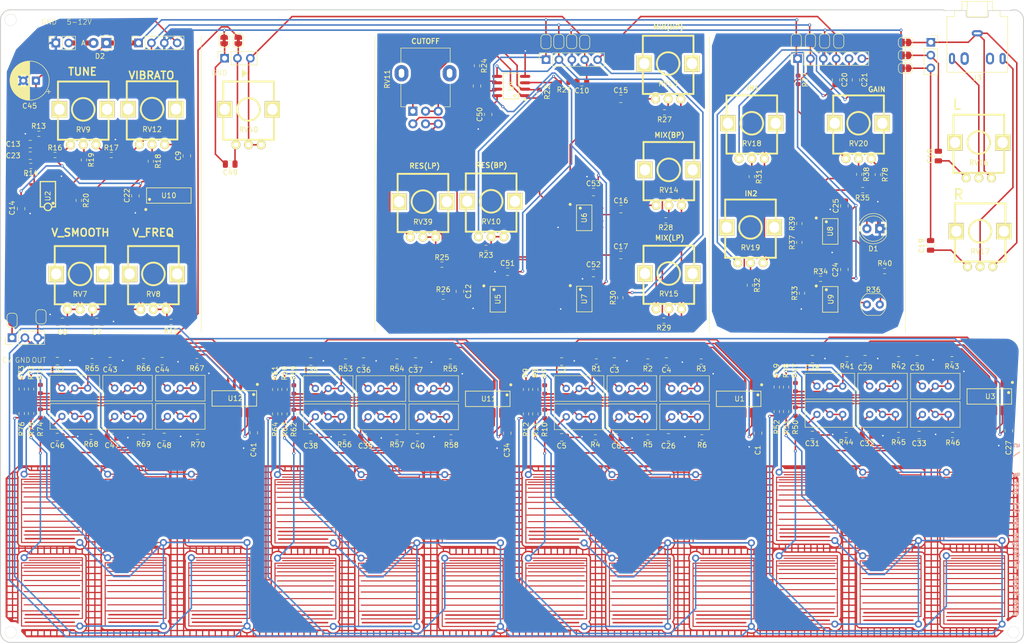
<source format=kicad_pcb>
(kicad_pcb (version 20240108) (generator "pcbnew") (generator_version "8.0")
  (title_block (title "touch organ") (rev "0.1"))
  (layers (0 "F.Cu" signal) (31 "B.Cu" signal) (34 "B.Paste" user) (35 "F.Paste" user) (36 "B.SilkS" user "B.Silkscreen") (37 "F.SilkS" user "F.Silkscreen") (38 "B.Mask" user) (39 "F.Mask" user) (44 "Edge.Cuts" user))
  (net 0 "")
  (net 1 "Net-(C2-Pad2)")
  (net 2 "Net-(C3-Pad2)")
  (net 3 "Net-(C4-Pad2)")
  (net 4 "Net-(C5-Pad2)")
  (net 5 "Net-(C6-Pad2)")
  (net 6 "Net-(R1-Pad1)")
  (net 7 "Net-(R1-Pad2)")
  (net 8 "Net-(R2-Pad1)")
  (net 9 "Net-(R2-Pad2)")
  (net 10 "Net-(R3-Pad2)")
  (net 11 "Net-(R3-Pad1)")
  (net 12 "Net-(R4-Pad1)")
  (net 13 "Net-(R5-Pad1)")
  (net 14 "Net-(R6-Pad1)")
  (net 15 "Net-(R10-Pad1)")
  (net 16 "Net-(R11-Pad1)")
  (net 17 "Net-(R12-Pad1)")
  (net 18 "Net-(C7-Pad1)")
  (net 19 "Net-(R7-Pad2)")
  (net 20 "Net-(R8-Pad2)")
  (net 21 "Net-(R9-Pad2)")
  (net 22 "Net-(R10-Pad2)")
  (net 23 "Net-(R11-Pad2)")
  (net 24 "Net-(R12-Pad2)")
  (net 25 "/power/VLFO")
  (net 26 "Net-(C9-Pad2)")
  (net 27 "Net-(U2B-+)")
  (net 28 "/Filter/OUT")
  (net 29 "Net-(C28-Pad2)")
  (net 30 "/Filter/IN")
  (net 31 "Net-(R15-Pad2)")
  (net 32 "Net-(C10-Pad2)")
  (net 33 "Net-(U5B--)")
  (net 34 "Net-(U5A--)")
  (net 35 "Net-(R16-Pad2)")
  (net 36 "Net-(R17-Pad1)")
  (net 37 "Net-(U2A--)")
  (net 38 "Net-(R18-Pad1)")
  (net 39 "/power/VOFFSET")
  (net 40 "Net-(U4A-+)")
  (net 41 "Net-(U4A--)")
  (net 42 "Net-(R23-Pad1)")
  (net 43 "Net-(C29-Pad2)")
  (net 44 "Net-(R15-Pad1)")
  (net 45 "/Filter/band pass")
  (net 46 "/Filter/low pass")
  (net 47 "Net-(C15-Pad2)")
  (net 48 "Net-(U4B--)")
  (net 49 "Net-(U6A--)")
  (net 50 "Net-(C16-Pad2)")
  (net 51 "Net-(C17-Pad2)")
  (net 52 "Net-(U6B--)")
  (net 53 "Net-(R27-Pad1)")
  (net 54 "Net-(C30-Pad2)")
  (net 55 "Net-(R28-Pad1)")
  (net 56 "Net-(R29-Pad1)")
  (net 57 "Net-(U7A--)")
  (net 58 "Net-(C31-Pad2)")
  (net 59 "Net-(U7B--)")
  (net 60 "Net-(C18-Pad2)")
  (net 61 "Net-(C32-Pad2)")
  (net 62 "/output/IN_R")
  (net 63 "Net-(C19-Pad2)")
  (net 64 "Net-(J3-PadT)")
  (net 65 "Net-(J3-PadR)")
  (net 66 "Net-(C20-Pad2)")
  (net 67 "Net-(C21-Pad2)")
  (net 68 "/vactrol compressor/IN2")
  (net 69 "Net-(D1-A)")
  (net 70 "Net-(R31-Pad1)")
  (net 71 "Net-(R32-Pad1)")
  (net 72 "Net-(U8A--)")
  (net 73 "Net-(R33-Pad2)")
  (net 74 "Net-(U9B--)")
  (net 75 "Net-(R35-Pad1)")
  (net 76 "Net-(R36-Pad2)")
  (net 77 "Net-(U9A--)")
  (net 78 "Net-(R38-Pad1)")
  (net 79 "Net-(U8B--)")
  (net 80 "Net-(U9A-+)")
  (net 81 "Net-(C33-Pad2)")
  (net 82 "Net-(C35-Pad2)")
  (net 83 "Net-(C36-Pad2)")
  (net 84 "Net-(C37-Pad2)")
  (net 85 "Net-(C38-Pad2)")
  (net 86 "Net-(C26-Pad2)")
  (net 87 "Net-(R41-Pad1)")
  (net 88 "Net-(R41-Pad2)")
  (net 89 "Net-(R42-Pad2)")
  (net 90 "Net-(R42-Pad1)")
  (net 91 "Net-(R43-Pad2)")
  (net 92 "Net-(R43-Pad1)")
  (net 93 "Net-(R44-Pad2)")
  (net 94 "Net-(R44-Pad1)")
  (net 95 "Net-(R45-Pad2)")
  (net 96 "Net-(R45-Pad1)")
  (net 97 "Net-(R46-Pad1)")
  (net 98 "Net-(R46-Pad2)")
  (net 99 "Net-(R47-Pad2)")
  (net 100 "Net-(R48-Pad2)")
  (net 101 "Net-(R49-Pad2)")
  (net 102 "Net-(R50-Pad2)")
  (net 103 "Net-(R51-Pad2)")
  (net 104 "Net-(R52-Pad2)")
  (net 110 "Net-(C39-Pad2)")
  (net 111 "Net-(C40-Pad2)")
  (net 112 "Net-(C42-Pad2)")
  (net 113 "Net-(C43-Pad2)")
  (net 114 "Net-(D2-A)")
  (net 115 "/Filter/VMID")
  (net 116 "Net-(U7B-+)")
  (net 117 "Net-(R53-Pad1)")
  (net 118 "Net-(R53-Pad2)")
  (net 119 "Net-(R54-Pad2)")
  (net 120 "Net-(R54-Pad1)")
  (net 121 "Net-(R55-Pad2)")
  (net 122 "Net-(R55-Pad1)")
  (net 123 "Net-(R56-Pad2)")
  (net 124 "Net-(R56-Pad1)")
  (net 125 "Net-(R57-Pad2)")
  (net 126 "Net-(R57-Pad1)")
  (net 127 "Net-(R58-Pad1)")
  (net 128 "Net-(R58-Pad2)")
  (net 129 "Net-(R59-Pad2)")
  (net 130 "Net-(R60-Pad2)")
  (net 131 "Net-(R61-Pad2)")
  (net 132 "Net-(R62-Pad2)")
  (net 133 "Net-(R63-Pad2)")
  (net 134 "Net-(R64-Pad2)")
  (net 135 "Net-(R65-Pad1)")
  (net 136 "Net-(R65-Pad2)")
  (net 137 "Net-(R66-Pad1)")
  (net 138 "Net-(R66-Pad2)")
  (net 139 "Net-(R67-Pad2)")
  (net 140 "Net-(R67-Pad1)")
  (net 141 "Net-(R68-Pad1)")
  (net 142 "Net-(R68-Pad2)")
  (net 143 "Net-(R69-Pad1)")
  (net 144 "Net-(R69-Pad2)")
  (net 145 "Net-(R70-Pad2)")
  (net 146 "Net-(R70-Pad1)")
  (net 147 "Net-(R71-Pad2)")
  (net 148 "Net-(R72-Pad2)")
  (net 149 "Net-(R73-Pad2)")
  (net 150 "Net-(R74-Pad2)")
  (net 151 "Net-(R75-Pad2)")
  (net 152 "Net-(R76-Pad2)")
  (net 153 "/power/GND")
  (net 154 "/power/VCC")
  (net 155 "/output/IN_L")
  (net 156 "/vactrol compressor/IN1")
  (net 157 "/vactrol compressor/GND")
  (net 158 "/Filter/GND")
  (net 159 "/Filter/VCC")
  (net 160 "/power/VMID")
  (net 161 "/power/CV_OUT")
  (net 162 "/vactrol compressor/OUT")
  (net 163 "/vactrol compressor/VMID")
  (net 164 "/output/GND")
  (net 165 "/vactrol compressor/VCC")
  (net 166 "/passive filter/IN")
  (net 167 "/passive filter/GND")
  (net 168 "/passive filter/OUT")
  (net 169 "Net-(R25-Pad1)")
  (net 170 "/keys/CV_IN")
  (net 171 "/keys/GND")
  (net 172 "Net-(C44-Pad2)")
  (net 173 "Net-(C46-Pad2)")
  (net 174 "Net-(C47-Pad2)")
  (net 175 "Net-(C48-Pad2)")
  (net 176 "/keys/MIX_OUT")
  (net 177 "Net-(R77-Pad2)")
  (net 178 "Net-(R78-Pad1)")
  (net 179 "/Filter/high pass")
  (net 180 "Net-(R24-Pad1)")
  (net 181 "Net-(R26-Pad1)")
  (footprint "Capacitor_SMD:C_0805_2012Metric" (layer "F.Cu") (at 150.1176 79.75715)
    (property "Reference" "C51")
    (property "Value" "100nF")
  )
  (footprint "Resistor_SMD:R_0603_1608Metric" (layer "F.Cu") (at 206.94712 107.38382 -90)
    (property "Reference" "R50")
    (property "Value" "1K")
  )
  (footprint "Resistor_SMD:R_0603_1608Metric" (layer "F.Cu") (at 205.10862 107.38382 -90)
    (property "Reference" "R51")
    (property "Value" "1K")
  )
  (footprint "Capacitor_SMD:C_0805_2012Metric" (layer "F.Cu") (at 171.20226 97.4972 180)
    (property "Reference" "C3")
    (property "Value" "1uF")
  )
  (footprint "Resistor_SMD:R_0603_1608Metric" (layer "F.Cu") (at 220.243 63.626)
    (property "Reference" "R35")
    (property "Value" "33K")
  )
  (footprint "TouchPad_Surface:TouchPad_2Pole_Square_15x15mm" (layer "F.Cu") (at 225.74312 142.88182)
    (property "Reference" "TP11" (hide yes))
    (property "Value" "key1" (hide yes))
  )
  (footprint "Potentiometer_THT:Potentiometer_Bourns_3296W_Vertical" (layer "F.Cu") (at 77.6255 108.343)
    (property "Reference" "RV37" (hide yes))
    (property "Value" "50K")
  )
  (footprint "Jumper:SolderJumper-2_P1.3mm_Bridged_RoundedPad1.0x1.5mm" (layer "F.Cu") (at 215.5064 34.162 90)
    (property "Reference" "JP14" (hide yes))
    (property "Value" "~")
  )
  (footprint "LED_THT:LED_D5.0mm_Clear" (layer "F.Cu") (at 223.61 71.246 180)
    (property "Reference" "D1")
    (property "Value" "LED")
  )
  (footprint "Resistor_SMD:R_0603_1608Metric" (layer "F.Cu") (at 155.6035 103.0222 90)
    (property "Reference" "R8")
    (property "Value" "1K")
  )
  (footprint "Capacitor_SMD:C_0805_2012Metric" (layer "F.Cu") (at 150.05426 111.6552 -90)
    (property "Reference" "C34")
    (property "Value" "100nF")
  )
  (footprint "Capacitor_SMD:C_0805_2012Metric" (layer "F.Cu") (at 216.624 66.74 90)
    (property "Reference" "C25")
    (property "Value" "0.1uF")
  )
  (footprint "Resistor_SMD:R_0603_1608Metric" (layer "F.Cu") (at 156.4455 44.61575 -90)
    (property "Reference" "R22")
    (property "Value" "22K")
  )
  (footprint "Resistor_SMD:R_0603_1608Metric" (layer "F.Cu") (at 237.97638 112.01882 180)
    (property "Reference" "R46")
    (property "Value" "1K")
  )
  (footprint "Resistor_SMD:R_0603_1608Metric" (layer "F.Cu") (at 57.874 102.946 90)
    (property "Reference" "R71")
    (property "Value" "1K")
  )
  (footprint "Resistor_SMD:R_0603_1608Metric" (layer "F.Cu") (at 128.27326 112.4852 180)
    (property "Reference" "R57")
    (property "Value" "1K")
  )
  (footprint "Capacitor_SMD:C_0805_2012Metric" (layer "F.Cu") (at 181.87026 112.4832 180)
    (property "Reference" "C26")
    (property "Value" "1uF")
  )
  (footprint "Potentiometer_THT:Potentiometer_Bourns_3296W_Vertical" (layer "F.Cu") (at 187.6075 108.4212)
    (property "Reference" "RV6" (hide yes))
    (property "Value" "50K")
  )
  (footprint "Resistor_SMD:R_0603_1608Metric" (layer "F.Cu") (at 60.756 56.69525)
    (property "Reference" "R16")
    (property "Value" "10K")
  )
  (footprint "Capacitor_SMD:C_0805_2012Metric" (layer "F.Cu") (at 131.95426 97.4992 180)
    (property "Reference" "C37")
    (property "Value" "1uF")
  )
  (footprint "Resistor_SMD:R_0603_1608Metric" (layer "F.Cu") (at 223.228 60.578 -90)
    (property "Reference" "R78")
    (property "Value" "1K")
  )
  (footprint "Resistor_SMD:R_0603_1608Metric" (layer "F.Cu") (at 137.1616 78.36015)
    (property "Reference" "R25")
    (property "Value" "1K")
  )
  (footprint "Potentiometer_THT:Potentiometer_Bourns_3296W_Vertical" (layer "F.Cu") (at 226.69862 102.36682)
    (property "Reference" "RV22" (hide yes))
    (property "Value" "50K")
  )
  (footprint "Capacitor_SMD:C_0805_2012Metric" (layer "F.Cu") (at 233.642 74.548 -90)
    (property "Reference" "C19")
    (property "Value" "10uF")
  )
  (footprint "Jumper:SolderJumper-2_P1.3mm_Bridged_RoundedPad1.0x1.5mm" (layer "F.Cu") (at 58 88.65 -90)
    (property "Reference" "JP5" (hide yes))
    (property "Value" "~")
  )
  (footprint "TouchPad_Surface:TouchPad_2Pole_Square_15x15mm" (layer "F.Cu") (at 225.74312 126.37182)
    (property "Reference" "TP8" (hide yes))
    (property "Value" "key1" (hide yes))
  )
  (footprint "Resistor_SMD:R_0603_1608Metric" (layer "F.Cu") (at 145.8494 75.05815 180)
    (property "Reference" "R23")
    (property "Value" "1K")
  )
  (footprint "Capacitor_SMD:C_0805_2012Metric" (layer "F.Cu") (at 122.04826 112.4852 180)
    (property "Reference" "C39")
    (property "Value" "1uF")
  )
  (footprint "Potentiometer_THT:RV09AF-40-ALPHA-POT" (layer "F.Cu") (at 181.954 59.62775)
    (property "Reference" "RV14")
    (property "Value" "50K" (hide yes))
  )
  (footprint "Potentiometer_THT:Potentiometer_Bourns_3296W_Vertical" (layer "F.Cu") (at 216.28462 102.36682)
    (property "Reference" "RV21" (hide yes))
    (property "Value" "50K")
  )
  (footprint "Connector_PinSocket_2.54mm:PinSocket_1x05_P2.54mm_Vertical" (layer "F.Cu") (at 157.726 37.850645 90)
    (property "Reference" "J4" (hide yes))
    (property "Value" "Conn_01x05")
  )
  (footprint "TouchPad_Surface:TouchPad_2Pole_Square_15x15mm" (layer "F.Cu") (at 76.67 143.27)
    (property "Reference" "TP23" (hide yes))
    (property "Value" "key1" (hide yes))
  )
  (footprint "Resistor_SMD:R_0603_1608Metric" (layer "F.Cu") (at 227.30838 97.03282 180)
    (property "Reference" "R42")
    (property "Value" "1K")
  )
  (footprint "Potentiometer_THT:Potentiometer_Bourns_3296W_Vertical" (layer "F.Cu") (at 88.0395 108.345)
    (property "Reference" "RV38" (hide yes))
    (property "Value" "50K")
  )
  (footprint "Resistor_SMD:R_0603_1608Metric" (layer "F.Cu") (at 216.95838 112.01882 180)
    (property "Reference" "R44")
    (property "Value" "1K")
  )
  (footprint "Resistor_SMD:R_0603_1608Metric" (layer "F.Cu") (at 203.26412 107.38382 -90)
    (property "Reference" "R52")
    (property "Value" "1K")
  )
  (footprint "Capacitor_SMD:C_0805_2012Metric" (layer "F.Cu") (at 160.78826 112.4832 180)
    (property "Reference" "C5")
    (property "Value" "1uF")
  )
  (footprint "Resistor_SMD:R_0603_1608Metric" (layer "F.Cu") (at 54.191 102.946 90)
    (property "Reference" "R73")
    (property "Value" "1K")
  )
  (footprint "Potentiometer_THT:RV09AF-40-ALPHA-POT" (layer "F.Cu") (at 198.336 50.418)
    (property "Reference" "RV18")
    (property "Value" "A100K" (hide yes))
  )
  (footprint "Resistor_SMD:R_0603_1608Metric" (layer "F.Cu") (at 207.734 73.977 90)
    (property "Reference" "R37")
    (property "Value" "10K")
  )
  (footprint "Resistor_SMD:R_0603_1608Metric" (layer "F.Cu") (at 138.81426 97.4992 180)
    (property "Reference" "R55")
    (property "Value" "1K")
  )
  (footprint "easyeda2kicad:SOIC-8_L4.9-W3.9-P1.27-LS6.0-BL" (layer "F.Cu") (at 213.83 85.216 -90)
    (property "Reference" "U9")
    (property "Value" "NE5532")
  )
  (footprint "Resistor_SMD:R_0603_1608Metric" (layer "F.Cu") (at 88.77626 97.423 180)
    (property "Reference" "R67")
    (property "Value" "1K")
  )
  (footprint "Capacitor_SMD:C_0805_2012Metric" (layer "F.Cu") (at 72.01026 112.409 180)
    (property "Reference" "C47")
    (property "Value" "1uF")
  )
  (footprint "Potentiometer_THT:Potentiometer_Bourns_3296W_Vertical" (layer "F.Cu") (at 127.6635 108.4192)
    (property "Reference" "RV31" (hide yes))
    (property "Value" "50K")
  )
  (footprint "Potentiometer_THT:Potentiometer_Bourns_3296W_Vertical" (layer "F.Cu") (at 138.0775 108.4212)
    (property "Reference" "RV32" (hide yes))
    (property "Value" "50K")
  )
  (footprint "Connector_PinSocket_2.54mm:PinSocket_1x04_P2.54mm_Vertical" (layer "F.Cu") (at 77.261 34.54325 90)
    (property "Reference" "J5" (hide yes))
    (property "Value" "Conn_01x04")
  )
  (footprint "TouchPad_Surface:TouchPad_2Pole_Square_15x15mm" (layer "F.Cu") (at 76.67 126.76)
    (property "Reference" "TP20" (hide yes))
    (property "Value" "key1" (hide yes))
  )
  (footprint "Resistor_SMD:R_0603_1608Metric" (layer "F.Cu") (at 153.759 103.0222 90)
    (property "Reference" "R9")
    (property "Value" "1K")
  )
  (footprint "Connector_PinSocket_2.54mm:PinSocket_1x03_P2.54mm_Vertical" (layer "F.Cu") (at 233.682 34.416)
    (property "Reference" "J10" (hide yes))
    (property "Value" "Conn_01x03")
  )
  (footprint "Capacitor_SMD:C_0805_2012Metric" (layer "F.Cu") (at 146.2855 48.67775 90)
    (property "Reference" "C50")
    (property "Value" "100nF")
  )
  (footprint "Capacitor_THT:CP_Radial_D7.5mm_P2.50mm" (layer "F.Cu") (at 57 42 180)
    (property "Reference" "C45")
    (property "Value" "100uF")
  )
  (footprint "Capacitor_SMD:C_0805_2012Metric" (layer "F.Cu") (at 235.166 56.895 -90)
    (property "Reference" "C18")
    (property "Value" "10uF")
  )
  (footprint "Capacitor_SMD:C_0805_2012Metric" (layer "F.Cu") (at 61.22026 112.407 180)
    (property "Reference" "C46")
    (property "Value" "1uF")
  )
  (footprint "TouchPad_Surface:TouchPad_2Pole_Square_15x15mm" (layer "F.Cu") (at 209.23312 142.88182)
    (property "Reference" "TP10" (hide yes))
    (property "Value" "key1" (hide yes))
  )
  (footprint "Capacitor_SMD:C_0805_2012Metric" (layer "F.Cu") (at 214.973 41.843 -90)
    (property "Reference" "C20")
    (property "Value" "10uF")
  )
  (footprint "easyeda2kicad:SOIC-14_L8.7-W3.9-P1.27-LS6.0-BL" (layer "F.Cu") (at 96.1675 104.789 180)
    (property "Reference" "U12")
    (property "Value" "40106")
  )
  (footprint "Resistor_SMD:R_0603_1608Metric" (layer "F.Cu") (at 161.281 42.37095 180)
    (property "Reference" "R21")
    (property "Value" "47R")
  )
  (footprint "Resistor_SMD:R_0603_1608Metric" (layer "F.Cu") (at 167.45326 112.4832 180)
    (property "Reference" "R4")
    (property "Value" "1K")
  )
  (footprint "Connector_PinHeader_2.54mm:PinHeader_1x03_P2.54mm_Vertical" (layer "F.Cu") (at 52.286 92.794 90)
    (property "Reference" "J1" (hide yes))
    (property "Value" "Conn_01x03")
  )
  (footprint "Resistor_SMD:R_0603_1608Metric" (layer "F.Cu") (at 83.679 89.6625)
    (property "Reference" "R15")
    (property "Value" "1K")
  )
  (footprint "Resistor_SMD:R_0603_1608Metric" (layer "F.Cu") (at 67.88526 112.407 180)
    (property "Reference" "R68")
    (property "Value" "1K")
  )
  (footprint "Resistor_SMD:R_0603_1608Metric" (layer "F.Cu") (at 88.90326 112.407 180)
    (property "Reference" "R70")
    (property "Value" "1K")
  )
  (footprint "Capacitor_SMD:C_0805_2012Metric" (layer "F.Cu") (at 54.064 67.30025 -90)
    (property "Reference" "C14")
    (property "Value" "0.1uF")
  )
  (footprint "Potentiometer_THT:Potentiometer_Bourns_3296W_Vertical" (layer "F.Cu") (at 187.6075 102.8312)
    (property "Reference" "RV3" (hide yes))
    (property "Value" "50K")
  )
  (footprint "Resistor_SMD:R_0603_1608Metric" (layer "F.Cu") (at 138.94126 112.4832 180)
    (property "Reference" "R58")
    (property "Value" "1K")
  )
  (footprint "Capacitor_SMD:C_0805_2012Metric" (layer "F.Cu") (at 172.4696 45.59415)
    (property "Reference" "C15")
    (property "Value" "10uF")
  )
  (footprint "Potentiometer_THT:RV09AF-40-ALPHA-POT" (layer "F.Cu") (at 198.082 70.992)
    (property "Reference" "RV19")
    (property "Value" "A100K" (hide yes))
  )
  (footprint "Resistor_SMD:R_0603_1608Metric" (layer "F.Cu") (at 207.734 70.23 90)
    (property "Reference" "R39")
    (property "Value" "10K")
  )
  (footprint "Resistor_SMD:R_0603_1608Metric" (layer "F.Cu") (at 104.229 103.0222 90)
    (property "Reference" "R61")
    (property "Value" "1K")
  )
  (footprint "Potentiometer_THT:Potentiometer_Bourns_3296W_Vertical" (layer "F.Cu") (at 166.7795 102.8312)
    (property "Reference" "RV1" (hide yes))
    (property "Value" "50K")
  )
  (footprint "Potentiometer_THT:RV09AF-40-ALPHA-POT" (layer "F.Cu") (at 133.4146 65.91415)
    (property "Reference" "RV39")
    (property "Value" "200k-1m (tbd)" (hide yes))
  )
  (footprint "Resistor_SMD:R_0603_1608Metric" (layer "F.Cu") (at 118.11326 97.4952 180)
    (property "Reference" "R53")
    (property "Value" "1K")
  )
  (footprint "Resistor_SMD:R_0603_1608Metric" (layer "F.Cu") (at 107.912 103.0222 90)
    (property "Reference" "R59")
    (property "Value" "1K")
  )
  (footprint "Resistor_SMD:R_0603_1608Metric" (layer "F.Cu") (at 54.191 107.772 -90)
    (property "Reference" "R76")
    (property "Value" "1K")
  )
  (footprint "Resistor_SMD:R_0603_1608Metric" (layer "F.Cu") (at 224.561 79.628)
    (property "Reference" "R40")
    (property "Value" "1K")
  )
  (footprint "Capacitor_SMD:C_0805_2012Metric" (layer "F.Cu") (at 62.218 89.6625 180)
    (property "Reference" "C8")
    (property "Value" "1uF")
  )
  (footprint "TouchPad_Surface:TouchPad_2Pole_Square_15x15mm" (layer "F.Cu") (at 143.218 126.8362)
    (property "Reference" "TP15" (hide yes))
    (property "Value" "key1" (hide yes))
  )
  (footprint "OptoDevice:R_LDR_4.9x4.2mm_P2.54mm_Vertical" (layer "F.Cu") (at 221.065 86.232)
    (property "Reference" "R36")
    (property "Value" "R_Photo")
  )
  (footprint "Resistor_SMD:R_0603_1608Metric" (layer "F.Cu") (at 197.956 82.422 -90)
    (property "Reference" "R32")
    (property "Value" "10K")
  )
  (footprint "Potentiometer_THT:Potentiometer_Bourns_3296W_Vertical" (layer "F.Cu") (at 67.2115 102.755)
    (property "Reference" "RV33" (hide yes))
    (property "Value" "50K")
  )
  (footprint "Capacitor_SMD:C_0805_2012Metric" (layer "F.Cu") (at 76.63 64.76625 -90)
    (property "Reference" "C22")
    (property "Value" "0.1uF")
  )
  (footprint "Potentiometer_THT:RV09AF-40-ALPHA-POT" (layer "F.Cu") (at 66.344 47.672)
    (property "Reference" "RV9")
    (property "Value" "100K" (hide yes))
  )
  (footprint "Capacitor_SMD:C_0805_2012Metric" (layer "F.Cu") (at 81.91626 97.423 180)
    (property "Reference" "C44")
    (property "Value" "1uF")
  )
  (footprint "Resistor_SMD:R_0603_1608Metric" (layer "F.Cu") (at 55.993 58.85225 180)
    (property "Reference" "R14")
    (property "Value" "100K")
  )
  (footprint "Potentiometer_THT:Potentiometer_Bourns_3296W_Vertical" (layer "F.Cu") (at 77.6255 102.755)
    (property "Reference" "RV34" (hide yes))
    (property "Value" "50K")
  )
  (footprint "Capacitor_SMD:C_0805_2012Metric" (layer "F.Cu") (at 144.0826 43.05415 -90)
    (property "Reference" "C11" (hide yes))
    (property "Value" "10nF")
  )
  (footprint "easyeda2kicad:SOIC-8_L4.9-W3.9-P1.27-LS6.0-BL" (layer "F.Cu") (at 165.2429 69.10175 -90)
    (property "Reference" "U6")
    (property "Value" "NE5532")
  )
  (footprint "Capacitor_SMD:C_0805_2012Metric" (layer "F.Cu") (at 171.57826 112.4852 180)
    (property "Reference" "C6")
    (property "Value" "1uF")
  )
  (footprint "Connector_PinSocket_2.54mm:PinSocket_1x06_P2.54mm_Vertical" (layer "F.Cu") (at 207.3784 37.6418 90)
    (property "Reference" "J6" (hide yes))
    (property "Value" "Conn_01x06")
  )
  (footprint "Capacitor_SMD:C_0805_2012Metric" (layer "F.Cu") (at 111.25826 97.4972 180)
    (property "Reference" "C35")
    (property "Value" "1uF")
  )
  (footprint "Resistor_SMD:R_0603_1608Metric" (layer "F.Cu") (at 155.6035 107.8482 -90)
    (property "Reference" "R11")
    (property "Value" "1K")
  )
  (footprint "Resistor_SMD:R_0603_1608Metric" (layer "F.Cu") (at 106.0735 103.0222 90)
    (property "Reference" "R60")
    (property "Value" "1K")
  )
  (footprint "Resistor_SMD:R_0603_1608Metric" (layer "F.Cu") (at 128.27326 97.4972 180)
    (property "Reference" "R54")
    (property "Value" "1K")
  )
  (footprint "Potentiometer_THT:Potentiometer_Bourns_3296W_Vertical" (layer "F.Cu") (at 166.7795 108.4192)
    (property "Reference" "RV4" (hide yes))
    (property "Value" "50K")
  )
  (footprint "Resistor_SMD:R_0603_1608Metric" (layer "F.Cu") (at 144.0826 39.05415 -90)
    (property "Reference" "R24")
    (property "Value" "1K")
  )
  (footprint "easyeda2kicad:SOIC-14_L8.7-W3.9-P1.27-LS6.0-BL" (layer "F.Cu") (at 146.2055 104.8652 180)
    (property "Reference" "U11")
    (property "Value" "40106")
  )
  (footprint "Resistor_SMD:R_0603_1608Metric" (layer "F.Cu") (at 157.442 103.0222 90)
    (property "Reference" "R7")
    (property "Value" "1K")
  )
  (footprint "Potentiometer_THT:Potentiometer_Bourns_3296W_Vertical" (layer "F.Cu") (at 138.0775 102.8312)
    (property "Reference" "RV29" (hide yes))
    (property "Value" "50K")
  )
  (footprint "Resistor_SMD:R_0603_1608Metric" (layer "F.Cu") (at 172.3822 84.8885 90)
    (property "Reference" "R30")
    (property "Value" "100K")
  )
  (footprint "Resistor_SMD:R_0603_1608Metric" (layer "F.Cu") (at 68.07526 97.419 180)
    (property "Reference" "R65")
    (property "Value" "1K")
  )
  (footprint "Resistor_SMD:R_0603_1608Metric" (layer "F.Cu") (at 137.4146 84.71015)
    (property "Reference" "R26")
    (property "Value" "1K")
  )
  (footprint "TouchPad_Surface:TouchPad_2Pole_Square_15x15mm" (layer "F.Cu") (at 126.708 143.3462)
    (property "Reference" "TP17" (hide yes))
    (property "Value" "key1" (hide yes))
  )
  (footprint "Jumper:SolderJumper-2_P1.3mm_Bridged_RoundedPad1.0x1.5mm" (layer "F.Cu") (at 165.345245 34.416 90)
    (property "Reference" "JP21" (hide yes))
    (property "Value" "~")
  )
  (footprint "Capacitor_SMD:C_0805_2012Metric" (layer "F.Cu") (at 82.30226 112.407 180)
    (property "Reference" "C48")
    (property "Value" "1uF")
  )
  (footprint "Jumper:SolderJumper-2_P1.3mm_Bridged_RoundedPad1.0x1.5mm" (layer "F.Cu") (at 96.95 34.07225 90)
    (property "Reference" "JP12" (hide yes))
    (property "Value" "~")
  )
  (footprint "TouchPad_Surface:TouchPad_2Pole_Square_15x15mm" (layer "F.Cu") (at 176.238 143.3462)
    (property "Reference" "TP5" (hide yes))
    (property "Value" "key1" (hide yes))
  )
  (footprint "Capacitor_SMD:C_0805_2012Metric" (layer "F.Cu") (at 55.868 54.53425 180)
    (property "Reference" "C13")
    (property "Value" "0.1uF")
  )
  (footprint "Potentiometer_THT:RV09AF-40-ALPHA-POT" (layer "F.Cu") (at 181.826 38.622)
    (property "Reference" "RV13")
    (property "Value" "50K" (hide yes))
  )
  (footprint "TouchPad_Surface:TouchPad_2Pole_Square_15x15mm" (layer "F.Cu") (at 159.728 143.3462)
    (property "Reference" "TP4" (hide yes))
    (property "Value" "key1" (hide yes))
  )
  (footprint "Connector_PinSocket_2.54mm:PinSocket_1x03_P2.54mm_Vertical" (layer "F.Cu") (at 94.2472 37.56745 90)
    (property "Reference" "J11" (hide yes))
    (property "Value" "Conn_01x03")
  )
  (footprint "Resistor_SMD:R_0603_1608Metric" (layer "F.Cu") (at 117.92326 112.4832 180)
    (property "Reference" "R56")
    (property "Value" "1K")
  )
  (footprint "Resistor_SMD:R_0603_1608Metric" (layer "F.Cu") (at 205.10862 102.55782 90)
    (property "Reference" "R48")
    (property "Value" "1K")
  )
  (footprint "Resistor_SMD:R_0603_1608Metric" (layer "F.Cu") (at 188.34426 97.4992 180)
    (property "Reference" "R3")
    (property "Value" "1K")
  )
  (footprint "Potentiometer_THT:Potentiometer_Bourns_3296W_Vertical" (layer "F.Cu") (at 177.1935 102.8312)
    (property "Reference" "RV2" (hide yes))
    (property "Value" "50K")
  )
  (footprint "Jumper:SolderJumper-2_P1.3mm_Bridged_RoundedPad1.0x1.5mm" (layer "F.Cu") (at 228.674 39.54 180)
    (property "Reference" "JP18" (hide yes))
    (property "Value" "~")
  )
  (footprint "Capacitor_SMD:C_0805_2012Metric" (layer "F.Cu") (at 230.98938 97.03482 180)
    (property "Reference" "C30")
    (property "Value" "1uF")
  )
  (footprint "Potentiometer_THT:Potentiometer_Bourns_3296W_Vertical" (layer "F.Cu") (at 216.28462 107.95482)
    (property "Reference" "RV24" (hide yes))
    (property "Value" "50K")
  )
  (footprint "TouchPad_Surface:TouchPad_2Pole_Square_15x15mm" (layer "F.Cu") (at 60.16 126.76)
    (property "Reference" "TP19" (hide yes))
    (property "Value" "key1" (hide yes))
  )
  (footprint "Resistor_SMD:R_0603_1608Metric" (layer "F.Cu") (at 71.869 56.69525)
    (property "Reference" "R17")
    (property "Value" "10K")
  )
  (footprint "Capacitor_SMD:C_0805_2012Metric" (layer "F.Cu") (at 220.70738 97.03282 180)
    (property "Reference" "C29")
    (property "Value" "1uF")
  )
  (footprint "Potentiometer_THT:RV09AF-40-ALPHA-POT" (layer "F.Cu") (at 243.42 71.754)
    (property "Reference" "RV17")
    (property "Value" "100K" (hide yes))
  )
  (footprint "Capacitor_SMD:C_0805_2012Metric" (layer "F.Cu") (at 55.868 56.82025 180)
    (property "Reference" "C23")
    (property "Value" "10uF")
  )
  (footprint "Capacitor_SMD:C_0805_2012Metric" (layer "F.Cu") (at 140.7025 83.64075 -90)
    (property "Reference" "C12")
    (property "Value" "10nF")
  )
  (footprint "Resistor_SMD:R_0603_1608Metric" (layer "F.Cu") (at 56.0355 102.946 90)
    (property "Reference" "R72")
    (property "Value" "1K")
  )
  (footprint "TouchPad_Surface:TouchPad_2Pole_Square_15x15mm" (layer "F.Cu") (at 93.18 126.76)
    (property "Reference" "TP21" (hide yes))
    (property "Value" "key1" (hide yes))
  )
  (footprint "TouchPad_Surface:TouchPad_2Pole_Square_15x15mm" (layer "F.Cu") (at 242.25312 142.88182)
    (property "Reference" "TP12" (hide yes))
    (property "Value" "key1" (hide yes))
  )
  (footprint "Capacitor_SMD:C_0805_2012Metric" (layer "F.Cu") (at 249.08938 111.19082 -90)
    (property "Reference" "C27")
    (property "Value" "100nF")
  )
  (footprint "Resistor_SMD:R_0603_1608Metric" (layer "F.Cu") (at 104.229 107.8482 -90)
    (property "Reference" "R64")
    (property "Value" "1K")
  )
  (footprint "Resistor_SMD:R_0603_1608Metric" (layer "F.Cu") (at 57.874 107.772 -90)
    (property "Reference" "R74")
    (property "Value" "1K")
  )
  (footprint "Capacitor_SMD:C_0805_2012Metric" (layer "F.Cu") (at 95.3506 58.48625 180)
    (property "Reference" "C49")
    (property "Value" "10-100nF")
  )
  (footprint "Capacitor_SMD:C_0805_2012Metric" (layer "F.Cu") (at 160.78826 97.4972 180)
    (property "Reference" "C2")
    (property "Value" "1uF")
  )
  (footprint "Jumper:SolderJumper-2_P1.3mm_Bridged_RoundedPad1.0x1.5mm" (layer "F.Cu") (at 162.776 34.274 -90)
    (property "Reference" "JP1" (hide yes))
    (property "Value" "~")
  )
  (footprint "TouchPad_Surface:TouchPad_2Pole_Square_15x15mm" (layer "F.Cu") (at 192.748 126.8362)
    (property "Reference" "TP3" (hide yes))
    (property "Value" "key1" (hide yes))
  )
  (footprint "Capacitor_SMD:C_0805_2012Metric" (layer "F.Cu") (at 231.37538 112.01882 180)
    (property "Reference" "C33")
    (property "Value" "1uF")
  )
  (footprint "Resistor_SMD:R_0603_1608Metric" (layer "F.Cu") (at 78.23526 112.409 180)
    (property "Reference" "R69")
    (property "Value" "1K")
  )
  (footprint "Resistor_SMD:R_0603_1608Metric" (layer "F.Cu") (at 181.3566 69.59715 180)
    (property "Reference" "R28")
    (property "Value" "100K")
  )
  (footprint "Resistor_SMD:R_0603_1608Metric" (layer "F.Cu") (at 65.454 65.67125 -90)
    (property "Reference" "R20")
    (property "Value" "100K")
  )
  (footprint "easyeda2kicad:SOIC-14_L8.7-W3.9-P1.27-LS6.0-BL" (layer "F.Cu") (at 245.24062 104.40082 180)
    (property "Reference" "U3")
    (property "Value" "40106")
  )
  (footprint "Capacitor_SMD:C_0805_2012Metric" (layer "F.Cu") (at 221.08338 112.02082 180)
    (property "Reference" "C32")
    (property "Value" "1uF")
  )
  (footprint "TouchPad_Surface:TouchPad_2Pole_Square_15x15mm" (layer "F.Cu") (at 159.728 126.8362)
    (property "Reference" "TP1" (hide yes))
    (property "Value" "key1" (hide yes))
  )
  (footprint "Capacitor_SMD:C_0805_2012Metric" (layer "F.Cu") (at 100.01626 111.579 -90)
    (property "Reference" "C41")
    (property "Value" "100nF")
  )
  (footprint "Resistor_SMD:R_0603_1608Metric" (layer "F.Cu") (at 177.80326 97.4972 180)
    (property "Reference" "R2")
    (property "Value" "1K")
  )
  (footprint "Jumper:SolderJumper-2_P1.3mm_Bridged_RoundedPad1.0x1.5mm" (layer "F.Cu") (at 228.674 34.46)
    (property "Reference" "JP19" (hide yes))
    (property "Value" "~")
  )
  (footprint "easyeda2kicad:SOIC-8_L4.9-W3.9-P1.27-LS6.0-BL" (layer "F.Cu") (at 165.2702 85.15475 -90)
    (property "Reference" "U7")
    (property "Value" "NE5532")
  )
  (footprint "easyeda2kicad:SOIC-8_L5.0-W4.0-P1.27-LS6.0-BL" (layer "F.Cu") (at 59.358 64.44025 90)
    (property "Reference" "U2")
    (property "Value" "LM358")
  )
  (footprint "Resistor_SMD:R_0603_1608Metric" (layer "F.Cu") (at 237.84938 97.03482 180)
    (property "Reference" "R43")
    (property "Value" "1K")
  )
  (footprint "TouchPad_Surface:TouchPad_2Pole_Square_15x15mm" (layer "F.Cu") (at 143.218 143.3462)
    (property "Reference" "TP18" (hide yes))
    (property "Value" "key1" (hide yes))
  )
  (footprint "Jumper:SolderJumper-2_P1.3mm_Bridged_RoundedPad1.0x1.5mm" (layer "F.Cu") (at 212.7124 34.162 -90)
    (property "Reference" "JP13" (hide yes))
    (property "Value" "~")
  )
  (footprint "TouchPad_Surface:TouchPad_2Pole_Square_15x15mm" (layer "F.Cu") (at 176.238 126.8362)
    (property "Reference" "TP2" (hide yes))
    (property "Value" "key1" (hide yes))
  )
  (footprint "Jumper:SolderJumper-2_P1.3mm_Bridged_RoundedPad1.0x1.5mm" (layer "F.Cu") (at 94.156 34.07225 -90)
    (property "Reference" "JP20" (hide yes))
    (property "Value" "~")
  )
  (footprint "Potentiometer_THT:RV09AF-40-ALPHA-POT" (layer "F.Cu") (at 98.982 47.67625)
    (property "Reference" "RV40")
    (property "Value" "10-50K" (hide yes))
  )
  (footprint "Potentiometer_THT:RV09AF-40-ALPHA-POT" (layer "F.Cu") (at 219.418 50.418)
    (property "Reference" "RV20")
    (property "Value" "10K" (hide yes))
  )
  (footprint "Capacitor_SMD:C_0805_2012Metric" (layer "F.Cu") (at 111.25826 112.4832 180)
    (property "Reference" "C38")
    (property "Value" "1uF")
  )
  (footprint "Resistor_SMD:R_0603_1608Metric" (layer "F.Cu") (at 177.80326 112.4852 180)
    (property "Reference" "R5")
    (property "Value" "1K")
  )
  (footprint "TouchPad_Surface:TouchPad_2Pole_Square_15x15mm" (layer "F.Cu") (at 93.18 143.27)
    (property "Reference" "TP24" (hide yes))
    (property "Value" "key1" (hide yes))
  )
  (footprint "TouchPad_Surface:TouchPad_2Pole_Square_15x15mm" (layer "F.Cu") (at 110.198 143.3462)
    (property "Reference" "TP16" (hide yes))
    (property "Value" "key1" (hide yes))
  )
  (footprint "Potentiometer_THT:RV09AF-40-ALPHA-POT" (layer "F.Cu") (at 146.8766 65.8379)
    (property "Reference" "RV10")
    (property "Value" "200k-1m (TBD)" (hide yes))
  )
  (footprint "Resistor_SMD:R_0603_1608Metric" (layer "F.Cu") (at 203.26412 102.55782 90)
    (property "Reference" "R49")
    (property "Value" "1K")
  )
  (footprint "Resistor_SMD:R_0603_1608Metric" (layer "F.Cu") (at 188.47126 112.4832 180)
    (property "Reference" "R6")
    (property "Value" "1K")
  )
  (footprint "easyeda2kicad:SOIC-14_L8.7-W3.9-P1.27-LS6.0-BL" (layer "F.Cu") (at 195.7355 104.8652 180)
    (property "Reference" "U1")
    (property "Value" "40106")
  )
  (footprint "Jumper:SolderJumper-2_P1.3mm_Bridged_RoundedPad1.0x1.5mm" (layer "F.Cu") (at 52.286 89.35 90)
    (property "Reference" "JP4" (hide yes))
    (property "Value" "~")
  )
  (footprint "TouchPad_Surface:TouchPad_2Pole_Square_15x15mm" (layer "F.Cu") (at 110.198 126.8362)
    (property "Reference" "TP13" (hide yes))
    (property "Value" "key1" (hide yes))
  )
  (footprint "Potentiometer_THT:Potentiometer_Bourns_3296W_Vertical" (layer "F.Cu") (at 117.2495 108.4192)
    (property "Reference" "RV30" (hide yes))
    (property "Value" "50K")
  )
  (footprint "Resistor_SMD:R_0603_1608Metric" (layer "F.Cu") (at 181.1026 48.26115 180)
    (property "Reference" "R27")
    (property "Value" "100K")
  )
  (footprint "Potentiometer_THT:Potentiometer_Alpha_RD902F-40-00D_Dual_Vertical" (layer "F.Cu") (at 131.4226 48.03715 90)
    (property "Reference" "RV11")
    (property "Value" "1M")
  )
  (footprint "Jumper:SolderJumper-2_P1.3mm_Bridged_RoundedPad1.0x1.5mm" (layer "F.Cu") (at 157.696 34.304 -90)
    (property "Reference" "JP3" (hide yes))
    (property "Value" "~")
  )
  (footprint "easyeda2kicad:SOIC-8_L4.9-W3.9-P1.27-LS6.0-BL" (layer "F.Cu") (at 150.8136 43.05415 90)
    (property "Reference" "U4")
    (property "Value" "NE5532")
  )
  (footprint "Capacitor_SMD:C_0805_2012Metric" (layer "F.Cu") (at 210.29338 112.01882 180)
    (property "Reference" "C31")
    (property "Value" "1uF")
  )
  (footprint "TouchPad_Surface:TouchPad_2Pole_Square_15x15mm" (layer "F.Cu") (at 192.748 143.3462)
    (property "Reference" "TP6" (hide yes))
    (property "Value" "key1" (hide yes))
  )
  (footprint "Potentiometer_THT:Potentiometer_Bourns_3296W_Vertical" (layer "F.Cu") (at 88.0395 102.755)
    (property "Reference" "RV35" (hide yes))
    (property "Value" "50K")
  )
  (footprint "Jumper:SolderJumper-2_P1.3mm_Bridged_RoundedPad1.0x1.5mm" (layer "F.Cu") (at 209.9184 34.162 -90)
    (property "Reference" "JP15" (hide yes))
    (property "Value" "~")
  )
  (footprint "Capacitor_SMD:C_0805_2012Metric" (layer "F.Cu") (at 121.67226 97.4972 180)
    (property "Reference" "C36")
    (property "Value" "1uF")
  )
  (footprint "Resistor_SMD:R_0603_1608Metric" (layer "F.Cu") (at 227.30838 112.02082 180)
    (property "Reference" "R45")
    (property "Value" "1K")
  )
  (footprint "Resistor_SMD:R_0603_1608Metric" (layer "F.Cu") (at 180.9766 89.40915 180)
    (property "Reference" "R29")
    (property "Value" "100K")
  )
  (footprint "Resistor_SMD:R_0603_1608Metric" (layer "F.Cu") (at 66.47 57.66925 -90)
    (property "Reference" "R19")
    (property "Value" "100K")
  )
  (footprint "Resistor_SMD:R_0603_1608Metric" (layer "F.Cu") (at 79.678 57.92325 -90)
    (property "Reference" "R18")
    (property "Value" "100K")
  )
  (footprint "easyeda2kicad:SOIC-14_L8.7-W3.9-P1.27-LS6.0-BL" (layer "F.Cu") (at 83.234 64.69425)
    (property "Reference" "U10")
    (property "Value" "40106")
  )
  (footprint "Capacitor_SMD:C_0805_2012Metric" (layer "F.Cu") (at 86.79 56.86225 90)
    (property "Reference" "C9")
    (property "Value" "10uF")
  )
  (footprint "Capacitor_SMD:C_0805_2012Metric" (layer "F.Cu") (at 132.34026 112.4832 180)
    (property "Reference" "C40")
    (property "Value" "1uF")
  )
  (footprint "Capacitor_SMD:C_0805_2012Metric" (layer "F.Cu") (at 172.4696 76.45515)
    (property "Reference" "C17")
    (property "Value" "10uF")
  )
  (footprint "Resistor_SMD:R_0603_1608Metric" (layer "F.Cu") (at 153.759 107.8482 -90)
    (property "Reference" "R12")
    (property "Value" "1K")
  )
  (footprint "Resistor_SMD:R_0603_1608Metric" (layer "F.Cu") (at 167.64326 97.4952 180)
    (property "Reference" "R1")
    (property "Value" "1K")
  )
  (footprint "TouchPad_Surface:TouchPad_2Pole_Square_15x15mm" (layer "F.Cu") (at 126.708 126.8362)
    (property "Reference" "TP14" (hide yes))
    (property "Value" "key1" (hide yes))
  )
  (footprint "Potentiometer_THT:Potentiometer_Bourns_3296W_Vertical" (layer "F.Cu") (at 177.1935 108.4192)
    (property "Reference" "RV5" (hide yes))
    (property "Value" "50K")
  )
  (footprint "Potentiometer_THT:RV09AF-40-ALPHA-POT" (layer "F.Cu") (at 65.708 80.18825)
    (property "Reference" "RV7")
    (property "Value" "20-50K" (hide yes))
  )
  (footprint "Potentiometer_THT:RV09AF-40-ALPHA-POT" (layer "F.Cu") (at 80.186 80.18825)
    (property "Reference" "RV8")
    (property "Value" "50K" (hide yes))
  )
  (footprint "Capacitor_SMD:C_0805_2012Metric" (layer "F.Cu") (at 61.22026 97.421 180)
    (property "Reference" "C42")
    (property "Value" "1uF")
  )
  (footprint "TouchPad_Surface:TouchPad_2Pole_Square_15x15mm" (layer "F.Cu") (at 60.16 143.27)
    (property "Reference" "TP22" (hide yes))
    (property "Value" "key1" (hide yes))
  )
  (footprint "Jumper:SolderJumper-2_P1.3mm_Bridged_RoundedPad1.0x1.5mm" (layer "F.Cu") (at 207.1244 34.162 -90)
    (property "Reference" "JP16" (hide yes))
    (property "Value" "~")
  )
  (footprint "Capacitor_SMD:C_0805_2012Metric" (layer "F.Cu") (at 216.624 79.313 90)
    (property "Reference" "C24")
    (property "Value" "0.1uF")
  )
  (footprint "easyeda2kicad:SOIC-8_L4.9-W3.9-P1.27-LS6.0-BL" (layer "F.Cu") (at 148.2005 85.19275 -90)
    (property "Reference" "U5")
    (property "Value" "NE5532")
  )
  (footprint "Resistor_SMD:R_0603_1608Metric" (layer "F.Cu") (at 217.14838 97.03082 180)
    (property "Reference" "R41")
    (property "Value" "1K")
  )
  (footprint "Potentiometer_THT:Potentiometer_Bourns_3296W_Vertical" (layer "F.Cu") (at 226.69862 107.95482)
    (property "Reference" "RV25" (hide yes))
    (property "Value" "50K")
  )
  (footprint "Potentiometer_THT:Potentiometer_Bourns_3296W_Vertical" (layer "F.Cu") (at 117.2495 102.8312)
    (property "Reference" "RV27" (hide yes))
    (property "Value" "50K")
  )
  (footprint "TouchPad_Surface:TouchPad_2Pole_Square_15x15mm" (layer "F.Cu") (at 209.23312 126.37182)
    (property "Reference" "TP7" (hide yes))
    (property "Value" "key1" (hide yes))
  )
  (footprint "Diode_THT:D_T-1_P2.54mm_Vertical_AnodeUp" (layer "F.Cu") (at 70.90433 34.558 180)
    (property "Reference" "D2")
    (property "Value" "D")
  )
  (footprint "Connector_Audio:Jack_3.5mm_CUI_SJ1-3525N_Horizontal" (layer "F.Cu") (at 242.866 32.638 180)
    (property "Reference" "J3")
    (property "Value" "AudioJack3")
    (fp_line (start 2.2 4.5) (end 6.5 4.5) (stroke (width 0.12)) (layer "Edge.Cuts"))
    (fp_line (start 2.2 3.5) (end 2.2 4.5) (stroke (width 0.12)) (layer "Edge.Cuts"))
    (fp_line (start 1.8 3.1) (end -1.8 3.1) (stroke (width 0.12)) (layer "Edge.Cuts"))
    (fp_line (start -2.2 4.5) (end -6.5 4.5) (stroke (width 0.12)) (layer "Edge.Cuts"))
    (fp_line (start -2.2 3.5) (end -2.2 4.5) (stroke (width 0.12)) (layer "Edge.Cuts"))
    (fp_arc (start 1.8 3.1) (mid 2.082843 3.217157) (end 2.2 3.5) (stroke (width 0.12)) (layer "Edge.Cuts"))
    (fp_arc (start -2.2 3.5) (mid -2.082842 3.217158) (end -1.8 3.1) (stroke (width 0.12)) (layer "Edge.Cuts"))
  )
  (footprint "Capacitor_SMD:C_0805_2012Metric" (layer "F.Cu") (at 71.63426 97.421 180)
    (property "Reference" "C43")
    (property "Value" "1uF")
  )
  (footprint "Potentiometer_THT:RV09AF-40-ALPHA-POT" (layer "F.Cu") (at 79.932 47.624)
    (property "Reference" "RV12")
    (property "Value" "100K" (hide yes))
  )
  (footprint "Capacitor_SMD:C_0805_2012Metric" (layer "F.Cu") (at 210.29338 97.03282 180)
    (property "Reference" "C28")
    (property "Value" "1uF")
  )
  (footprint "Resistor_SMD:R_0603_1608Metric" (layer "F.Cu") (at 106.0735 107.8482 -90)
    (property "Reference" "R63")
    (property "Value" "1K")
  )
  (footprint "Jumper:SolderJumper-2_P1.3mm_Bridged_RoundedPad1.0x1.5mm" (layer "F.Cu") (at 160.236 34.274 -90)
    (property "Reference" "JP2" (hide yes))
    (property "Value" "~")
  )
  (footprint "TouchPad_Surface:TouchPad_2Pole_Square_15x15mm" (layer "F.Cu") (at 242.25312 126.37182)
    (property "Reference" "TP9" (hide yes))
    (property "Value" "key1" (hide yes))
  )
  (footprint "Capacitor_SMD:C_0805_2012Metric" (layer "F.Cu") (at 167.0696 64.00915)
    (property "Reference" "C53")
    (property "Value" "100nF")
  )
  (footprint "Capacitor_SMD:C_0805_2012Metric" (layer "F.Cu") (at 164.7836 42.29215 180)
    (property "Reference" "C10")
    (property "Value" "4.7uF")
  )
  (footprint "Resistor_SMD:R_0603_1608Metric" (layer "F.Cu") (at 211.929 81.152)
    (property "Reference" "R34")
    (property "Value" "100K")
  )
  (footprint "Resistor_SMD:R_0603_1608Metric" (layer "F.Cu") (at 198.336 60.959 -90)
    (property "Reference" "R31")
    (property "Value" "10K")
  )
  (footprint "Capacitor_SMD:C_0805_2012Metric" (layer "F.Cu") (at 167.0696 80.01115)
    (property "Reference" "C52")
    (property "Value" "100nF")
  )
  (footprint "Resistor_SMD:R_0603_1608Metric" (layer "F.Cu") (at 157.442 107.8482 -90)
    (property "Reference" "R10")
    (property "Value" "1K")
  )
  (footprint "Resistor_SMD:R_0603_1608Metric" (layer "F.Cu") (at 207.48 41.845 -90)
    (property "Reference" "R77")
    (property "Value" "1K")
  )
  (footprint "Resistor_SMD:R_0603_1608Metric" (layer "F.Cu") (at 208.242 84.009 90)
    (property "Reference" "R33")
    (property "Value" "10K")
  )
  (footprint "easyeda2kicad:SOIC-8_L4.9-W3.9-P1.27-LS6.0-BL" (layer "F.Cu") (at 213.831 71.792 -90)
    (property "Reference" "U8")
    (property "Value" "NE5532")
  )
  (footprint "Resistor_SMD:R_0603_1608Metric" (layer "F.Cu") (at 107.912 107.8482 -90)
    (property "Reference" "R62")
    (property "Value" "1K")
  )
  (footprint "Connector_PinSocket_2.54mm:PinSocket_1x02_P2.54mm_Vertical" (layer "F.Cu") (at 60.922 34.558 90)
    (property "Reference" "J2" (hide yes))
    (property "Value" "POWER_IN")
  )
  (footprint "Jumper:SolderJumper-2_P1.3mm_Bridged_RoundedPad1.0x1.5mm" (layer "F.Cu") (at 228.674 37)
    (property "Reference" "JP17" (hide yes))
    (property "Value" "~")
  )
  (footprint "Resistor_SMD:R_0603_1608Metric" (layer "F.Cu") (at 78.23526 97.421 180)
    (property "Reference" "R66")
    (property "Value" "1K")
  )
  (footprint "Resistor_SMD:R_0603_1608Metric" (layer "F.Cu") (at 56.0355 107.772 -90)
    (property "Reference" "R75")
    (property "Value" "1K")
  )
  (footprint "Potentiometer_THT:RV09AF-40-ALPHA-POT" (layer "F.Cu") (at 181.954 80.11275)
    (property "Reference" "RV15")
    (property "Value" "50K" (hide yes))
  )
  (footprint "Resistor_SMD:R_0603_1608Metric" (layer "F.Cu") (at 219.546 60.515 -90)
    (property "Reference" "R38")
    (property "Value" "10K")
  )
  (footprint "Potentiometer_THT:Potentiometer_Bourns_3296W_Vertical" (layer "F.Cu") (at 67.2115 108.343)
    (property "Reference" "RV36" (hide yes))
    (property "Value" "50K")
  )
  (footprint "Potentiometer_THT:RV09AF-40-ALPHA-POT" (layer "F.Cu") (at 243.166 54.228)
    (property "Reference" "RV16")
    (property "Value" "100K" (hide yes))
  )
  (footprint "Capacitor_SMD:C_0805_2012Metric" (layer "F.Cu") (at 181.48426 97.4992 180)
    (property "Reference" "C4")
    (property "Value" "1uF")
  )
  (footprint "Capacitor_SMD:C_0805_2012Metric" (layer "F.Cu") (at 218.91 41.848 -90)
    (property "Reference" "C21")
    (property "Value" "10uF")
  )
  (footprint "Capacitor_SMD:C_0805_2012Metric" (layer "F.Cu") (at 172.495 67.38735)
    (property "Reference" "C16")
    (property "Value" "10uF")
  )
  (footprint "Capacitor_SMD:C_0805_2012Metric" (layer "F.Cu") (at 69.01 89.6625)
    (property "Reference" "C7")
    (property "Value" "10uF")
  )
  (footprint "Capacitor_SMD:C_0805_2012Metric" (layer "F.Cu") (at 199.58426 111.6552 -90)
    (property "Reference" "C1")
    (property "Value" "100nF")
  )
  (footprint "Resistor_SMD:R_0603_1608Metric" (layer "F.Cu") (at 206.94712 102.55782 90)
    (property "Reference" "R47")
    (property "Value" "1K")
  )
  (footprint "Potentiometer_THT:Potentiometer_Bourns_3296W_Vertical" (layer "F.Cu") (at 237.11262 107.95682)
    (property "Reference" "RV26" (hide yes))
    (property "Value" "50K")
  )
  (footprint "Potentiometer_THT:Potentiometer_Bourns_3296W_Vertical" (layer "F.Cu") (at 127.6635 102.8312)
    (property "Reference" "RV28" (hide yes))
    (property "Value" "50K")
  )
  (footprint "Potentiometer_THT:Potentiometer_Bourns_3296W_Vertical" (layer "F.Cu") (at 237.11262 102.36682)
    (property "Reference" "RV23" (hide yes))
    (property "Value" "50K")
  )
  (footprint "Resistor_SMD:R_0603_1608Metric" (layer "F.Cu") (at 57.58 52.50225 180)
    (property "Reference" "R13")
    (property "Value" "100K")
  )
  (gr_line (start 89.624 91.708) (end 89.624 33.288) (stroke (width 0.1)) (layer "F.SilkS"))
  (gr_line (start 228.674 91.88) (end 228.674 33.46) (stroke (width 0.1)) (layer "F.SilkS"))
  (gr_line (start 189.954 91.708) (end 189.954 33.288) (stroke (width 0.1)) (layer "F.SilkS"))
  (gr_poly (pts (xy 97.712 39.80225) (xy 97.712 41.32625) (xy 98.728 40.56425)) (stroke (width 0.1)) (fill solid) (layer "F.SilkS"))
  (gr_line (start 123.914 91.708) (end 123.914 33.288) (stroke (width 0.1)) (layer "F.SilkS"))
  (gr_arc (start 250 28) (mid 251.414213 28.585786) (end 252 30) (stroke (width 0.2)) (layer "Edge.Cuts"))
  (gr_line (start 236 28) (end 236.366 28.138) (stroke (width 0.2)) (layer "Edge.Cuts"))
  (gr_circle (center 250 151) (end 251.152 151) (stroke (width 0.05)) (fill none) (layer "Edge.Cuts"))
  (gr_line (start 249.366 28.138) (end 250 28) (stroke (width 0.2)) (layer "Edge.Cuts"))
  (gr_arc (start 50 30) (mid 50.585786 28.585786) (end 52 28) (stroke (width 0.2)) (layer "Edge.Cuts"))
  (gr_line (start 52.000001 152.999999) (end 250 153) (stroke (width 0.2)) (layer "Edge.Cuts"))
  (gr_line (start 252 151) (end 252 30) (stroke (width 0.2)) (layer "Edge.Cuts"))
  (gr_arc (start 52.000001 152.999999) (mid 50.585787 152.414213) (end 50.000001 150.999999) (stroke (width 0.2)) (layer "Edge.Cuts"))
  (gr_line (start 52 28) (end 236 28) (stroke (width 0.2)) (layer "Edge.Cuts"))
  (gr_arc (start 252 151) (mid 251.414214 152.414214) (end 250 153) (stroke (width 0.2)) (layer "Edge.Cuts"))
  (gr_circle (center 52 30) (end 53.152 30) (stroke (width 0.05)) (fill none) (layer "Edge.Cuts"))
  (gr_circle (center 52.000001 150.999999) (end 52.000001 149.847999) (stroke (width 0.05)) (fill none) (layer "Edge.Cuts"))
  (gr_line (start 50 151) (end 50 30) (stroke (width 0.2)) (layer "Edge.Cuts"))
  (gr_text "para tocar. miniorgan rev 0.1. pcb #    / 5" (at 250 148 270) (layer "B.SilkS") (effects (font (size 1 1) (thickness 0.25) (bold yes)) (justify left bottom mirror)))
  (gr_text "RES(BP)" (at 143.7016 59.31015 0) (layer "F.SilkS") (effects (font (size 1 1) (thickness 0.2)) (justify left bottom)))
  (gr_text "GND" (at 52.794 97.804 0) (layer "F.SilkS") (effects (font (size 1 1) (thickness 0.1)) (justify left bottom)))
  (gr_text "L\n" (at 237.833 47.878 0) (layer "F.SilkS") (effects (font (size 2 2) (thickness 0.3)) (justify left bottom)))
  (gr_text "GND" (at 91.616 41.07225 0) (layer "F.SilkS") (effects (font (size 1 1) (thickness 0.1)) (justify left bottom)))
  (gr_text "TUNE" (at 63.168 41.09625 0) (layer "F.SilkS") (effects (font (size 1.5 1.5) (thickness 0.3) (bold yes)) (justify left bottom)))
  (gr_text "MIX(LP)" (at 179.1346 73.66115 0) (layer "F.SilkS") (effects (font (size 1 1) (thickness 0.2)) (justify left bottom)))
  (gr_text "IN1" (at 197.193 44.068 0) (layer "F.SilkS") (effects (font (size 1 1) (thickness 0.2)) (justify left bottom)))
  (gr_text "OUT" (at 56.096 97.804 0) (layer "F.SilkS") (effects (font (size 1 1) (thickness 0.1)) (justify left bottom)))
  (gr_text "VIBRATO" (at 75.106 41.83425 0) (layer "F.SilkS") (effects (font (size 1.5 1.5) (thickness 0.3) (bold yes)) (justify left bottom)))
  (gr_text "GAIN" (at 221.196 44.322 0) (layer "F.SilkS") (effects (font (size 1 1) (thickness 0.2)) (justify left bottom)))
  (gr_text "R" (at 237.96 65.658 0) (layer "F.SilkS") (effects (font (size 2 2) (thickness 0.3)) (justify left bottom)))
  (gr_text "CV" (at 50.254 97.804 0) (layer "F.SilkS") (effects (font (size 1 1) (thickness 0.1)) (justify left bottom)))
  (gr_text "V_FREQ" (at 75.868 72.8985 0) (layer "F.SilkS") (effects (font (size 1.5 1.5) (thickness 0.3) (bold yes)) (justify left bottom)))
  (gr_text "GND\n" (at 58 31 0) (layer "F.SilkS") (effects (font (size 1 1) (thickness 0.1)) (justify left bottom)))
  (gr_text "V_SMOOTH" (at 59.866 72.8985 0) (layer "F.SilkS") (effects (font (size 1.5 1.5) (thickness 0.3) (bold yes)) (justify left bottom)))
  (gr_text "MIX(HP)" (at 178.7536 32.00515 0) (layer "F.SilkS") (effects (font (size 1 1) (thickness 0.2)) (justify left bottom)))
  (gr_text "RES(LP)" (at 130.6206 59.43715 0) (layer "F.SilkS") (effects (font (size 1 1) (thickness 0.2)) (justify left bottom)))
  (gr_text "IN2" (at 196.812 64.896 0) (layer "F.SilkS") (effects (font (size 1 1) (thickness 0.2)) (justify left bottom)))
  (gr_text "MIX(BP)" (at 179.0076 53.34115 0) (layer "F.SilkS") (effects (font (size 1 1) (thickness 0.2)) (justify left bottom)))
  (gr_text "5-12V" (at 63 31 0) (layer "F.SilkS") (effects (font (size 1 1) (thickness 0.1)) (justify left bottom)))
  (gr_text "CUTOFF" (at 131.0016 34.79915 0) (layer "F.SilkS") (effects (font (size 1 1) (thickness 0.2)) (justify left bottom)))
  (segment (start 191.3795 93.1792) (end 164.15626 93.1792) (width 0.3) (layer "F.Cu") (net 1))
  (segment (start 191.3795 93.1792) (end 199.5455 101.3452) (width 0.3) (layer "F.Cu") (net 1))
  (segment (start 164.15626 93.1792) (end 159.83826 97.4972) (width 0.3) (layer "F.Cu") (net 1))
  (segment (start 199.5455 101.3452) (end 199.5455 102.0952) (width 0.3) (layer "F.Cu") (net 1))
  (segment (start 159.83826 97.4972) (end 159.83826 100.96996) (width 0.3) (layer "F.Cu") (net 1))
  (segment (start 159.83826 100.96996) (end 161.6995 102.8312) (width 0.3) (layer "F.Cu") (net 1))
  (segment (start 173.03826 94.7112) (end 170.25226 97.4972) (width 0.3) (layer "F.Cu") (net 2))
  (segment (start 190.70226 94.7112) (end 173.03826 94.7112) (width 0.3) (layer "F.Cu") (net 2))
  (segment (start 170.25226 97.4972) (end 170.25226 100.96996) (width 0.3) (layer "F.Cu") (net 2))
  (segment (start 190.70226 94.7112) (end 197.0055 101.01444) (width 0.3) (layer "F.Cu") (net 2))
  (segment (start 170.25226 100.96996) (end 172.1135 102.8312) (width 0.3) (layer "F.Cu") (net 2))
  (segment (start 197.0055 101.01444) (end 197.0055 102.0952) (width 0.3) (layer "F.Cu") (net 2))
  (segment (start 194.4655 100.50644) (end 194.4655 102.0952) (width 0.3) (layer "F.Cu") (net 3))
  (segment (start 180.53426 97.4992) (end 180.53426 100.83796) (width 0.3) (layer "F.Cu") (net 3))
  (segment (start 190.18626 96.2272) (end 194.4655 100.50644) (width 0.3) (layer "F.Cu") (net 3))
  (segment (start 181.80626 96.2272) (end 180.53426 97.4992) (width 0.3) (layer "F.Cu") (net 3))
  (segment (start 180.53426 100.83796) (end 182.5275 102.8312) (width 0.3) (layer "F.Cu") (net 3))
  (segment (start 190.18626 96.2272) (end 181.80626 96.2272) (width 0.3) (layer "F.Cu") (net 3))
  (segment (start 198.2755 108.3852) (end 198.31426 108.42396) (width 0.3) (layer "F.Cu") (net 4))
  (segment (start 198.31426 108.42396) (end 198.31426 110.1972) (width 0.3) (layer "F.Cu") (net 4))
  (segment (start 159.83826 110.28044) (end 161.6995 108.4192) (width 0.3) (layer "F.Cu") (net 4))
  (segment (start 162.91326 115.5582) (end 159.83826 112.4832) (width 0.3) (layer "F.Cu") (net 4))
  (segment (start 192.95326 115.5582) (end 162.91326 115.5582) (width 0.3) (layer "F.Cu") (net 4))
  (segment (start 198.31426 110.1972) (end 192.95326 115.5582) (width 0.3) (layer "F.Cu") (net 4))
  (segment (start 198.2755 107.6352) (end 198.2755 108.3852) (width 0.3) (layer "F.Cu") (net 4))
  (segment (start 159.83826 112.4832) (end 159.83826 110.28044) (width 0.3) (layer "F.Cu") (net 4))
  (segment (start 195.7355 109.98196) (end 195.7355 107.6352) (width 0.3) (layer "F.Cu") (net 5))
  (segment (start 191.15926 114.5582) (end 172.70126 114.5582) (width 0.3) (layer "F.Cu") (net 5))
  (segment (start 191.15926 114.5582) (end 195.7355 109.98196) (width 0.3) (layer "F.Cu") (net 5))
  (segment (start 170.62826 112.4852) (end 170.62826 109.90444) (width 0.3) (layer "F.Cu") (net 5))
  (segment (start 172.70126 114.5582) (end 170.62826 112.4852) (width 0.3) (layer "F.Cu") (net 5))
  (segment (start 170.62826 109.90444) (end 172.1135 108.4192) (width 0.3) (layer "F.Cu") (net 5))
  (segment (start 172.227804 93.9412) (end 168.673804 97.4952) (width 0.3) (layer "F.Cu") (net 6))
  (segment (start 198.2755 101.17982) (end 198.2755 102.0952) (width 0.3) (layer "F.Cu") (net 6))
  (segment (start 168.673804 97.4952) (end 168.46826 97.4952) (width 0.3) (layer "F.Cu") (net 6))
  (segment (start 191.03688 93.9412) (end 198.2755 101.17982) (width 0.3) (layer "F.Cu") (net 6))
  (segment (start 191.03688 93.9412) (end 172.227804 93.9412) (width 0.3) (layer "F.Cu") (net 6))
  (segment (start 157.442 103.8472) (end 157.496 103.9012) (width 0.3) (layer "F.Cu") (net 7))
  (segment (start 166.81826 102.79244) (end 166.7795 102.8312) (width 0.3) (layer "F.Cu") (net 7))
  (segment (start 163.1695 103.9012) (end 164.2395 102.8312) (width 0.3) (layer "F.Cu") (net 7))
  (segment (start 157.496 103.9012) (end 163.1695 103.9012) (width 0.3) (layer "F.Cu") (net 7))
  (segment (start 166.81826 97.4952) (end 166.81826 102.79244) (width 0.3) (layer "F.Cu") (net 7))
  (segment (start 164.2395 102.8312) (end 166.7795 102.8312) (width 0.3) (layer "F.Cu") (net 7))
  (segment (start 180.66026 95.4652) (end 178.62826 97.4972) (width 0.3) (layer "F.Cu") (net 8))
  (segment (start 190.27488 95.4652) (end 195.7355 100.92582) (width 0.3) (layer "F.Cu") (net 8))
  (segment (start 190.27488 95.4652) (end 180.66026 95.4652) (width 0.3) (layer "F.Cu") (net 8))
  (segment (start 195.7355 100.92582) (end 195.7355 102.0952) (width 0.3) (layer "F.Cu") (net 8))
  (segment (start 177.1935 102.8312) (end 174.6535 102.8312) (width 0.3) (layer "F.Cu") (net 9))
  (segment (start 176.97826 97.4972) (end 176.97826 97.7512) (width 0.3) (layer "F.Cu") (net 9))
  (segment (start 156.3535 104.5972) (end 172.8875 104.5972) (width 0.3) (layer "F.Cu") (net 9))
  (segment (start 155.6035 103.8472) (end 156.3535 104.5972) (width 0.3) (layer "F.Cu") (net 9))
  (segment (start 176.97826 97.7512) (end 177.1935 97.96644) (width 0.3) (layer "F.Cu") (net 9))
  (segment (start 177.1935 97.96644) (end 177.1935 102.8312) (width 0.3) (layer "F.Cu") (net 9))
  (segment (start 172.8875 104.5972) (end 174.6535 102.8312) (width 0.3) (layer "F.Cu") (net 9))
  (segment (start 182.8015 105.0972) (end 185.0675 102.8312) (width 0.3) (layer "F.Cu") (net 10))
  (segment (start 153.759 103.8472) (end 155.009 105.0972) (width 0.3) (layer "F.Cu") (net 10))
  (segment (start 155.009 105.0972) (end 182.8015 105.0972) (width 0.3) (layer "F.Cu") (net 10))
  (segment (start 187.51926 97.4992) (end 187.51926 102.74296) (width 0.3) (layer "F.Cu") (net 10))
  (segment (start 185.0675 102.8312) (end 187.6075 102.8312) (width 0.3) (layer "F.Cu") (net 10))
  (segment (start 189.16926 97.4992) (end 190.18826 97.4992) (width 0.3) (layer "F.Cu") (net 11))
  (segment (start 193.1955 100.50644) (end 193.1955 102.0952) (width 0.3) (layer "F.Cu") (net 11))
  (segment (start 190.18826 97.4992) (end 193.1955 100.50644) (width 0.3) (layer "F.Cu") (net 11))
  (segment (start 192.05626 115.0582) (end 170.85326 115.0582) (width 0.3) (layer "F.Cu") (net 12))
  (segment (start 168.27826 112.4832) (end 168.3035 112.4832) (width 0.3) (layer "F.Cu") (net 12))
  (segment (start 197.0055 110.10896) (end 197.0055 107.6352) (width 0.3) (layer "F.Cu") (net 12))
  (segment (start 192.05626 115.0582) (end 197.0055 110.10896) (width 0.3) (layer "F.Cu") (net 12))
  (segment (start 170.85326 115.0582) (end 168.27826 112.4832) (width 0.3) (layer "F.Cu") (net 12))
  (segment (start 178.62826 112.4852) (end 180.20126 114.0582) (width 0.3) (layer "F.Cu") (net 13))
  (segment (start 180.1655 114.0582) (end 190.38926 114.0582) (width 0.3) (layer "F.Cu") (net 13))
  (segment (start 190.38926 114.0582) (end 194.4655 109.98196) (width 0.3) (layer "F.Cu") (net 13))
  (segment (start 194.4655 109.98196) (end 194.4655 107.6352) (width 0.3) (layer "F.Cu") (net 13))
  (segment (start 189.29626 112.4832) (end 189.42426 112.4832) (width 0.3) (layer "F.Cu") (net 14))
  (segment (start 191.9255 109.98196) (end 191.9255 107.6352) (width 0.3) (layer "F.Cu") (net 14))
  (segment (start 189.42426 112.4832) (end 191.9255 109.98196) (width 0.3) (layer "F.Cu") (net 14))
  (segment (start 166.7795 108.4192) (end 164.2395 108.4192) (width 0.3) (layer "F.Cu") (net 15))
  (segment (start 166.62826 112.4832) (end 166.62826 108.57044) (width 0.3) (layer "F.Cu") (net 15))
  (segment (start 157.442 107.0232) (end 162.8435 107.0232) (width 0.3) (layer "F.Cu") (net 15))
  (segment (start 162.8435 107.0232) (end 164.2395 108.4192) (width 0.3) (layer "F.Cu") (net 15))
  (segment (start 166.62826 108.57044) (end 166.7795 108.4192) (width 0.3) (layer "F.Cu") (net 15))
  (segment (start 155.6035 107.0232) (end 156.3535 106.2732) (width 0.3) (layer "F.Cu") (net 16))
  (segment (start 156.3535 106.2732) (end 172.5075 106.2732) (width 0.3) (layer "F.Cu") (net 16))
  (segment (start 174.6535 108.4192) (end 177.1935 108.4192) (width 0.3) (layer "F.Cu") (net 16))
  (segment (start 177.1935 112.26996) (end 176.97826 112.4852) (width 0.3) (layer "F.Cu") (net 16))
  (segment (start 177.1935 108.4192) (end 177.1935 112.26996) (width 0.3) (layer "F.Cu") (net 16))
  (segment (start 172.5075 106.2732) (end 174.6535 108.4192) (width 0.3) (layer "F.Cu") (net 16))
  (segment (start 187.6075 112.19044) (end 187.6075 108.4212) (width 0.3) (layer "F.Cu") (net 17))
  (segment (start 155.009 105.7732) (end 182.4195 105.7732) (width 0.3) (layer "F.Cu") (net 17))
  (segment (start 182.4195 105.7732) (end 185.0675 108.4212) (width 0.3) (layer "F.Cu") (net 17))
  (segment (start 187.6075 108.4212) (end 185.0675 108.4212) (width 0.3) (layer "F.Cu") (net 17))
  (segment (start 153.759 107.0232) (end 155.009 105.7732) (width 0.3) (layer "F.Cu") (net 17))
  (segment (start 68.06 87.33625) (end 68.208 87.18825) (width 0.3) (layer "F.Cu") (net 18))
  (segment (start 79.424 67.46425) (end 79.424 68.75825) (width 0.3) (layer "F.Cu") (net 18))
  (segment (start 77.686 70.49625) (end 77.686 87.18825) (width 0.3) (layer "F.Cu") (net 18))
  (segment (start 68.06 89.6625) (end 68.06 87.33625) (width 0.3) (layer "F.Cu") (net 18))
  (segment (start 79.424 67.52025) (end 79.301 67.64325) (width 0.3) (layer "F.Cu") (net 18))
  (segment (start 79.424 67.46425) (end 79.424 67.52025) (width 0.3) (layer "F.Cu") (net 18))
  (segment (start 68.208 87.18825) (end 77.686 87.18825) (width 0.3) (layer "F.Cu") (net 18))
  (segment (start 79.424 68.75825) (end 77.686 70.49625) (width 0.3) (layer "F.Cu") (net 18))
  (segment (start 157.442 102.1972) (end 157.442 100.6742) (width 0.3) (layer "F.Cu") (net 19))
  (via (at 157.442 100.6742) (size 0.6) (drill 0.3) (layers "F.Cu" "B.Cu") (net 19))
  (segment (start 154.648 111.0882) (end 154.648 119.4162) (width 0.3) (layer "B.Cu") (net 19))
  (segment (start 157.442 100.6742) (end 157.442 108.2942) (width 0.3) (layer "B.Cu") (net 19))
  (segment (start 157.442 108.2942) (end 154.648 111.0882) (width 0.3) (layer "B.Cu") (net 19))
  (segment (start 154.648 119.4162) (end 154.228 119.8362) (width 0.3) (layer "B.Cu") (net 19))
  (segment (start 155.6035 99.9122) (end 155.6035 102.1972) (width 0.3) (layer "F.Cu") (net 20))
  (via (at 155.6035 99.9122) (size 0.6) (drill 0.3) (layers "F.Cu" "B.Cu") (net 20))
  (segment (start 157.599239 99.9122) (end 158.712 101.024961) (width 0.3) (layer "B.Cu") (net 20))
  (segment (start 155.6035 99.9122) (end 157.599239 99.9122) (width 0.3) (layer "B.Cu") (net 20))
  (segment (start 158.712 101.024961) (end 158.712 107.8102) (width 0.3) (layer "B.Cu") (net 20))
  (segment (start 158.712 107.8102) (end 170.738 119.8362) (width 0.3) (layer "B.Cu") (net 20))
  (segment (start 153.759 100.4202) (end 153.759 102.1972) (width 0.3) (layer "F.Cu") (net 21))
  (via (at 153.759 100.4202) (size 0.6) (drill 0.3) (layers "F.Cu" "B.Cu") (net 21))
  (segment (start 178.636 119.8362) (end 187.248 119.8362) (width 0.3) (layer "B.Cu") (net 21))
  (segment (start 164.611709 99.1502) (end 169.38 103.918491) (width 0.3) (layer "B.Cu") (net 21))
  (segment (start 169.38 103.918491) (end 169.38 110.5802) (width 0.3) (layer "B.Cu") (net 21))
  (segment (start 169.38 110.5802) (end 178.636 119.8362) (width 0.3) (layer "B.Cu") (net 21))
  (segment (start 155.029 99.1502) (end 164.611709 99.1502) (width 0.3) (layer "B.Cu") (net 21))
  (segment (start 153.759 100.4202) (end 155.029 99.1502) (width 0.3) (layer "B.Cu") (net 21))
  (segment (start 157.442 108.6732) (end 157.442 115.6602) (width 0.3) (layer "F.Cu") (net 22))
  (via (at 157.442 115.6602) (size 0.6) (drill 0.3) (layers "F.Cu" "B.Cu") (net 22))
  (segment (start 157.442 133.1322) (end 154.228 136.3462) (width 0.3) (layer "B.Cu") (net 22))
  (segment (start 157.442 115.6602) (end 157.442 133.1322) (width 0.3) (layer "B.Cu") (net 22))
  (segment (start 155.6035 112.6122) (end 155.6035 108.6732) (width 0.3) (layer "F.Cu") (net 23))
  (via (at 155.6035 112.6122) (size 0.6) (drill 0.3) (layers "F.Cu" "B.Cu") (net 23))
  (segment (start 158.712 124.5502) (end 170.508 136.3462) (width 0.3) (layer "B.Cu") (net 23))
  (segment (start 158.712 115.7207) (end 158.712 124.5502) (width 0.3) (layer "B.Cu") (net 23))
  (segment (start 155.6035 112.6122) (end 158.712 115.7207) (width 0.3) (layer "B.Cu") (net 23))
  (segment (start 170.508 136.3462) (end 170.738 136.3462) (width 0.3) (layer "B.Cu") (net 23))
  (segment (start 152.491 108.6732) (end 153.759 108.6732) (width 0.3) (layer "F.Cu") (net 24))
  (segment (start 152.362 108.8022) (end 152.491 108.6732) (width 0.3) (layer "F.Cu") (net 24))
  (via (at 152.362 108.8022) (size 0.6) (drill 0.3) (layers "F.Cu" "B.Cu") (net 24))
  (segment (start 152.362 108.8022) (end 152.362 140.0442) (width 0.3) (layer "B.Cu") (net 24))
  (segment (start 187.248 146.3062) (end 187.248 136.3462) (width 0.3) (layer "B.Cu") (net 24))
  (segment (start 182.334 151.2202) (end 187.248 146.3062) (width 0.3) (layer "B.Cu") (net 24))
  (segment (start 163.538 151.2202) (end 182.334 151.2202) (width 0.3) (layer "B.Cu") (net 24))
  (segment (start 152.362 140.0442) (end 163.538 151.2202) (width 0.3) (layer "B.Cu") (net 24))
  (segment (start 86.79 57.81225) (end 85.712974 57.81225) (width 0.3) (layer "F.Cu") (net 25))
  (segment (start 63.23375 87.18825) (end 63.422 87.3765) (width 0.3) (layer "F.Cu") (net 25))
  (segment (start 85.712974 57.81225) (end 83.656974 59.86825) (width 0.3) (layer "F.Cu") (net 25))
  (segment (start 78.997544 59.86825) (end 65.708 73.157794) (width 0.3) (layer "F.Cu") (net 25))
  (segment (start 65.708 73.157794) (end 65.708 87.18825) (width 0.3) (layer "F.Cu") (net 25))
  (segment (start 63.208 87.18825) (end 63.208 89.6225) (width 0.3) (layer "F.Cu") (net 25))
  (segment (start 63.208 87.18825) (end 65.708 87.18825) (width 0.3) (layer "F.Cu") (net 25))
  (segment (start 63.208 87.18825) (end 63.23375 87.18825) (width 0.3) (layer "F.Cu") (net 25))
  (segment (start 83.656974 59.86825) (end 78.997544 59.86825) (width 0.3) (layer "F.Cu") (net 25))
  (segment (start 63.208 89.6225) (end 63.168 89.6625) (width 0.3) (layer "F.Cu") (net 25))
  (segment (start 85.50175 54.624) (end 86.79 55.91225) (width 0.3) (layer "F.Cu") (net 26))
  (segment (start 82.432 54.624) (end 85.50175 54.624) (width 0.3) (layer "F.Cu") (net 26))
  (segment (start 56.818 52.50225) (end 56.648 52.67225) (width 0.3) (layer "F.Cu") (net 27))
  (segment (start 56.755 52.50225) (end 56.818 52.50225) (width 0.3) (layer "F.Cu") (net 27))
  (segment (start 56.648 52.67225) (end 56.648 62.54025) (width 0.3) (layer "F.Cu") (net 27))
  (segment (start 176.400645 29.336) (end 211.3304 29.336) (width 0.3) (layer "F.Cu") (net 28))
  (segment (start 215.5064 33.512) (end 224.536 33.512) (width 0.3) (layer "F.Cu") (net 28))
  (segment (start 174.714 83.88) (end 172.5657 83.88) (width 0.3) (layer "F.Cu") (net 28))
  (segment (start 168.0402 84.52475) (end 171.92095 84.52475) (width 0.3) (layer "F.Cu") (net 28))
  (segment (start 224.536 33.512) (end 228.024 37) (width 0.3) (layer "F.Cu") (net 28))
  (segment (start 172.5657 83.88) (end 172.3822 84.0635) (width 0.3) (layer "F.Cu") (net 28))
  (segment (start 171.92095 84.52475) (end 172.3822 84.0635) (width 0.3) (layer "F.Cu") (net 28))
  (segment (start 211.3304 29.336) (end 215.5064 33.512) (width 0.3) (layer "F.Cu") (net 28))
  (segment (start 167.368645 38.368) (end 167.886 37.850645) (width 0.3) (layer "F.Cu") (net 28))
  (segment (start 167.886 37.850645) (end 176.400645 29.336) (width 0.3) (layer "F.Cu") (net 28))
  (via (at 174.714 83.88) (size 0.6) (drill 0.3) (layers "F.Cu" "B.Cu") (net 28))
  (segment (start 177.28675 83.88) (end 174.714 83.88) (width 0.3) (layer "B.Cu") (net 28))
  (segment (start 170.607355 40.572) (end 181.008412 40.572) (width 0.3) (layer "B.Cu") (net 28))
  (segment (start 188.684 72.48275) (end 177.28675 83.88) (width 0.3) (layer "B.Cu") (net 28))
  (segment (start 181.008412 40.572) (end 188.684 48.247588) (width 0.3) (layer "B.Cu") (net 28))
  (segment (start 188.684 48.247588) (end 188.684 72.48275) (width 0.3) (layer "B.Cu") (net 28))
  (segment (start 167.886 37.850645) (end 170.607355 40.572) (width 0.3) (layer "B.Cu") (net 28))
  (segment (start 240.88462 92.71482) (end 249.05062 100.88082) (width 0.3) (layer "F.Cu") (net 29))
  (segment (start 209.34338 97.03282) (end 209.34338 100.50558) (width 0.3) (layer "F.Cu") (net 29))
  (segment (start 209.34338 100.50558) (end 211.20462 102.36682) (width 0.3) (layer "F.Cu") (net 29))
  (segment (start 213.66138 92.71482) (end 209.34338 97.03282) (width 0.3) (layer "F.Cu") (net 29))
  (segment (start 240.88462 92.71482) (end 213.66138 92.71482) (width 0.3) (layer "F.Cu") (net 29))
  (segment (start 249.05062 100.88082) (end 249.05062 101.63082) (width 0.3) (layer "F.Cu") (net 29))
  (segment (start 165.7336 42.29215) (end 165.9266 42.29215) (width 0.3) (layer "F.Cu") (net 30))
  (segment (start 165.345245 37.84989) (end 165.346 37.850645) (width 0.3) (layer "F.Cu") (net 30))
  (segment (start 165.7336 42.29215) (end 165.7336 38.238245) (width 0.3) (layer "F.Cu") (net 30))
  (segment (start 165.7336 38.238245) (end 165.346 37.850645) (width 0.3) (layer "F.Cu") (net 30))
  (segment (start 165.345245 35.066) (end 165.345245 37.84989) (width 0.3) (layer "F.Cu") (net 30))
  (segment (start 80.694 83.463838) (end 84.504 87.273838) (width 0.3) (layer "F.Cu") (net 31))
  (segment (start 80.694 67.46425) (end 80.694 83.463838) (width 0.3) (layer "F.Cu") (net 31))
  (segment (start 84.504 87.273838) (end 84.504 89.6625) (width 0.3) (layer "F.Cu") (net 31))
  (segment (start 163.8336 42.29215) (end 162.1848 42.29215) (width 0.3) (layer "F.Cu") (net 32))
  (segment (start 162.1848 42.29215) (end 162.106 42.37095) (width 0.3) (layer "F.Cu") (net 32))
  (segment (start 150.9705 84.56275) (end 150.9705 85.82275) (width 0.3) (layer "F.Cu") (net 33))
  (segment (start 145.4025 84.59075) (end 145.4305 84.56275) (width 0.3) (layer "F.Cu") (net 34))
  (segment (start 138.2396 84.71015) (end 140.5831 84.71015) (width 0.3) (layer "F.Cu") (net 34))
  (segment (start 140.7025 84.59075) (end 145.4025 84.59075) (width 0.3) (layer "F.Cu") (net 34))
  (segment (start 140.5831 84.71015) (end 140.7025 84.59075) (width 0.3) (layer "F.Cu") (net 34))
  (segment (start 63.844 54.672) (end 61.82075 56.69525) (width 0.3) (layer "F.Cu") (net 35))
  (segment (start 61.82075 56.69525) (end 61.581 56.69525) (width 0.3) (layer "F.Cu") (net 35))
  (segment (start 70.86725 56.69525) (end 71.044 56.69525) (width 0.3) (layer "F.Cu") (net 36))
  (segment (start 68.844 54.672) (end 70.86725 56.69525) (width 0.3) (layer "F.Cu") (net 36))
  (segment (start 68.29 58.49425) (end 71 61.20425) (width 0.3) (layer "F.Cu") (net 37))
  (segment (start 71.17 61.20425) (end 71 61.20425) (width 0.3) (layer "F.Cu") (net 37))
  (segment (start 67.358 64.84625) (end 65.454 64.84625) (width 0.3) (layer "F.Cu") (net 37))
  (segment (start 66.47 58.49425) (end 68.29 58.49425) (width 0.3) (layer "F.Cu") (net 37))
  (segment (start 62.6255 65.00675) (end 62.786 64.84625) (width 0.3) (layer "F.Cu") (net 37))
  (segment (start 73.626 58.74825) (end 71.17 61.20425) (width 0.3) (layer "F.Cu") (net 37))
  (segment (start 79.678 58.74825) (end 73.626 58.74825) (width 0.3) (layer "F.Cu") (net 37))
  (segment (start 62.6255 65.01325) (end 62.6255 65.00675) (width 0.3) (layer "F.Cu") (net 37))
  (segment (start 71 61.20425) (end 67.358 64.84625) (width 0.3) (layer "F.Cu") (net 37))
  (segment (start 62.786 64.84625) (end 65.454 64.84625) (width 0.3) (layer "F.Cu") (net 37))
  (segment (start 79.932 56.84425) (end 79.678 57.09825) (width 0.3) (layer "F.Cu") (net 38))
  (segment (start 79.932 54.624) (end 79.932 56.84425) (width 0.3) (layer "F.Cu") (net 38))
  (segment (start 66.344 54.68625) (end 66.47 54.81225) (width 0.3) (layer "F.Cu") (net 39))
  (segment (start 66.47 54.81225) (end 66.47 56.84425) (width 0.3) (layer "F.Cu") (net 39))
  (segment (start 66.344 54.672) (end 66.344 54.68625) (width 0.3) (layer "F.Cu") (net 39))
  (segment (start 153.6368 42.37095) (end 153.5836 42.42415) (width 0.3) (layer "F.Cu") (net 40))
  (segment (start 160.456 42.37095) (end 160.4174 42.37095) (width 0.3) (layer "F.Cu") (net 40))
  (segment (start 160.456 42.37095) (end 153.6368 42.37095) (width 0.3) (layer "F.Cu") (net 40))
  (segment (start 160.4174 42.37095) (end 159.1956 41.14915) (width 0.3) (layer "F.Cu") (net 40))
  (via (at 159.1956 41.14915) (size 0.6) (drill 0.3) (layers "F.Cu" "B.Cu") (net 40))
  (segment (start 159.1956 41.14915) (end 144.3766 55.96815) (width 0.3) (layer "B.Cu") (net 40))
  (segment (start 144.3766 55.96815) (end 144.3766 72.8379) (width 0.3) (layer "B.Cu") (net 40))
  (segment (start 149 36) (end 137 36) (width 0.3) (layer "F.Cu") (net 41))
  (segment (start 126.8646 46.1354) (end 126.8646 68.86415) (width 0.3) (layer "F.Cu") (net 41))
  (segment (start 137 36) (end 126.8646 46.1354) (width 0.3) (layer "F.Cu") (net 41))
  (segment (start 152 42.83055) (end 152 39) (width 0.3) (layer "F.Cu") (net 41))
  (segment (start 152 39) (end 149 36) (width 0.3) (layer "F.Cu") (net 41))
  (segment (start 153.6902 43.79075) (end 153.5836 43.68415) (width 0.3) (layer "F.Cu") (net 41))
  (segment (start 152.8536 43.68415) (end 152 42.83055) (width 0.3) (layer "F.Cu") (net 41))
  (segment (start 153.5836 43.68415) (end 152.8536 43.68415) (width 0.3) (layer "F.Cu") (net 41))
  (segment (start 126.8646 68.86415) (end 130.9146 72.91415) (width 0.3) (layer "F.Cu") (net 41))
  (segment (start 156.4455 43.79075) (end 153.6902 43.79075) (width 0.3) (layer "F.Cu") (net 41))
  (segment (start 146.8766 74.85595) (end 146.6744 75.05815) (width 0.3) (layer "F.Cu") (net 42))
  (segment (start 146.8766 72.8379) (end 146.8766 74.85595) (width 0.3) (layer "F.Cu") (net 42))
  (segment (start 146.8766 72.8379) (end 149.3766 72.8379) (width 0.3) (layer "F.Cu") (net 42))
  (segment (start 240.20738 94.24682) (end 246.51062 100.55006) (width 0.3) (layer "F.Cu") (net 43))
  (segment (start 222.54338 94.24682) (end 219.75738 97.03282) (width 0.3) (layer "F.Cu") (net 43))
  (segment (start 246.51062 100.55006) (end 246.51062 101.63082) (width 0.3) (layer "F.Cu") (net 43))
  (segment (start 219.75738 100.50558) (end 221.61862 102.36682) (width 0.3) (layer "F.Cu") (net 43))
  (segment (start 219.75738 97.03282) (end 219.75738 100.50558) (width 0.3) (layer "F.Cu") (net 43))
  (segment (start 240.20738 94.24682) (end 222.54338 94.24682) (width 0.3) (layer "F.Cu") (net 43))
  (segment (start 82.854 87.35625) (end 82.686 87.18825) (width 0.3) (layer "F.Cu") (net 44))
  (segment (start 80.186 87.18825) (end 82.686 87.18825) (width 0.3) (layer "F.Cu") (net 44))
  (segment (start 82.854 89.6625) (end 82.854 87.35625) (width 0.3) (layer "F.Cu") (net 44))
  (segment (start 145.0244 75.05815) (end 143.4586 75.05815) (width 0.3) (layer "F.Cu") (net 45))
  (segment (start 143.4586 75.05815) (end 140.1456 71.74515) (width 0.3) (layer "F.Cu") (net 45))
  (segment (start 162.1705 76.84415) (end 168.0129 71.00175) (width 0.3) (layer "F.Cu") (net 45))
  (segment (start 144.0826 44.00415) (end 147.7236 44.00415) (width 0.3) (layer "F.Cu") (net 45))
  (segment (start 147.7236 44.00415) (end 148.0436 43.68415) (width 0.3) (layer "F.Cu") (net 45))
  (segment (start 140.1456 47.94115) (end 144.0826 44.00415) (width 0.3) (layer "F.Cu") (net 45))
  (segment (start 145.0244 75.05815) (end 146.8104 76.84415) (width 0.3) (layer "F.Cu") (net 45))
  (segment (start 144.0826 44.00415) (end 138.7996 49.28715) (width 0.3) (layer "F.Cu") (net 45))
  (segment (start 132.6726 49.28715) (end 131.4226 50.53715) (width 0.3) (layer "F.Cu") (net 45))
  (segment (start 146.8104 76.84415) (end 162.1705 76.84415) (width 0.3) (layer "F.Cu") (net 45))
  (segment (start 140.1456 71.74515) (end 140.1456 47.94115) (width 0.3) (layer "F.Cu") (net 45))
  (segment (start 138.7996 49.28715) (end 132.6726 49.28715) (width 0.3) (layer "F.Cu") (net 45))
  (segment (start 159.0686 84.71015) (end 160.1432 85.78475) (width 0.3) (layer "F.Cu") (net 46))
  (segment (start 145.4305 80.18725) (end 148.2736 77.34415) (width 0.3) (layer "F.Cu") (net 46))
  (segment (start 148.2736 77.34415) (end 153.677432 77.34415) (width 0.3) (layer "F.Cu") (net 46))
  (segment (start 137.9866 78.36015) (end 137.9866 79.97485) (width 0.3) (layer "F.Cu") (net 46))
  (segment (start 140.7025 82.69075) (end 144.8385 82.69075) (width 0.3) (layer "F.Cu") (net 46))
  (segment (start 159.0686 82.735318) (end 159.0686 84.71015) (width 0.3) (layer "F.Cu") (net 46))
  (segment (start 145.4305 83.28275) (end 145.4305 80.18725) (width 0.3) (layer "F.Cu") (net 46))
  (segment (start 153.677432 77.34415) (end 159.0686 82.735318) (width 0.3) (layer "F.Cu") (net 46))
  (segment (start 144.8385 82.69075) (end 145.4305 83.28275) (width 0.3) (layer "F.Cu") (net 46))
  (segment (start 160.1432 85.78475) (end 162.5002 85.78475) (width 0.3) (layer "F.Cu") (net 46))
  (segment (start 137.9866 79.97485) (end 140.7025 82.69075) (width 0.3) (layer "F.Cu") (net 46))
  (segment (start 173.4196 45.59415) (end 179.29815 45.59415) (width 0.3) (layer "F.Cu") (net 47))
  (segment (start 179.29815 45.59415) (end 179.326 45.622) (width 0.3) (layer "F.Cu") (net 47))
  (segment (start 144.0826 39.87915) (end 144.0826 42.10415) (width 0.3) (layer "F.Cu") (net 48))
  (segment (start 144.0826 42.10415) (end 147.7236 42.10415) (width 0.3) (layer "F.Cu") (net 48))
  (segment (start 147.7236 42.10415) (end 148.0436 42.42415) (width 0.3) (layer "F.Cu") (net 48))
  (segment (start 162.4729 68.47175) (end 162.4729 67.19175) (width 0.3) (layer "F.Cu") (net 49))
  (segment (start 162.4729 54.64085) (end 171.5196 45.59415) (width 0.3) (layer "F.Cu") (net 49))
  (segment (start 162.4729 67.19175) (end 162.4729 54.64085) (width 0.3) (layer "F.Cu") (net 49))
  (segment (start 174.2046 66.62775) (end 179.454 66.62775) (width 0.3) (layer "F.Cu") (net 50))
  (segment (start 173.445 67.38735) (end 174.2046 66.62775) (width 0.3) (layer "F.Cu") (net 50))
  (segment (start 179.454 77.66355) (end 179.454 87.11275) (width 0.3) (layer "F.Cu") (net 51))
  (segment (start 178.2456 76.45515) (end 179.454 77.66355) (width 0.3) (layer "F.Cu") (net 51))
  (segment (start 173.4196 76.45515) (end 178.2456 76.45515) (width 0.3) (layer "F.Cu") (net 51))
  (segment (start 170.4606 68.47175) (end 171.545 67.38735) (width 0.3) (layer "F.Cu") (net 52))
  (segment (start 168.0129 69.73175) (end 168.0129 68.47175) (width 0.3) (layer "F.Cu") (net 52))
  (segment (start 168.0129 68.47175) (end 170.4606 68.47175) (width 0.3) (layer "F.Cu") (net 52))
  (segment (start 181.826 45.622) (end 181.826 48.15955) (width 0.3) (layer "F.Cu") (net 53))
  (segment (start 181.826 48.15955) (end 181.9276 48.26115) (width 0.3) (layer "F.Cu") (net 53))
  (segment (start 239.69138 95.76282) (end 243.97062 100.04206) (width 0.3) (layer "F.Cu") (net 54))
  (segment (start 243.97062 100.04206) (end 243.97062 101.63082) (width 0.3) (layer "F.Cu") (net 54))
  (segment (start 230.03938 97.03482) (end 230.03938 100.37358) (width 0.3) (layer "F.Cu") (net 54))
  (segment (start 239.69138 95.76282) (end 231.31138 95.76282) (width 0.3) (layer "F.Cu") (net 54))
  (segment (start 231.31138 95.76282) (end 230.03938 97.03482) (width 0.3) (layer "F.Cu") (net 54))
  (segment (start 230.03938 100.37358) (end 232.03262 102.36682) (width 0.3) (layer "F.Cu") (net 54))
  (segment (start 181.954 66.62775) (end 181.954 69.36955) (width 0.3) (layer "F.Cu") (net 55))
  (segment (start 181.954 69.36955) (end 182.1816 69.59715) (width 0.3) (layer "F.Cu") (net 55))
  (segment (start 181.954 87.11275) (end 181.954 89.25675) (width 0.3) (layer "F.Cu") (net 56))
  (segment (start 181.954 89.25675) (end 181.8016 89.40915) (width 0.3) (layer "F.Cu") (net 56))
  (segment (start 162.4952 84.51975) (end 162.5002 84.52475) (width 0.3) (layer "F.Cu") (net 57))
  (segment (start 165.4186 76.45515) (end 171.5196 76.45515) (width 0.3) (layer "F.Cu") (net 57))
  (segment (start 162.5002 79.37355) (end 165.4186 76.45515) (width 0.3) (layer "F.Cu") (net 57))
  (segment (start 162.5002 84.52475) (end 162.5002 83.24475) (width 0.3) (layer "F.Cu") (net 57))
  (segment (start 162.5002 83.24475) (end 162.5002 79.37355) (width 0.3) (layer "F.Cu") (net 57))
  (segment (start 242.45838 115.09382) (end 212.41838 115.09382) (width 0.3) (layer "F.Cu") (net 58))
  (segment (start 247.78062 107.17082) (end 247.78062 107.92082) (width 0.3) (layer "F.Cu") (net 58))
  (segment (start 247.81938 107.95958) (end 247.81938 109.73282) (width 0.3) (layer "F.Cu") (net 58))
  (segment (start 209.34338 112.01882) (end 209.34338 109.81606) (width 0.3) (layer "F.Cu") (net 58))
  (segment (start 247.81938 109.73282) (end 242.45838 115.09382) (width 0.3) (layer "F.Cu") (net 58))
  (segment (start 209.34338 109.81606) (end 211.20462 107.95482) (width 0.3) (layer "F.Cu") (net 58))
  (segment (start 247.78062 107.92082) (end 247.81938 107.95958) (width 0.3) (layer "F.Cu") (net 58))
  (segment (start 212.41838 115.09382) (end 209.34338 112.01882) (width 0.3) (layer "F.Cu") (net 58))
  (segment (start 172.31095 85.78475) (end 172.3822 85.7135) (width 0.3) (layer "F.Cu") (net 59))
  (segment (start 168.0402 85.78475) (end 172.31095 85.78475) (width 0.3) (layer "F.Cu") (net 59))
  (segment (start 235.166 57.845) (end 237.283 57.845) (width 0.3) (layer "F.Cu") (net 60))
  (segment (start 237.283 57.845) (end 240.666 61.228) (width 0.3) (layer "F.Cu") (net 60))
  (segment (start 220.13338 112.02082) (end 220.13338 109.44006) (width 0.3) (layer "F.Cu") (net 61))
  (segment (start 240.66438 114.09382) (end 222.20638 114.09382) (width 0.3) (layer "F.Cu") (net 61))
  (segment (start 245.24062 109.51758) (end 245.24062 107.17082) (width 0.3) (layer "F.Cu") (net 61))
  (segment (start 240.66438 114.09382) (end 245.24062 109.51758) (width 0.3) (layer "F.Cu") (net 61))
  (segment (start 220.13338 109.44006) (end 221.61862 107.95482) (width 0.3) (layer "F.Cu") (net 61))
  (segment (start 222.20638 114.09382) (end 220.13338 112.02082) (width 0.3) (layer "F.Cu") (net 61))
  (segment (start 233.682 39.496) (end 233.642 39.536) (width 0.3) (layer "F.Cu") (net 62))
  (segment (start 233.642 39.536) (end 233.642 73.598) (width 0.3) (layer "F.Cu") (net 62))
  (segment (start 233.638 39.54) (end 233.682 39.496) (width 0.3) (layer "F.Cu") (net 62))
  (segment (start 229.324 39.54) (end 233.638 39.54) (width 0.3) (layer "F.Cu") (net 62))
  (segment (start 237.664 75.498) (end 240.92 78.754) (width 0.3) (layer "F.Cu") (net 63))
  (segment (start 233.642 75.498) (end 237.664 75.498) (width 0.3) (layer "F.Cu") (net 63))
  (segment (start 243.166 42.938) (end 243.166 61.228) (width 0.3) (layer "F.Cu") (net 64))
  (segment (start 237.866 37.638) (end 243.166 42.938) (width 0.3) (layer "F.Cu") (net 64))
  (segment (start 243.42 69.596) (end 243.42 78.754) (width 0.3) (layer "F.Cu") (net 65))
  (segment (start 247.866 37.638) (end 249.898 39.67) (width 0.3) (layer "F.Cu") (net 65))
  (segment (start 249.898 63.118) (end 243.42 69.596) (width 0.3) (layer "F.Cu") (net 65))
  (segment (start 249.898 39.67) (end 249.898 63.118) (width 0.3) (layer "F.Cu") (net 65))
  (segment (start 195.821 57.403) (end 195.836 57.418) (width 0.3) (layer "F.Cu") (net 66))
  (segment (start 212.809 44.957) (end 212.433 44.957) (width 0.3) (layer "F.Cu") (net 66))
  (segment (start 214.973 42.793) (end 212.809 44.957) (width 0.3) (layer "F.Cu") (net 66))
  (via (at 212.433 44.957) (size 0.6) (drill 0.3) (layers "F.Cu" "B.Cu") (net 66))
  (segment (start 195.836 46.949) (end 195.836 57.418) (width 0.3) (layer "B.Cu") (net 66))
  (segment (start 208.5784 41.1024) (end 208.5784 36.4418) (width 0.3) (layer "B.Cu") (net 66))
  (segment (start 208.5784 36.4418) (end 206.3432 36.4418) (width 0.3) (layer "B.Cu") (net 66))
  (segment (start 212.433 44.957) (end 208.5784 41.1024) (width 0.3) (layer "B.Cu") (net 66))
  (segment (start 206.3432 36.4418) (end 195.836 46.949) (width 0.3) (layer "B.Cu") (net 66))
  (segment (start 218.91 43.56) (end 216.751 45.719) (width 0.3) (layer "F.Cu") (net 67))
  (segment (start 218.91 42.798) (end 218.91 43.56) (width 0.3) (layer "F.Cu") (net 67))
  (segment (start 195.186 77.596) (end 195.582 77.992) (width 0.3) (layer "F.Cu") (net 67))
  (via (at 216.751 45.719) (size 0.6) (drill 0.3) (layers "F.Cu" "B.Cu") (net 67))
  (segment (start 216.751 45.719) (end 211.1184 40.0864) (width 0.3) (layer "B.Cu") (net 67))
  (segment (start 204.3122 35.9418) (end 191.532 48.722) (width 0.3) (layer "B.Cu") (net 67))
  (segment (start 211.1184 40.0864) (end 211.1184 37.144743) (width 0.3) (layer "B.Cu") (net 67))
  (segment (start 191.532 48.722) (end 191.532 73.942) (width 0.3) (layer "B.Cu") (net 67))
  (segment (start 211.1184 37.144743) (end 209.915457 35.9418) (width 0.3) (layer "B.Cu") (net 67))
  (segment (start 209.915457 35.9418) (end 204.3122 35.9418) (width 0.3) (layer "B.Cu") (net 67))
  (segment (start 191.532 73.942) (end 195.582 77.992) (width 0.3) (layer "B.Cu") (net 67))
  (segment (start 217.5384 37.6418) (end 217.5384 39.5264) (width 0.3) (layer "F.Cu") (net 68))
  (segment (start 217.5384 39.5264) (end 218.91 40.898) (width 0.3) (layer "F.Cu") (net 68))
  (segment (start 221.068 63.626) (end 221.068 71.244) (width 0.3) (layer "F.Cu") (net 69))
  (segment (start 221.068 71.244) (end 221.07 71.246) (width 0.3) (layer "F.Cu") (net 69))
  (segment (start 198.336 57.418) (end 198.336 60.134) (width 0.3) (layer "F.Cu") (net 70))
  (segment (start 198.082 77.992) (end 198.082 81.471) (width 0.3) (layer "F.Cu") (net 71))
  (segment (start 198.082 81.471) (end 197.956 81.597) (width 0.3) (layer "F.Cu") (net 71))
  (segment (start 210.954 71.055) (end 211.061 71.162) (width 0.3) (layer "F.Cu") (net 72))
  (segment (start 213.322 61.34) (end 205.956 68.706) (width 0.3) (layer "F.Cu") (net 72))
  (segment (start 207.734 71.055) (end 207.734 73.152) (width 0.3) (layer "F.Cu") (net 72))
  (segment (start 205.956 68.706) (end 205.956 70.357) (width 0.3) (layer "F.Cu") (net 72))
  (segment (start 206.654 71.055) (end 207.734 71.055) (width 0.3) (layer "F.Cu") (net 72))
  (segment (start 205.956 70.357) (end 206.654 71.055) (width 0.3) (layer "F.Cu") (net 72))
  (segment (start 219.546 61.34) (end 213.322 61.34) (width 0.3) (layer "F.Cu") (net 72))
  (segment (start 207.734 71.055) (end 210.954 71.055) (width 0.3) (layer "F.Cu") (net 72))
  (segment (start 211.06 83.306) (end 208.364 83.306) (width 0.3) (layer "F.Cu") (net 73))
  (segment (start 208.364 83.306) (end 208.242 83.184) (width 0.3) (layer "F.Cu") (net 73))
  (segment (start 211.104 83.262) (end 211.06 83.306) (width 0.3) (layer "F.Cu") (net 73))
  (segment (start 211.104 81.152) (end 211.104 83.262) (width 0.3) (layer "F.Cu") (net 73))
  (segment (start 212.754 81.152) (end 212.754 82.735) (width 0.3) (layer "F.Cu") (net 74))
  (segment (start 220.679 85.846) (end 221.065 86.232) (width 0.3) (layer "F.Cu") (net 74))
  (segment (start 215.865 85.846) (end 216.6 85.846) (width 0.3) (layer "F.Cu") (net 74))
  (segment (start 216.6 85.846) (end 220.679 85.846) (width 0.3) (layer "F.Cu") (net 74))
  (segment (start 212.754 82.735) (end 215.865 85.846) (width 0.3) (layer "F.Cu") (net 74))
  (segment (start 214.592 63.626) (end 219.418 63.626) (width 0.3) (layer "F.Cu") (net 75))
  (segment (start 207.734 69.405) (end 208.178 69.849) (width 0.3) (layer "F.Cu") (net 75))
  (segment (start 211.061 67.157) (end 214.592 63.626) (width 0.3) (layer "F.Cu") (net 75))
  (segment (start 211.061 69.882) (end 211.061 67.157) (width 0.3) (layer "F.Cu") (net 75))
  (segment (start 211.028 69.849) (end 211.061 69.882) (width 0.3) (layer "F.Cu") (net 75))
  (segment (start 208.178 69.849) (end 211.028 69.849) (width 0.3) (layer "F.Cu") (net 75))
  (segment (start 216.6 84.586) (end 218.778 84.586) (width 0.3) (layer "F.Cu") (net 76))
  (segment (start 215.865 84.586) (end 216.6 84.586) (width 0.3) (layer "F.Cu") (net 76))
  (segment (start 214.465 81.533) (end 214.465 83.186) (width 0.3) (layer "F.Cu") (net 76))
  (segment (start 223.605 86.232) (end 223.736 86.232) (width 0.3) (layer "F.Cu") (net 76))
  (segment (start 214.465 83.186) (end 215.865 84.586) (width 0.3) (layer "F.Cu") (net 76))
  (segment (start 223.736 86.232) (end 223.736 79.628) (width 0.3) (layer "F.Cu") (net 76))
  (segment (start 207.734 74.802) (end 214.465 81.533) (width 0.3) (layer "F.Cu") (net 76))
  (segment (start 218.778 84.586) (end 223.736 79.628) (width 0.3) (layer "F.Cu") (net 76))
  (segment (start 210.812 84.834) (end 211.06 84.586) (width 0.3) (layer "F.Cu") (net 77))
  (segment (start 208.242 84.834) (end 210.812 84.834) (width 0.3) (layer "F.Cu") (net 77))
  (segment (start 219.418 59.562) (end 219.546 59.69) (width 0.3) (layer "F.Cu") (net 78))
  (segment (start 219.418 57.418) (end 219.418 59.562) (width 0.3) (layer "F.Cu") (net 78))
  (segment (start 216.708 71.162) (end 216.878 70.992) (width 0.3) (layer "F.Cu") (net 79))
  (segment (start 216.601 71.162) (end 216.601 72.422) (width 0.3) (layer "F.Cu") (net 79))
  (segment (start 216.601 71.162) (end 216.708 71.162) (width 0.3) (layer "F.Cu") (net 79))
  (segment (start 196.857 63.263) (end 196.857 82.148) (width 0.3) (layer "F.Cu") (net 80))
  (segment (start 199.86 85.216) (end 200.49 85.846) (width 0.3) (layer "F.Cu") (net 80))
  (segment (start 196.857 82.148) (end 197.956 83.247) (width 0.3) (layer "F.Cu") (net 80))
  (segment (start 197.956 83.247) (end 199.86 85.151) (width 0.3) (layer "F.Cu") (net 80))
  (segment (start 199.86 85.151) (end 199.86 85.216) (width 0.3) (layer "F.Cu") (net 80))
  (segment (start 200.49 85.846) (end 211.06 85.846) (width 0.3) (layer "F.Cu") (net 80))
  (segment (start 198.336 61.784) (end 196.857 63.263) (width 0.3) (layer "F.Cu") (net 80))
  (segment (start 230.42538 112.01882) (end 231.50038 113.09382) (width 0.3) (layer "F.Cu") (net 81))
  (segment (start 242.70062 109.51758) (end 242.70062 107.17082) (width 0.3) (layer "F.Cu") (net 81))
  (segment (start 230.42538 109.56406) (end 232.03262 107.95682) (width 0.3) (layer "F.Cu") (net 81))
  (segment (start 239.12438 113.09382) (end 242.70062 109.51758) (width 0.3) (layer "F.Cu") (net 81))
  (segment (start 231.50038 113.09382) (end 239.12438 113.09382) (width 0.3) (layer "F.Cu") (net 81))
  (segment (start 230.42538 112.01882) (end 230.42538 109.56406) (width 0.3) (layer "F.Cu") (net 81))
  (segment (start 110.30826 100.96996) (end 112.1695 102.8312) (width 0.3) (layer "F.Cu") (net 82))
  (segment (start 150.0155 101.3452) (end 150.0155 102.0952) (width 0.3) (layer "F.Cu") (net 82))
  (segment (start 141.8495 93.1792) (end 150.0155 101.3452) (width 0.3) (layer "F.Cu") (net 82))
  (segment (start 114.62626 93.1792) (end 110.30826 97.4972) (width 0.3) (layer "F.Cu") (net 82))
  (segment (start 141.8495 93.1792) (end 114.62626 93.1792) (width 0.3) (layer "F.Cu") (net 82))
  (segment (start 110.30826 97.4972) (end 110.30826 100.96996) (width 0.3) (layer "F.Cu") (net 82))
  (segment (start 123.50826 94.7112) (end 120.72226 97.4972) (width 0.3) (layer "F.Cu") (net 83))
  (segment (start 141.17226 94.7112) (end 147.4755 101.01444) (width 0.3) (layer "F.Cu") (net 83))
  (segment (start 120.72226 100.96996) (end 122.5835 102.8312) (width 0.3) (layer "F.Cu") (net 83))
  (segment (start 141.17226 94.7112) (end 123.50826 94.7112) (width 0.3) (layer "F.Cu") (net 83))
  (segment (start 147.4755 101.01444) (end 147.4755 102.0952) (width 0.3) (layer "F.Cu") (net 83))
  (segment (start 120.72226 97.4972) (end 120.72226 100.96996) (width 0.3) (layer "F.Cu") (net 83))
  (segment (start 131.00426 100.83796) (end 132.9975 102.8312) (width 0.3) (layer "F.Cu") (net 84))
  (segment (start 131.00426 97.4992) (end 131.00426 100.83796) (width 0.3) (layer "F.Cu") (net 84))
  (segment (start 140.65626 96.2272) (end 144.9355 100.50644) (width 0.3) (layer "F.Cu") (net 84))
  (segment (start 144.9355 100.50644) (end 144.9355 102.0952) (width 0.3) (layer "F.Cu") (net 84))
  (segment (start 132.27626 96.2272) (end 131.00426 97.4992) (width 0.3) (layer "F.Cu") (net 84))
  (segment (start 140.65626 96.2272) (end 132.27626 96.2272) (width 0.3) (layer "F.Cu") (net 84))
  (segment (start 148.78426 110.1972) (end 143.42326 115.5582) (width 0.3) (layer "F.Cu") (net 85))
  (segment (start 148.7455 108.3852) (end 148.78426 108.42396) (width 0.3) (layer "F.Cu") (net 85))
  (segment (start 110.30826 112.4832) (end 110.30826 110.28044) (width 0.3) (layer "F.Cu") (net 85))
  (segment (start 143.42326 115.5582) (end 113.38326 115.5582) (width 0.3) (layer "F.Cu") (net 85))
  (segment (start 110.30826 110.28044) (end 112.1695 108.4192) (width 0.3) (layer "F.Cu") (net 85))
  (segment (start 113.38326 115.5582) (end 110.30826 112.4832) (width 0.3) (layer "F.Cu") (net 85))
  (segment (start 148.7455 107.6352) (end 148.7455 108.3852) (width 0.3) (layer "F.Cu") (net 85))
  (segment (start 148.78426 108.42396) (end 148.78426 110.1972) (width 0.3) (layer "F.Cu") (net 85))
  (segment (start 180.92026 112.4832) (end 180.92026 110.02844) (width 0.3) (layer "F.Cu") (net 86))
  (segment (start 181.99526 113.5582) (end 189.61926 113.5582) (width 0.3) (layer "F.Cu") (net 86))
  (segment (start 193.1955 109.98196) (end 193.1955 107.6352) (width 0.3) (layer "F.Cu") (net 86))
  (segment (start 180.92026 112.4832) (end 181.99526 113.5582) (width 0.3) (layer "F.Cu") (net 86))
  (segment (start 189.61926 113.5582) (end 193.1955 109.98196) (width 0.3) (layer "F.Cu") (net 86))
  (segment (start 180.92026 110.02844) (end 182.5275 108.4212) (width 0.3) (layer "F.Cu") (net 86))
  (segment (start 221.732924 93.47682) (end 218.178924 97.03082) (width 0.3) (layer "F.Cu") (net 87))
  (segment (start 218.178924 97.03082) (end 217.97338 97.03082) (width 0.3) (layer "F.Cu") (net 87))
  (segment (start 240.542 93.47682) (end 247.78062 100.71544) (width 0.3) (layer "F.Cu") (net 87))
  (segment (start 240.542 93.47682) (end 221.732924 93.47682) (width 0.3) (layer "F.Cu") (net 87))
  (segment (start 247.78062 100.71544) (end 247.78062 101.63082) (width 0.3) (layer "F.Cu") (net 87))
  (segment (start 207.00112 103.43682) (end 212.67462 103.43682) (width 0.3) (layer "F.Cu") (net 88))
  (segment (start 206.94712 103.38282) (end 207.00112 103.43682) (width 0.3) (layer "F.Cu") (net 88))
  (segment (start 212.67462 103.43682) (end 213.74462 102.36682) (width 0.3) (layer "F.Cu") (net 88))
  (segment (start 216.32338 97.03082) (end 216.32338 102.32806) (width 0.3) (layer "F.Cu") (net 88))
  (segment (start 213.74462 102.36682) (end 216.28462 102.36682) (width 0.3) (layer "F.Cu") (net 88))
  (segment (start 216.32338 102.32806) (end 216.28462 102.36682) (width 0.3) (layer "F.Cu") (net 88))
  (segment (start 226.69862 97.50206) (end 226.69862 102.36682) (width 0.3) (layer "F.Cu") (net 89))
  (segment (start 205.85862 104.13282) (end 222.39262 104.13282) (width 0.3) (layer "F.Cu") (net 89))
  (segment (start 226.48338 97.28682) (end 226.69862 97.50206) (width 0.3) (layer "F.Cu") (net 89))
  (segment (start 222.39262 104.13282) (end 224.15862 102.36682) (width 0.3) (layer "F.Cu") (net 89))
  (segment (start 205.10862 103.38282) (end 205.85862 104.13282) (width 0.3) (layer "F.Cu") (net 89))
  (segment (start 226.69862 102.36682) (end 224.15862 102.36682) (width 0.3) (layer "F.Cu") (net 89))
  (segment (start 226.48338 97.03282) (end 226.48338 97.28682) (width 0.3) (layer "F.Cu") (net 89))
  (segment (start 239.78 95.00082) (end 230.16538 95.00082) (width 0.3) (layer "F.Cu") (net 90))
  (segment (start 239.78 95.00082) (end 245.24062 100.46144) (width 0.3) (layer "F.Cu") (net 90))
  (segment (start 230.16538 95.00082) (end 228.13338 97.03282) (width 0.3) (layer "F.Cu") (net 90))
  (segment (start 245.24062 100.46144) (end 245.24062 101.63082) (width 0.3) (layer "F.Cu") (net 90))
  (segment (start 234.57262 102.36682) (end 237.11262 102.36682) (width 0.3) (layer "F.Cu") (net 91))
  (segment (start 232.30662 104.63282) (end 234.57262 102.36682) (width 0.3) (layer "F.Cu") (net 91))
  (segment (start 203.26412 103.38282) (end 204.51412 104.63282) (width 0.3) (layer "F.Cu") (net 91))
  (segment (start 204.51412 104.63282) (end 232.30662 104.63282) (width 0.3) (layer "F.Cu") (net 91))
  (segment (start 237.02438 97.03482) (end 237.02438 102.27858) (width 0.3) (layer "F.Cu") (net 91))
  (segment (start 239.69338 97.03482) (end 242.70062 100.04206) (width 0.3) (layer "F.Cu") (net 92))
  (segment (start 238.67438 97.03482) (end 239.69338 97.03482) (width 0.3) (layer "F.Cu") (net 92))
  (segment (start 242.70062 100.04206) (end 242.70062 101.63082) (width 0.3) (layer "F.Cu") (net 92))
  (segment (start 212.34862 106.55882) (end 213.74462 107.95482) (width 0.3) (layer "F.Cu") (net 93))
  (segment (start 216.13338 108.10606) (end 216.28462 107.95482) (width 0.3) (layer "F.Cu") (net 93))
  (segment (start 206.94712 106.55882) (end 212.34862 106.55882) (width 0.3) (layer "F.Cu") (net 93))
  (segment (start 216.13338 112.01882) (end 216.13338 108.10606) (width 0.3) (layer "F.Cu") (net 93))
  (segment (start 216.28462 107.95482) (end 213.74462 107.95482) (width 0.3) (layer "F.Cu") (net 93))
  (segment (start 220.35838 114.59382) (end 217.78338 112.01882) (width 0.3) (layer "F.Cu") (net 94))
  (segment (start 217.78338 112.01882) (end 217.80862 112.01882) (width 0.3) (layer "F.Cu") (net 94))
  (segment (start 246.51062 109.64458) (end 246.51062 107.17082) (width 0.3) (layer "F.Cu") (net 94))
  (segment (start 241.56138 114.59382) (end 220.35838 114.59382) (width 0.3) (layer "F.Cu") (net 94))
  (segment (start 241.56138 114.59382) (end 246.51062 109.64458) (width 0.3) (layer "F.Cu") (net 94))
  (segment (start 226.69862 111.80558) (end 226.48338 112.02082) (width 0.3) (layer "F.Cu") (net 95))
  (segment (start 222.01262 105.80882) (end 224.15862 107.95482) (width 0.3) (layer "F.Cu") (net 95))
  (segment (start 205.10862 106.55882) (end 205.85862 105.80882) (width 0.3) (layer "F.Cu") (net 95))
  (segment (start 205.85862 105.80882) (end 222.01262 105.80882) (width 0.3) (layer "F.Cu") (net 95))
  (segment (start 224.15862 107.95482) (end 226.69862 107.95482) (width 0.3) (layer "F.Cu") (net 95))
  (segment (start 226.69862 107.95482) (end 226.69862 111.80558) (width 0.3) (layer "F.Cu") (net 95))
  (segment (start 239.89438 113.59382) (end 243.97062 109.51758) (width 0.3) (layer "F.Cu") (net 96))
  (segment (start 228.13338 112.02082) (end 229.70638 113.59382) (width 0.3) (layer "F.Cu") (net 96))
  (segment (start 229.67062 113.59382) (end 239.89438 113.59382) (width 0.3) (layer "F.Cu") (net 96))
  (segment (start 243.97062 109.51758) (end 243.97062 107.17082) (width 0.3) (layer "F.Cu") (net 96))
  (segment (start 241.43062 109.51758) (end 241.43062 107.17082) (width 0.3) (layer "F.Cu") (net 97))
  (segment (start 238.92938 112.01882) (end 241.43062 109.51758) (width 0.3) (layer "F.Cu") (net 97))
  (segment (start 231.92462 105.30882) (end 234.57262 107.95682) (width 0.3) (layer "F.Cu") (net 98))
  (segment (start 237.11262 107.95682) (end 234.57262 107.95682) (width 0.3) (layer "F.Cu") (net 98))
  (segment (start 203.26412 106.55882) (end 204.51412 105.30882) (width 0.3) (layer "F.Cu") (net 98))
  (segment (start 237.11262 111.72606) (end 237.11262 107.95682) (width 0.3) (layer "F.Cu") (net 98))
  (segment (start 204.51412 105.30882) (end 231.92462 105.30882) (width 0.3) (layer "F.Cu") (net 98))
  (segment (start 206.94712 101.73282) (end 206.94712 100.20982) (width 0.3) (layer "F.Cu") (net 99))
  (via (at 206.94712 100.20982) (size 0.6) (drill 0.3) (layers "F.Cu" "B.Cu") (net 99))
  (segment (start 204.15312 110.62382) (end 204.15312 118.95182) (width 0.3) (layer "B.Cu") (net 99))
  (segment (start 206.94712 100.20982) (end 206.94712 107.82982) (width 0.3) (layer "B.Cu") (net 99))
  (segment (start 206.94712 107.82982) (end 204.15312 110.62382) (width 0.3) (layer "B.Cu") (net 99))
  (segment (start 204.15312 118.95182) (end 203.73312 119.37182) (width 0.3) (layer "B.Cu") (net 99))
  (segment (start 205.10862 99.44782) (end 205.10862 101.73282) (width 0.3) (layer "F.Cu") (net 100))
  (via (at 205.10862 99.44782) (size 0.6) (drill 0.3) (layers "F.Cu" "B.Cu") (net 100))
  (segment (start 207.104359 99.44782) (end 208.21712 100.560581) (width 0.3) (layer "B.Cu") (net 100))
  (segment (start 208.21712 100.560581) (end 208.21712 107.34582) (width 0.3) (layer "B.Cu") (net 100))
  (segment (start 205.10862 99.44782) (end 207.104359 99.44782) (width 0.3) (layer "B.Cu") (net 100))
  (segment (start 208.21712 107.34582) (end 220.24312 119.37182) (width 0.3) (layer "B.Cu") (net 100))
  (segment (start 203.26412 99.95582) (end 203.26412 101.73282) (width 0.3) (layer "F.Cu") (net 101))
  (via (at 203.26412 99.95582) (size 0.6) (drill 0.3) (layers "F.Cu" "B.Cu") (net 101))
  (segment (start 218.88512 103.454111) (end 218.88512 110.11582) (width 0.3) (layer "B.Cu") (net 101))
  (segment (start 218.88512 110.11582) (end 228.14112 119.37182) (width 0.3) (layer "B.Cu") (net 101))
  (segment (start 228.14112 119.37182) (end 236.75312 119.37182) (width 0.3) (layer "B.Cu") (net 101))
  (segment (start 204.53412 98.68582) (end 214.116829 98.68582) (width 0.3) (layer "B.Cu") (net 101))
  (segment (start 203.26412 99.95582) (end 204.53412 98.68582) (width 0.3) (layer "B.Cu") (net 101))
  (segment (start 214.116829 98.68582) (end 218.88512 103.454111) (width 0.3) (layer "B.Cu") (net 101))
  (segment (start 206.94712 108.20882) (end 206.94712 115.19582) (width 0.3) (layer "F.Cu") (net 102))
  (via (at 206.94712 115.19582) (size 0.6) (drill 0.3) (layers "F.Cu" "B.Cu") (net 102))
  (segment (start 206.94712 132.66782) (end 203.73312 135.88182) (width 0.3) (layer "B.Cu") (net 102))
  (segment (start 206.94712 115.19582) (end 206.94712 132.66782) (width 0.3) (layer "B.Cu") (net 102))
  (segment (start 205.10862 112.14782) (end 205.10862 108.20882) (width 0.3) (layer "F.Cu") (net 103))
  (via (at 205.10862 112.14782) (size 0.6) (drill 0.3) (layers "F.Cu" "B.Cu") (net 103))
  (segment (start 205.10862 112.14782) (end 208.21712 115.25632) (width 0.3) (layer "B.Cu") (net 103))
  (segment (start 220.01312 135.88182) (end 220.24312 135.88182) (width 0.3) (layer "B.Cu") (net 103))
  (segment (start 208.21712 124.08582) (end 220.01312 135.88182) (width 0.3) (layer "B.Cu") (net 103))
  (segment (start 208.21712 115.25632) (end 208.21712 124.08582) (width 0.3) (layer "B.Cu") (net 103))
  (segment (start 201.86712 108.33782) (end 201.99612 108.20882) (width 0.3) (layer "F.Cu") (net 104))
  (segment (start 201.99612 108.20882) (end 203.26412 108.20882) (width 0.3) (layer "F.Cu") (net 104))
  (via (at 201.86712 108.33782) (size 0.6) (drill 0.3) (layers "F.Cu" "B.Cu") (net 104))
  (segment (start 231.83912 150.75582) (end 236.75312 145.84182) (width 0.3) (layer "B.Cu") (net 104))
  (segment (start 201.86712 108.33782) (end 201.86712 139.57982) (width 0.3) (layer "B.Cu") (net 104))
  (segment (start 236.75312 145.84182) (end 236.75312 135.88182) (width 0.3) (layer "B.Cu") (net 104))
  (segment (start 201.86712 139.57982) (end 213.04312 150.75582) (width 0.3) (layer "B.Cu") (net 104))
  (segment (start 213.04312 150.75582) (end 231.83912 150.75582) (width 0.3) (layer "B.Cu") (net 104))
  (segment (start 121.09826 109.90444) (end 122.5835 108.4192) (width 0.3) (layer "F.Cu") (net 110))
  (segment (start 146.2055 109.98196) (end 146.2055 107.6352) (width 0.3) (layer "F.Cu") (net 110))
  (segment (start 121.09826 112.4852) (end 121.09826 109.90444) (width 0.3) (layer "F.Cu") (net 110))
  (segment (start 141.62926 114.5582) (end 123.17126 114.5582) (width 0.3) (layer "F.Cu") (net 110))
  (segment (start 123.17126 114.5582) (end 121.09826 112.4852) (width 0.3) (layer "F.Cu") (net 110))
  (segment (start 141.62926 114.5582) (end 146.2055 109.98196) (width 0.3) (layer "F.Cu") (net 110))
  (segment (start 140.08926 113.5582) (end 143.6655 109.98196) (width 0.3) (layer "F.Cu") (net 111))
  (segment (start 131.39026 110.02844) (end 132.9975 108.4212) (width 0.3) (layer "F.Cu") (net 111))
  (segment (start 131.39026 112.4832) (end 131.39026 110.02844) (width 0.3) (layer "F.Cu") (net 111))
  (segment (start 131.39026 112.4832) (end 132.46526 113.5582) (width 0.3) (layer "F.Cu") (net 111))
  (segment (start 132.46526 113.5582) (end 140.08926 113.5582) (width 0.3) (layer "F.Cu") (net 111))
  (segment (start 143.6655 109.98196) (end 143.6655 107.6352) (width 0.3) (layer "F.Cu") (net 111))
  (segment (start 60.27026 97.421) (end 60.27026 100.89376) (width 0.3) (layer "F.Cu") (net 112))
  (segment (start 99.9775 101.269) (end 99.9775 102.019) (width 0.3) (layer "F.Cu") (net 112))
  (segment (start 64.58826 93.103) (end 60.27026 97.421) (width 0.3) (layer "F.Cu") (net 112))
  (segment (start 91.8115 93.103) (end 64.58826 93.103) (width 0.3) (layer "F.Cu") (net 112))
  (segment (start 91.8115 93.103) (end 99.9775 101.269) (width 0.3) (layer "F.Cu") (net 112))
  (segment (start 60.27026 100.89376) (end 62.1315 102.755) (width 0.3) (layer "F.Cu") (net 112))
  (segment (start 73.47026 94.635) (end 70.68426 97.421) (width 0.3) (layer "F.Cu") (net 113))
  (segment (start 70.68426 100.89376) (end 72.5455 102.755) (width 0.3) (layer "F.Cu") (net 113))
  (segment (start 70.68426 97.421) (end 70.68426 100.89376) (width 0.3) (layer "F.Cu") (net 113))
  (segment (start 91.13426 94.635) (end 97.4375 100.93824) (width 0.3) (layer "F.Cu") (net 113))
  (segment (start 97.4375 100.93824) (end 97.4375 102.019) (width 0.3) (layer "F.Cu") (net 113))
  (segment (start 91.13426 94.635) (end 73.47026 94.635) (width 0.3) (layer "F.Cu") (net 113))
  (segment (start 67.684 34.21425) (end 67.74 34.21425) (width 0.3) (layer "F.Cu") (net 114))
  (segment (start 67.609 34.28925) (end 67.684 34.21425) (width 0.3) (layer "F.Cu") (net 114))
  (segment (start 63.462 34.558) (end 68.36433 34.558) (width 1.016) (layer "F.Cu") (net 114))
  (segment (start 184.454 88.91575) (end 184.454 87.11275) (width 0.3) (layer "F.Cu") (net 115))
  (segment (start 148.0436 39.14115) (end 148.0196 39.11715) (width 0.3) (layer "F.Cu") (net 115))
  (segment (start 160.236 37.880645) (end 160.236 38.07163) (width 0.3) (layer "F.Cu") (net 115))
  (segment (start 150.9705 87.09275) (end 154.1119 90.23415) (width 0.3) (layer "F.Cu") (net 115))
  (segment (start 148.0436 41.15415) (end 148.0436 39.14115) (width 0.3) (layer "F.Cu") (net 115))
  (segment (start 148.058332 87.09275) (end 150.9705 87.09275) (width 0.3) (layer "F.Cu") (net 115))
  (segment (start 154.1119 90.23415) (end 183.1356 90.23415) (width 0.3) (layer "F.Cu") (net 115))
  (segment (start 184.326 45.622) (end 184.326 66.49975) (width 0.3) (layer "F.Cu") (net 115))
  (segment (start 160.236 34.924) (end 160.236 37.820645) (width 0.3) (layer "F.Cu") (net 115))
  (segment (start 146.788332 85.82275) (end 148.058332 87.09275) (width 0.3) (layer "F.Cu") (net 115))
  (segment (start 184.326 66.49975) (end 184.454 66.62775) (width 0.3) (layer "F.Cu") (net 115))
  (segment (start 160.236 37.820645) (end 160.266 37.850645) (width 0.3) (layer "F.Cu") (net 115))
  (segment (start 183.1356 90.23415) (end 184.454 88.91575) (width 0.3) (layer "F.Cu") (net 115))
  (segment (start 160.266 37.850645) (end 160.236 37.880645) (width 0.3) (layer "F.Cu") (net 115))
  (segment (start 145.4305 85.82275) (end 146.788332 85.82275) (width 0.3) (layer "F.Cu") (net 115))
  (segment (start 184.454 66.62775) (end 184.454 87.11275) (width 0.3) (layer "F.Cu") (net 115))
  (via (at 148.0196 39.11715) (size 0.6) (drill 0.3) (layers "F.Cu" "B.Cu") (net 115))
  (segment (start 164.131355 41.716) (end 180.42 41.716) (width 0.3) (layer "B.Cu") (net 115))
  (segment (start 157.968495 40.14815) (end 149.0506 40.14815) (width 0.3) (layer "B.Cu") (net 115))
  (segment (start 160.266 37.850645) (end 157.968495 40.14815) (width 0.3) (layer "B.Cu") (net 115))
  (segment (start 160.266 37.850645) (end 164.131355 41.716) (width 0.3) (layer "B.Cu") (net 115))
  (segment (start 149.0506 40.14815) (end 148.0196 39.11715) (width 0.3) (layer "B.Cu") (net 115))
  (segment (start 180.42 41.716) (end 184.326 45.622) (width 0.3) (layer "B.Cu") (net 115))
  (segment (start 170.3946 89.40915) (end 180.1516 89.40915) (width 0.3) (layer "F.Cu") (net 116))
  (segment (start 180.679 69.74455) (end 180.679 88.88175) (width 0.3) (layer "F.Cu") (net 116))
  (segment (start 180.679 48.66255) (end 180.679 69.44975) (width 0.3) (layer "F.Cu") (net 116))
  (segment (start 180.679 88.88175) (end 180.1516 89.40915) (width 0.3) (layer "F.Cu") (net 116))
  (segment (start 180.5316 69.59715) (end 180.679 69.74455) (width 0.3) (layer "F.Cu") (net 116))
  (segment (start 180.679 69.44975) (end 180.5316 69.59715) (width 0.3) (layer "F.Cu") (net 116))
  (segment (start 168.0402 87.05475) (end 170.3946 89.40915) (width 0.3) (layer "F.Cu") (net 116))
  (segment (start 180.2776 48.26115) (end 180.679 48.66255) (width 0.3) (layer "F.Cu") (net 116))
  (segment (start 141.50688 93.9412) (end 148.7455 101.17982) (width 0.3) (layer "F.Cu") (net 117))
  (segment (start 141.50688 93.9412) (end 122.697804 93.9412) (width 0.3) (layer "F.Cu") (net 117))
  (segment (start 119.143804 97.4952) (end 118.93826 97.4952) (width 0.3) (layer "F.Cu") (net 117))
  (segment (start 122.697804 93.9412) (end 119.143804 97.4952) (width 0.3) (layer "F.Cu") (net 117))
  (segment (start 148.7455 101.17982) (end 148.7455 102.0952) (width 0.3) (layer "F.Cu") (net 117))
  (segment (start 107.912 103.8472) (end 107.966 103.9012) (width 0.3) (layer "F.Cu") (net 118))
  (segment (start 114.7095 102.8312) (end 117.2495 102.8312) (width 0.3) (layer "F.Cu") (net 118))
  (segment (start 113.6395 103.9012) (end 114.7095 102.8312) (width 0.3) (layer "F.Cu") (net 118))
  (segment (start 117.28826 102.79244) (end 117.2495 102.8312) (width 0.3) (layer "F.Cu") (net 118))
  (segment (start 117.28826 97.4952) (end 117.28826 102.79244) (width 0.3) (layer "F.Cu") (net 118))
  (segment (start 107.966 103.9012) (end 113.6395 103.9012) (width 0.3) (layer "F.Cu") (net 118))
  (segment (start 127.44826 97.4972) (end 127.44826 97.7512) (width 0.3) (layer "F.Cu") (net 119))
  (segment (start 106.8235 104.5972) (end 123.3575 104.5972) (width 0.3) (layer "F.Cu") (net 119))
  (segment (start 123.3575 104.5972) (end 125.1235 102.8312) (width 0.3) (layer "F.Cu") (net 119))
  (segment (start 127.6635 102.8312) (end 125.1235 102.8312) (width 0.3) (layer "F.Cu") (net 119))
  (segment (start 106.0735 103.8472) (end 106.8235 104.5972) (width 0.3) (layer "F.Cu") (net 119))
  (segment (start 127.6635 97.96644) (end 127.6635 102.8312) (width 0.3) (layer "F.Cu") (net 119))
  (segment (start 127.44826 97.7512) (end 127.6635 97.96644) (width 0.3) (layer "F.Cu") (net 119))
  (segment (start 146.2055 100.92582) (end 146.2055 102.0952) (width 0.3) (layer "F.Cu") (net 120))
  (segment (start 140.74488 95.4652) (end 131.13026 95.4652) (width 0.3) (layer "F.Cu") (net 120))
  (segment (start 131.13026 95.4652) (end 129.09826 97.4972) (width 0.3) (layer "F.Cu") (net 120))
  (segment (start 140.74488 95.4652) (end 146.2055 100.92582) (width 0.3) (layer "F.Cu") (net 120))
  (segment (start 135.5375 102.8312) (end 138.0775 102.8312) (width 0.3) (layer "F.Cu") (net 121))
  (segment (start 105.479 105.0972) (end 133.2715 105.0972) (width 0.3) (layer "F.Cu") (net 121))
  (segment (start 137.98926 97.4992) (end 137.98926 102.74296) (width 0.3) (layer "F.Cu") (net 121))
  (segment (start 133.2715 105.0972) (end 135.5375 102.8312) (width 0.3) (layer "F.Cu") (net 121))
  (segment (start 104.229 103.8472) (end 105.479 105.0972) (width 0.3) (layer "F.Cu") (net 121))
  (segment (start 140.65826 97.4992) (end 143.6655 100.50644) (width 0.3) (layer "F.Cu") (net 122))
  (segment (start 143.6655 100.50644) (end 143.6655 102.0952) (width 0.3) (layer "F.Cu") (net 122))
  (segment (start 139.63926 97.4992) (end 140.65826 97.4992) (width 0.3) (layer "F.Cu") (net 122))
  (segment (start 117.09826 112.4832) (end 117.09826 108.57044) (width 0.3) (layer "F.Cu") (net 123))
  (segment (start 117.09826 108.57044) (end 117.2495 108.4192) (width 0.3) (layer "F.Cu") (net 123))
  (segment (start 113.3135 107.0232) (end 114.7095 108.4192) (width 0.3) (layer "F.Cu") (net 123))
  (segment (start 117.2495 108.4192) (end 114.7095 108.4192) (width 0.3) (layer "F.Cu") (net 123))
  (segment (start 107.912 107.0232) (end 113.3135 107.0232) (width 0.3) (layer "F.Cu") (net 123))
  (segment (start 142.52626 115.0582) (end 121.32326 115.0582) (width 0.3) (layer "F.Cu") (net 124))
  (segment (start 121.32326 115.0582) (end 118.74826 112.4832) (width 0.3) (layer "F.Cu") (net 124))
  (segment (start 142.52626 115.0582) (end 147.4755 110.10896) (width 0.3) (layer "F.Cu") (net 124))
  (segment (start 147.4755 110.10896) (end 147.4755 107.6352) (width 0.3) (layer "F.Cu") (net 124))
  (segment (start 118.74826 112.4832) (end 118.7735 112.4832) (width 0.3) (layer "F.Cu") (net 124))
  (segment (start 106.0735 107.0232) (end 106.8235 106.2732) (width 0.3) (layer "F.Cu") (net 125))
  (segment (start 127.6635 108.4192) (end 127.6635 112.26996) (width 0.3) (layer "F.Cu") (net 125))
  (segment (start 122.9775 106.2732) (end 125.1235 108.4192) (width 0.3) (layer "F.Cu") (net 125))
  (segment (start 125.1235 108.4192) (end 127.6635 108.4192) (width 0.3) (layer "F.Cu") (net 125))
  (segment (start 127.6635 112.26996) (end 127.44826 112.4852) (width 0.3) (layer "F.Cu") (net 125))
  (segment (start 106.8235 106.2732) (end 122.9775 106.2732) (width 0.3) (layer "F.Cu") (net 125))
  (segment (start 140.85926 114.0582) (end 144.9355 109.98196) (width 0.3) (layer "F.Cu") (net 126))
  (segment (start 144.9355 109.98196) (end 144.9355 107.6352) (width 0.3) (layer "F.Cu") (net 126))
  (segment (start 129.09826 112.4852) (end 130.67126 114.0582) (width 0.3) (layer "F.Cu") (net 126))
  (segment (start 130.6355 114.0582) (end 140.85926 114.0582) (width 0.3) (layer "F.Cu") (net 126))
  (segment (start 142.3955 109.98196) (end 142.3955 107.6352) (width 0.3) (layer "F.Cu") (net 127))
  (segment (start 139.76626 112.4832) (end 139.89426 112.4832) (width 0.3) (layer "F.Cu") (net 127))
  (segment (start 139.89426 112.4832) (end 142.3955 109.98196) (width 0.3) (layer "F.Cu") (net 127))
  (segment (start 104.229 107.0232) (end 105.479 105.7732) (width 0.3) (layer "F.Cu") (net 128))
  (segment (start 132.8895 105.7732) (end 135.5375 108.4212) (width 0.3) (layer "F.Cu") (net 128))
  (segment (start 138.0775 112.19044) (end 138.0775 108.4212) (width 0.3) (layer "F.Cu") (net 128))
  (segment (start 105.479 105.7732) (end 132.8895 105.7732) (width 0.3) (layer "F.Cu") (net 128))
  (segment (start 138.0775 108.4212) (end 135.5375 108.4212) (width 0.3) (layer "F.Cu") (net 128))
  (segment (start 107.912 102.1972) (end 107.912 100.6742) (width 0.3) (layer "F.Cu") (net 129))
  (via (at 107.912 100.6742) (size 0.6) (drill 0.3) (layers "F.Cu" "B.Cu") (net 129))
  (segment (start 107.912 108.2942) (end 105.118 111.0882) (width 0.3) (layer "B.Cu") (net 129))
  (segment (start 107.912 100.6742) (end 107.912 108.2942) (width 0.3) (layer "B.Cu") (net 129))
  (segment (start 105.118 111.0882) (end 105.118 119.4162) (width 0.3) (layer "B.Cu") (net 129))
  (segment (start 105.118 119.4162) (end 104.698 119.8362) (width 0.3) (layer "B.Cu") (net 129))
  (segment (start 106.0735 99.9122) (end 106.0735 102.1972) (width 0.3) (layer "F.Cu") (net 130))
  (via (at 106.0735 99.9122) (size 0.6) (drill 0.3) (layers "F.Cu" "B.Cu") (net 130))
  (segment (start 109.182 101.024961) (end 109.182 107.8102) (width 0.3) (layer "B.Cu") (net 130))
  (segment (start 108.069239 99.9122) (end 109.182 101.024961) (width 0.3) (layer "B.Cu") (net 130))
  (segment (start 106.0735 99.9122) (end 108.069239 99.9122) (width 0.3) (layer "B.Cu") (net 130))
  (segment (start 109.182 107.8102) (end 121.208 119.8362) (width 0.3) (layer "B.Cu") (net 130))
  (segment (start 104.229 100.4202) (end 104.229 102.1972) (width 0.3) (layer "F.Cu") (net 131))
  (via (at 104.229 100.4202) (size 0.6) (drill 0.3) (layers "F.Cu" "B.Cu") (net 131))
  (segment (start 119.85 110.5802) (end 129.106 119.8362) (width 0.3) (layer "B.Cu") (net 131))
  (segment (start 105.499 99.1502) (end 115.081709 99.1502) (width 0.3) (layer "B.Cu") (net 131))
  (segment (start 115.081709 99.1502) (end 119.85 103.918491) (width 0.3) (layer "B.Cu") (net 131))
  (segment (start 119.85 103.918491) (end 119.85 110.5802) (width 0.3) (layer "B.Cu") (net 131))
  (segment (start 129.106 119.8362) (end 137.718 119.8362) (width 0.3) (layer "B.Cu") (net 131))
  (segment (start 104.229 100.4202) (end 105.499 99.1502) (width 0.3) (layer "B.Cu") (net 131))
  (segment (start 107.912 108.6732) (end 107.912 115.6602) (width 0.3) (layer "F.Cu") (net 132))
  (via (at 107.912 115.6602) (size 0.6) (drill 0.3) (layers "F.Cu" "B.Cu") (net 132))
  (segment (start 107.912 133.1322) (end 104.698 136.3462) (width 0.3) (layer "B.Cu") (net 132))
  (segment (start 107.912 115.6602) (end 107.912 133.1322) (width 0.3) (layer "B.Cu") (net 132))
  (segment (start 106.0735 112.6122) (end 106.0735 108.6732) (width 0.3) (layer "F.Cu") (net 133))
  (via (at 106.0735 112.6122) (size 0.6) (drill 0.3) (layers "F.Cu" "B.Cu") (net 133))
  (segment (start 106.0735 112.6122) (end 109.182 115.7207) (width 0.3) (layer "B.Cu") (net 133))
  (segment (start 109.182 115.7207) (end 109.182 124.5502) (width 0.3) (layer "B.Cu") (net 133))
  (segment (start 120.978 136.3462) (end 121.208 136.3462) (width 0.3) (layer "B.Cu") (net 133))
  (segment (start 109.182 124.5502) (end 120.978 136.3462) (width 0.3) (layer "B.Cu") (net 133))
  (segment (start 102.832 108.8022) (end 102.961 108.6732) (width 0.3) (layer "F.Cu") (net 134))
  (segment (start 102.961 108.6732) (end 104.229 108.6732) (width 0.3) (layer "F.Cu") (net 134))
  (via (at 102.832 108.8022) (size 0.6) (drill 0.3) (layers "F.Cu" "B.Cu") (net 134))
  (segment (start 102.832 140.0442) (end 114.008 151.2202) (width 0.3) (layer "B.Cu") (net 134))
  (segment (start 102.832 108.8022) (end 102.832 140.0442) (width 0.3) (layer "B.Cu") (net 134))
  (segment (start 137.718 146.3062) (end 137.718 136.3462) (width 0.3) (layer "B.Cu") (net 134))
  (segment (start 114.008 151.2202) (end 132.804 151.2202) (width 0.3) (layer "B.Cu") (net 134))
  (segment (start 132.804 151.2202) (end 137.718 146.3062) (width 0.3) (layer "B.Cu") (net 134))
  (segment (start 91.46888 93.865) (end 98.7075 101.10362) (width 0.3) (layer "F.Cu") (net 135))
  (segment (start 69.105804 97.419) (end 68.90026 97.419) (width 0.3) (layer "F.Cu") (net 135))
  (segment (start 98.7075 101.10362) (end 98.7075 102.019) (width 0.3) (layer "F.Cu") (net 135))
  (segment (start 72.659804 93.865) (end 69.105804 97.419) (width 0.3) (layer "F.Cu") (net 135))
  (segment (start 91.46888 93.865) (end 72.659804 93.865) (width 0.3) (layer "F.Cu") (net 135))
  (segment (start 57.928 103.825) (end 63.6015 103.825) (width 0.3) (layer "F.Cu") (net 136))
  (segment (start 64.6715 102.755) (end 67.2115 102.755) (width 0.3) (layer "F.Cu") (net 136))
  (segment (start 63.6015 103.825) (end 64.6715 102.755) (width 0.3) (layer "F.Cu") (net 136))
  (segment (start 67.25026 102.71624) (end 67.2115 102.755) (width 0.3) (layer "F.Cu") (net 136))
  (segment (start 67.25026 97.419) (end 67.25026 102.71624) (width 0.3) (layer "F.Cu") (net 136))
  (segment (start 57.874 103.771) (end 57.928 103.825) (width 0.3) (layer "F.Cu") (net 136))
  (segment (start 90.70688 95.389) (end 96.1675 100.84962) (width 0.3) (layer "F.Cu") (net 137))
  (segment (start 90.70688 95.389) (end 81.09226 95.389) (width 0.3) (layer "F.Cu") (net 137))
  (segment (start 96.1675 100.84962) (end 96.1675 102.019) (width 0.3) (layer "F.Cu") (net 137))
  (segment (start 81.09226 95.389) (end 79.06026 97.421) (width 0.3) (layer "F.Cu") (net 137))
  (segment (start 73.3195 104.521) (end 75.0855 102.755) (width 0.3) (layer "F.Cu") (net 138))
  (segment (start 77.41026 97.421) (end 77.41026 97.675) (width 0.3) (layer "F.Cu") (net 138))
  (segment (start 77.6255 97.89024) (end 77.6255 102.755) (width 0.3) (layer "F.Cu") (net 138))
  (segment (start 56.0355 103.771) (end 56.7855 104.521) (width 0.3) (layer "F.Cu") (net 138))
  (segment (start 77.6255 102.755) (end 75.0855 102.755) (width 0.3) (layer "F.Cu") (net 138))
  (segment (start 56.7855 104.521) (end 73.3195 104.521) (width 0.3) (layer "F.Cu") (net 138))
  (segment (start 77.41026 97.675) (end 77.6255 97.89024) (width 0.3) (layer "F.Cu") (net 138))
  (segment (start 85.4995 102.755) (end 88.0395 102.755) (width 0.3) (layer "F.Cu") (net 139))
  (segment (start 55.441 105.021) (end 83.2335 105.021) (width 0.3) (layer "F.Cu") (net 139))
  (segment (start 54.191 103.771) (end 55.441 105.021) (width 0.3) (layer "F.Cu") (net 139))
  (segment (start 87.95126 97.423) (end 87.95126 102.66676) (width 0.3) (layer "F.Cu") (net 139))
  (segment (start 83.2335 105.021) (end 85.4995 102.755) (width 0.3) (layer "F.Cu") (net 139))
  (segment (start 90.62026 97.423) (end 93.6275 100.43024) (width 0.3) (layer "F.Cu") (net 140))
  (segment (start 93.6275 100.43024) (end 93.6275 102.019) (width 0.3) (layer "F.Cu") (net 140))
  (segment (start 89.60126 97.423) (end 90.62026 97.423) (width 0.3) (layer "F.Cu") (net 140))
  (segment (start 68.71026 112.407) (end 68.7355 112.407) (width 0.3) (layer "F.Cu") (net 141))
  (segment (start 92.48826 114.982) (end 97.4375 110.03276) (width 0.3) (layer "F.Cu") (net 141))
  (segment (start 92.48826 114.982) (end 71.28526 114.982) (width 0.3) (layer "F.Cu") (net 141))
  (segment (start 97.4375 110.03276) (end 97.4375 107.559) (width 0.3) (layer "F.Cu") (net 141))
  (segment (start 71.28526 114.982) (end 68.71026 112.407) (width 0.3) (layer "F.Cu") (net 141))
  (segment (start 57.874 106.947) (end 63.2755 106.947) (width 0.3) (layer "F.Cu") (net 142))
  (segment (start 67.06026 108.49424) (end 67.2115 108.343) (width 0.3) (layer "F.Cu") (net 142))
  (segment (start 67.06026 112.407) (end 67.06026 108.49424) (width 0.3) (layer "F.Cu") (net 142))
  (segment (start 67.2115 108.343) (end 64.6715 108.343) (width 0.3) (layer "F.Cu") (net 142))
  (segment (start 63.2755 106.947) (end 64.6715 108.343) (width 0.3) (layer "F.Cu") (net 142))
  (segment (start 94.8975 109.90576) (end 94.8975 107.559) (width 0.3) (layer "F.Cu") (net 143))
  (segment (start 90.82126 113.982) (end 94.8975 109.90576) (width 0.3) (layer "F.Cu") (net 143))
  (segment (start 80.5975 113.982) (end 90.82126 113.982) (width 0.3) (layer "F.Cu") (net 143))
  (segment (start 79.06026 112.409) (end 80.63326 113.982) (width 0.3) (layer "F.Cu") (net 143))
  (segment (start 77.6255 112.19376) (end 77.41026 112.409) (width 0.3) (layer "F.Cu") (net 144))
  (segment (start 56.7855 106.197) (end 72.9395 106.197) (width 0.3) (layer "F.Cu") (net 144))
  (segment (start 56.0355 106.947) (end 56.7855 106.197) (width 0.3) (layer "F.Cu") (net 144))
  (segment (start 77.6255 108.343) (end 77.6255 112.19376) (width 0.3) (layer "F.Cu") (net 144))
  (segment (start 75.0855 108.343) (end 77.6255 108.343) (width 0.3) (layer "F.Cu") (net 144))
  (segment (start 72.9395 106.197) (end 75.0855 108.343) (width 0.3) (layer "F.Cu") (net 144))
  (segment (start 88.0395 112.11424) (end 88.0395 108.345) (width 0.3) (layer "F.Cu") (net 145))
  (segment (start 88.0395 108.345) (end 85.4995 108.345) (width 0.3) (layer "F.Cu") (net 145))
  (segment (start 55.441 105.697) (end 82.8515 105.697) (width 0.3) (layer "F.Cu") (net 145))
  (segment (start 82.8515 105.697) (end 85.4995 108.345) (width 0.3) (layer "F.Cu") (net 145))
  (segment (start 54.191 106.947) (end 55.441 105.697) (width 0.3) (layer "F.Cu") (net 145))
  (segment (start 92.3575 109.90576) (end 92.3575 107.559) (width 0.3) (layer "F.Cu") (net 146))
  (segment (start 89.72826 112.407) (end 89.85626 112.407) (width 0.3) (layer "F.Cu") (net 146))
  (segment (start 89.85626 112.407) (end 92.3575 109.90576) (width 0.3) (layer "F.Cu") (net 146))
  (segment (start 57.874 102.121) (end 57.874 100.598) (width 0.3) (layer "F.Cu") (net 147))
  (via (at 57.874 100.598) (size 0.6) (drill 0.3) (layers "F.Cu" "B.Cu") (net 147))
  (segment (start 57.874 108.218) (end 55.08 111.012) (width 0.3) (layer "B.Cu") (net 147))
  (segment (start 55.08 119.34) (end 54.66 119.76) (width 0.3) (layer "B.Cu") (net 147))
  (segment (start 57.874 100.598) (end 57.874 108.218) (width 0.3) (layer "B.Cu") (net 147))
  (segment (start 55.08 111.012) (end 55.08 119.34) (width 0.3) (layer "B.Cu") (net 147))
  (segment (start 56.0355 99.836) (end 56.0355 102.121) (width 0.3) (layer "F.Cu") (net 148))
  (via (at 56.0355 99.836) (size 0.6) (drill 0.3) (layers "F.Cu" "B.Cu") (net 148))
  (segment (start 59.144 107.734) (end 71.17 119.76) (width 0.3) (layer "B.Cu") (net 148))
  (segment (start 58.031239 99.836) (end 59.144 100.948761) (width 0.3) (layer "B.Cu") (net 148))
  (segment (start 56.0355 99.836) (end 58.031239 99.836) (width 0.3) (layer "B.Cu") (net 148))
  (segment (start 59.144 100.948761) (end 59.144 107.734) (width 0.3) (layer "B.Cu") (net 148))
  (segment (start 54.191 100.344) (end 54.191 102.121) (width 0.3) (layer "F.Cu") (net 149))
  (via (at 54.191 100.344) (size 0.6) (drill 0.3) (layers "F.Cu" "B.Cu") (net 149))
  (segment (start 79.068 119.76) (end 87.68 119.76) (width 0.3) (layer "B.Cu") (net 149))
  (segment (start 69.812 103.842291) (end 69.812 110.504) (width 0.3) (layer "B.Cu") (net 149))
  (segment (start 65.043709 99.074) (end 69.812 103.842291) (width 0.3) (layer "B.Cu") (net 149))
  (segment (start 55.461 99.074) (end 65.043709 99.074) (width 0.3) (layer "B.Cu") (net 149))
  (segment (start 69.812 110.504) (end 79.068 119.76) (width 0.3) (layer "B.Cu") (net 149))
  (segment (start 54.191 100.344) (end 55.461 99.074) (width 0.3) (layer "B.Cu") (net 149))
  (segment (start 57.874 108.597) (end 57.874 115.584) (width 0.3) (layer "F.Cu") (net 150))
  (via (at 57.874 115.584) (size 0.6) (drill 0.3) (layers "F.Cu" "B.Cu") (net 150))
  (segment (start 57.874 115.584) (end 57.874 133.056) (width 0.3) (layer "B.Cu") (net 150))
  (segment (start 57.874 133.056) (end 54.66 136.27) (width 0.3) (layer "B.Cu") (net 150))
  (segment (start 56.0355 112.536) (end 56.0355 108.597) (width 0.3) (layer "F.Cu") (net 151))
  (via (at 56.0355 112.536) (size 0.6) (drill 0.3) (layers "F.Cu" "B.Cu") (net 151))
  (segment (start 56.0355 112.536) (end 59.144 115.6445) (width 0.3) (layer "B.Cu") (net 151))
  (segment (start 59.144 115.6445) (end 59.144 124.474) (width 0.3) (layer "B.Cu") (net 151))
  (segment (start 59.144 124.474) (end 70.94 136.27) (width 0.3) (layer "B.Cu") (net 151))
  (segment (start 70.94 136.27) (end 71.17 136.27) (width 0.3) (layer "B.Cu") (net 151))
  (segment (start 52.923 108.597) (end 54.191 108.597) (width 0.3) (layer "F.Cu") (net 152))
  (segment (start 52.794 108.726) (end 52.923 108.597) (width 0.3) (layer "F.Cu") (net 152))
  (via (at 52.794 108.726) (size 0.6) (drill 0.3) (layers "F.Cu" "B.Cu") (net 152))
  (segment (start 87.68 146.23) (end 87.68 136.27) (width 0.3) (layer "B.Cu") (net 152))
  (segment (start 63.97 151.144) (end 82.766 151.144) (width 0.3) (layer "B.Cu") (net 152))
  (segment (start 82.766 151.144) (end 87.68 146.23) (width 0.3) (layer "B.Cu") (net 152))
  (segment (start 52.794 108.726) (end 52.794 139.968) (width 0.3) (layer "B.Cu") (net 152))
  (segment (start 52.794 139.968) (end 63.97 151.144) (width 0.3) (layer "B.Cu") (net 152))
  (segment (start 86.412 66.09425) (end 87.044 66.72625) (width 0.3) (layer "F.Cu") (net 153))
  (segment (start 227.8 32.018) (end 227.8 34.236) (width 0.3) (layer "F.Cu") (net 153))
  (segment (start 72.23575 89.6625) (end 72.312 89.58625) (width 0.3) (layer "F.Cu") (net 153))
  (segment (start 55.842 68.25025) (end 55.842 68.132) (width 0.3) (layer "F.Cu") (net 153))
  (segment (start 94.156 33.42225) (end 94.156 32.018) (width 0.3) (layer "F.Cu") (net 153))
  (segment (start 80.694 62.37725) (end 80.694 61.92425) (width 0.3) (layer "F.Cu") (net 153))
  (segment (start 82.599 63.29425) (end 83.234 62.65925) (width 0.3) (layer "F.Cu") (net 153))
  (segment (start 83.234 62.65925) (end 83.869 63.29425) (width 0.3) (layer "F.Cu") (net 153))
  (segment (start 81.964 66.72925) (end 82.599 66.09425) (width 0.3) (layer "F.Cu") (net 153))
  (segment (start 162.670625 32.018) (end 162.670625 33.518625) (width 0.3) (layer "F.Cu") (net 153))
  (segment (start 84.504 66.59925) (end 84.504 67.46425) (width 0.3) (layer "F.Cu") (net 153))
  (segment (start 87.044 66.72625) (end 87.044 67.46425) (width 0.3) (layer "F.Cu") (net 153))
  (segment (start 80.694 62.65925) (end 81.329 63.29425) (width 0.3) (layer "F.Cu") (net 153))
  (segment (start 72.694 53.64625) (end 72.693 53.64525) (width 0.3) (layer "F.Cu") (net 153))
  (segment (start 83.869 63.29425) (end 85.142 63.29425) (width 0.3) (layer "F.Cu") (net 153))
  (segment (start 58 88) (end 59.6055 88) (width 0.3) (layer "F.Cu") (net 153))
  (segment (start 54.918 54.53425) (end 54.918 58.60225) (width 0.3) (layer "F.Cu") (net 153))
  (segment (start 87.044 63.92925) (end 87.044 67.46425) (width 0.3) (layer "F.Cu") (net 153))
  (segment (start 77.355 65.71625) (end 80.694 62.37725) (width 0.3) (layer "F.Cu") (net 153))
  (segment (start 76.63 65.71625) (end 77.355 65.71625) (width 0.3) (layer "F.Cu") (net 153))
  (segment (start 76.63 65.71625) (end 76.63 68.12325) (width 0.3) (layer "F.Cu") (net 153))
  (segment (start 162.670625 33.518625) (end 162.776 33.624) (width 0.3) (layer "F.Cu") (net 153))
  (segment (start 82.599 66.09425) (end 83.999 66.09425) (width 0.3) (layer "F.Cu") (net 153))
  (segment (start 212.7124 32.1196) (end 212.814 32.018) (width 0.3) (layer "F.Cu") (net 153))
  (segment (start 85.774 61.92425) (end 85.774 62.65925) (width 0.3) (layer "F.Cu") (net 153))
  (segment (start 59.6055 88) (end 61.268 89.6625) (width 0.3) (layer "F.Cu") (net 153))
  (segment (start 84.504 67.46425) (end 84.504 66.72925) (width 0.3) (layer "F.Cu") (net 153))
  (segment (start 83.234 61.92425) (end 83.234 62.65925) (width 0.3) (layer "F.Cu") (net 153))
  (segment (start 80.694 61.92425) (end 80.694 62.65925) (width 0.3) (layer "F.Cu") (net 153))
  (segment (start 85.139 66.09425) (end 86.412 66.09425) (width 0.3) (layer "F.Cu") (net 153))
  (segment (start 212.7124 33.512) (end 212.7124 32.1196) (width 0.3) (layer "F.Cu") (net 153))
  (segment (start 62.068 60.92725) (end 62.025 60.88425) (width 0.3) (layer "F.Cu") (net 153))
  (segment (start 62.068 62.54025) (end 62.068 60.92725) (width 0.3) (layer "F.Cu") (net 153))
  (segment (start 54.918 54.53425) (end 54.918 52.50725) (width 0.3) (layer "F.Cu") (net 153))
  (segment (start 54.064 68.25025) (end 55.842 68.25025) (width 0.3) (layer "F.Cu") (net 153))
  (segment (start 81.329 63.29425) (end 82.599 63.29425) (width 0.3) (layer "F.Cu") (net 153))
  (segment (start 227.8 34.236) (end 228.024 34.46) (width 0.3) (layer "F.Cu") (net 153))
  (segment (start 55.168 58.85225) (end 55.168 60.75625) (width 0.3) (layer "F.Cu") (net 153))
  (segment (start 72.694 56.69525) (end 72.694 53.64625) (width 0.3) (layer "F.Cu") (net 153))
  (segment (start 85.774 62.66225) (end 85.774 61.92425) (width 0.3) (layer "F.Cu") (net 153))
  (segment (start 84.504 66.72925) (end 85.139 66.09425) (width 0.3) (layer "F.Cu") (net 153))
  (segment (start 85.142 63.29425) (end 85.774 62.66225) (width 0.3) (layer "F.Cu") (net 153))
  (segment (start 54.918 58.60225) (end 55.168 58.85225) (width 0.3) (layer "F.Cu") (net 153))
  (segment (start 55.168 60.75625) (end 55.167 60.75725) (width 0.3) (layer "F.Cu") (net 153))
  (segment (start 69.96 89.6625) (end 72.23575 89.6625) (width 0.3) (layer "F.Cu") (net 153))
  (segment (start 83.999 66.09425) (end 84.504 66.59925) (width 0.3) (layer "F.Cu") (net 153))
  (segment (start 54.918 52.50725) (end 54.913 52.50225) (width 0.3) (layer "F.Cu") (net 153))
  (segment (start 85.774 62.65925) (end 87.044 63.92925) (width 0.3) (layer "F.Cu") (net 153))
  (segment (start 81.964 67.46425) (end 81.964 66.72925) (width 0.3) (layer "F.Cu") (net 153))
  (via (at 54.913 52.50225) (size 0.6) (drill 0.3) (layers "F.Cu" "B.Cu") (net 153))
  (via (at 55.842 68.25025) (size 0.6) (drill 0.3) (layers "F.Cu" "B.Cu") (net 153))
  (via (at 94.196 32.018) (size 0.6) (drill 0.3) (layers "F.Cu" "B.Cu") (net 153))
  (via (at 62.025 60.88425) (size 0.6) (drill 0.3) (layers "F.Cu" "B.Cu") (net 153))
  (via (at 212.814 32.018) (size 0.6) (drill 0.3) (layers "F.Cu" "B.Cu") (net 153))
  (via (at 59.80275 88.19725) (size 0.6) (drill 0.3) (layers "F.Cu" "B.Cu") (net 153))
  (via (at 162.670625 32.018) (size 0.6) (drill 0.3) (layers "F.Cu" "B.Cu") (net 153))
  (via (at 76.63 68.12325) (size 0.6) (drill 0.3) (layers "F.Cu" "B.Cu") (net 153))
  (via (at 72.693 53.64525) (size 0.6) (drill 0.3) (layers "F.Cu" "B.Cu") (net 153))
  (via (at 72.312 89.58625) (size 0.6) (drill 0.3) (layers "F.Cu" "B.Cu") (net 153))
  (via (at 55.167 60.75725) (size 0.6) (drill 0.3) (layers "F.Cu" "B.Cu") (net 153))
  (via (at 227.8 32.018) (size 0.6) (drill 0.3) (layers "F.Cu" "B.Cu") (net 153))
  (segment (start 212.814 32.018) (end 227.8 32.018) (width 0.3) (layer "B.Cu") (net 153))
  (segment (start 82.341 34.54325) (end 84.86625 32.018) (width 0.3) (layer "B.Cu") (net 153))
  (segment (start 84.86625 32.018) (end 162.670625 32.018) (width 0.3) (layer "B.Cu") (net 153))
  (segment (start 162.670625 32.018) (end 212.814 32.018) (width 0.3) (layer "B.Cu") (net 153))
  (segment (start 58 41) (end 64.46233 41) (width 0.3) (layer "F.Cu") (net 154))
  (segment (start 57 42) (end 57 45.65233) (width 0.3) (layer "F.Cu") (net 154))
  (segment (start 58.405 52.50225) (end 58.405 47.05733) (width 0.3) (layer "F.Cu") (net 154))
  (segment (start 59.931 56.69525) (end 62.088 58.85225) (width 0.3) (layer "F.Cu") (net 154))
  (segment (start 77.646 62.80025) (end 76.63 63.81625) (width 0.3) (layer "F.Cu") (net 154))
  (segment (start 79.424 61.92425) (end 78.003 61.92425) (width 0.3) (layer "F.Cu") (net 154))
  (segment (start 62.088 58.85225) (end 62.152 58.85225) (width 0.3) (layer "F.Cu") (net 154))
  (segment (start 56.64625 66.35025) (end 56.604 66.308) (width 0.3) (layer "F.Cu") (net 154))
  (segment (start 70.90433 34.558) (end 77.24625 34.558) (width 1.016) (layer "F.Cu") (net 154))
  (segment (start 56.648 66.35025) (end 56.64625 66.35025) (width 0.3) (layer "F.Cu") (net 154))
  (segment (start 58.405 55.16925) (end 59.931 56.69525) (width 0.3) (layer "F.Cu") (net 154))
  (segment (start 57 42) (end 58 41) (width 0.3) (layer "F.Cu") (net 154))
  (segment (start 77.24625 34.558) (end 77.261 34.54325) (width 0.3) (layer "F.Cu") (net 154))
  (segment (start 56.604 66.308) (end 56.56175 66.35025) (width 0.3) (layer "F.Cu") (net 154))
  (segment (start 64.46233 41) (end 70.90433 34.558) (width 0.3) (layer "F.Cu") (net 154))
  (segment (start 157.696 29.986) (end 157.696 33.654) (width 0.3) (layer "F.Cu") (net 154))
  (segment (start 77.646 62.28125) (end 77.646 62.80025) (width 0.3) (layer "F.Cu") (net 154))
  (segment (start 57 45.65233) (end 58.405 47.05733) (width 0.3) (layer "F.Cu") (net 154))
  (segment (start 207.1244 33.512) (end 207.1244 30.0876) (width 0.3) (layer "F.Cu") (net 154))
  (segment (start 78.003 61.92425) (end 77.646 62.28125) (width 0.3) (layer "F.Cu") (net 154))
  (segment (start 56.56175 66.35025) (end 54.064 66.35025) (width 0.3) (layer "F.Cu") (net 154))
  (segment (start 54.064 66.35025) (end 54.064 63.814) (width 0.3) (layer "F.Cu") (net 154))
  (segment (start 207.1244 30.0876) (end 207.226 29.986) (width 0.3) (layer "F.Cu") (net 154))
  (segment (start 58.405 52.50225) (end 58.405 55.16925) (width 0.3) (layer "F.Cu") (net 154))
  (via (at 62.152 58.85225) (size 0.6) (drill 0.3) (layers "F.Cu" "B.Cu") (net 154))
  (via (at 157.696 29.986) (size 0.6) (drill 0.3) (layers "F.Cu" "B.Cu") (net 154))
  (via (at 207.226 29.986) (size 0.6) (drill 0.3) (layers "F.Cu" "B.Cu") (net 154))
  (via (at 54.064 63.814) (size 0.6) (drill 0.3) (layers "F.Cu" "B.Cu") (net 154))
  (via (at 77.646 62.28125) (size 0.6) (drill 0.3) (layers "F.Cu" "B.Cu") (net 154))
  (segment (start 77.261 34.54325) (end 81.81825 29.986) (width 0.3) (layer "B.Cu") (net 154))
  (segment (start 62.152 58.85225) (end 65.581 62.28125) (width 0.3) (layer "B.Cu") (net 154))
  (segment (start 65.581 62.28125) (end 77.646 62.28125) (width 0.3) (layer "B.Cu") (net 154))
  (segment (start 81.81825 29.986) (end 157.696 29.986) (width 0.3) (layer "B.Cu") (net 154))
  (segment (start 59.02575 58.85225) (end 62.152 58.85225) (width 0.3) (layer "B.Cu") (net 154))
  (segment (start 54.064 63.814) (end 59.02575 58.85225) (width 0.3) (layer "B.Cu") (net 154))
  (segment (start 157.696 29.986) (end 207.226 29.986) (width 0.3) (layer "B.Cu") (net 154))
  (segment (start 233.682 36.956) (end 233.428 36.702) (width 0.3) (layer "F.Cu") (net 155))
  (segment (start 233.638 37) (end 233.682 36.956) (width 0.3) (layer "F.Cu") (net 155))
  (segment (start 235.166 38.607) (end 235.166 55.945) (width 0.3) (layer "F.Cu") (net 155))
  (segment (start 233.261 36.702) (end 235.166 38.607) (width 0.3) (layer "F.Cu") (net 155))
  (segment (start 233.428 36.702) (end 233.261 36.702) (width 0.3) (layer "F.Cu") (net 155))
  (segment (start 229.324 37) (end 233.638 37) (width 0.3) (layer "F.Cu") (net 155))
  (segment (start 214.9984 38.5054) (end 214.973 38.5308) (width 0.3) (layer "F.Cu") (net 156))
  (segment (start 214.973 38.5308) (end 214.973 40.893) (width 0.3) (layer "F.Cu") (net 156))
  (segment (start 215.5064 34.812) (end 214.9984 35.32) (width 0.3) (layer "F.Cu") (net 156))
  (segment (start 214.9984 37.6418) (end 214.9984 38.5054) (width 0.3) (layer "F.Cu") (net 156))
  (segment (start 214.9984 34.8478) (end 214.9984 37.6418) (width 0.3) (layer "F.Cu") (net 156))
  (segment (start 212.7124 37.3878) (end 212.4584 37.6418) (width 0.3) (layer "F.Cu") (net 157))
  (segment (start 212.7124 34.3398) (end 212.7124 37.3878) (width 0.3) (layer "F.Cu") (net 157))
  (segment (start 223.228 61.403) (end 223.228 70.864) (width 0.3) (layer "F.Cu") (net 157))
  (segment (start 223.228 70.864) (end 223.61 71.246) (width 0.3) (layer "F.Cu") (net 157))
  (segment (start 211.953 73.692) (end 216.624 78.363) (width 0.3) (layer "F.Cu") (net 157))
  (segment (start 211.041 87.116) (end 211.036 87.121) (width 0.3) (layer "F.Cu") (net 157))
  (segment (start 211.036 87.121) (end 208.115 87.121) (width 0.3) (layer "F.Cu") (net 157))
  (segment (start 211.06 87.116) (end 211.041 87.116) (width 0.3) (layer "F.Cu") (net 157))
  (segment (start 211.061 73.692) (end 211.953 73.692) (width 0.3) (layer "F.Cu") (net 157))
  (segment (start 215.476 65.79) (end 213.83 67.436) (width 0.3) (layer "F.Cu") (net 157))
  (segment (start 216.624 65.79) (end 215.476 65.79) (width 0.3) (layer "F.Cu") (net 157))
  (via (at 223.228 65.912) (size 0.6) (drill 0.3) (layers "F.Cu" "B.Cu") (net 157))
  (via (at 214.2085 75.9475) (size 0.6) (drill 0.3) (layers "F.Cu" "B.Cu") (net 157))
  (via (at 208.115 87.121) (size 0.6) (drill 0.3) (layers "F.Cu" "B.Cu") (net 157))
  (via (at 213.83 67.436) (size 0.6) (drill 0.3) (layers "F.Cu" "B.Cu") (net 157))
  (segment (start 162.5002 87.05475) (end 162.5002 87.12055) (width 0.3) (layer "F.Cu") (net 158))
  (segment (start 162.776 34.924) (end 162.776 37.820645) (width 0.3) (layer "F.Cu") (net 158))
  (segment (start 146.272 49.62775) (end 144.3366 51.56315) (width 0.3) (layer "F.Cu") (net 158))
  (segment (start 145.4305 87.09275) (end 143.4172 87.09275) (width 0.3) (layer "F.Cu") (net 158))
  (segment (start 162.5002 87.12055) (end 162.4976 87.12315) (width 0.3) (layer "F.Cu") (net 158))
  (segment (start 153.5836 36.1764) (end 153.5836 41.15415) (width 0.3) (layer "F.Cu") (net 158))
  (segment (start 149.1676 79.75715) (end 147.6386 79.75715) (width 0.3) (layer "F.Cu") (net 158))
  (segment (start 164.9766 81.15415) (end 164.9106 81.15415) (width 0.3) (layer "F.Cu") (net 158))
  (segment (start 146.2855 49.62775) (end 146.272 49.62775) (width 0.3) (layer "F.Cu") (net 158))
  (segment (start 153.632 36.128) (end 153.5836 36.1764) (width 0.3) (layer "F.Cu") (net 158))
  (segment (start 164.9106 81.15415) (end 164.7836 81.15415) (width 0.3) (layer "F.Cu") (net 158))
  (segment (start 143.4172 87.09275) (end 143.3206 86.99615) (width 0.3) (layer "F.Cu") (net 158))
  (segment (start 162.4729 71.00175) (end 162.3782 71.00175) (width 0.3) (layer "F.Cu") (net 158))
  (segment (start 166.1196 61.28115) (end 165.7996 60.96115) (width 0.3) (layer "F.Cu") (net 158))
  (segment (start 162.3706 70.99415) (end 160.0846 70.99415) (width 0.3) (layer "F.Cu") (net 158))
  (segment (start 162.4976 87.12315) (end 160.5926 87.12315) (width 0.3) (layer "F.Cu") (net 158))
  (segment (start 162.3782 71.00175) (end 162.3706 70.99415) (width 0.3) (layer "F.Cu") (net 158))
  (segment (start 166.1196 80.01115) (end 164.9766 81.15415) (width 0.3) (layer "F.Cu") (net 158))
  (segment (start 166.1196 64.00915) (end 166.1196 61.28115) (width 0.3) (layer "F.Cu") (net 158))
  (segment (start 162.776 37.820645) (end 162.806 37.850645) (width 0.3) (layer "F.Cu") (net 158))
  (via (at 160.0846 70.99415) (size 0.6) (drill 0.3) (layers "F.Cu" "B.Cu") (net 158))
  (via (at 160.5926 87.12315) (size 0.6) (drill 0.3) (layers "F.Cu" "B.Cu") (net 158))
  (via (at 164.9106 81.15415) (size 0.6) (drill 0.3) (layers "F.Cu" "B.Cu") (net 158))
  (via (at 143.3206 86.99615) (size 0.6) (drill 0.3) (layers "F.Cu" "B.Cu") (net 158))
  (via (at 144.3366 51.56315) (size 0.6) (drill 0.3) (layers "F.Cu" "B.Cu") (net 158))
  (via (at 153.632 36.128) (size 0.6) (drill 0.3) (layers "F.Cu" "B.Cu") (net 158))
  (via (at 147.6386 79.75715) (size 0.6) (drill 0.3) (layers "F.Cu" "B.Cu") (net 158))
  (via (at 165.7996 60.96115) (size 0.6) (drill 0.3) (layers "F.Cu" "B.Cu") (net 158))
  (segment (start 147.6386 79.75715) (end 147.8926 79.75715) (width 0.3) (layer "B.Cu") (net 158))
  (segment (start 148.0436 45.96965) (end 146.2855 47.72775) (width 0.3) (layer "F.Cu") (net 159))
  (segment (start 151.0676 79.75715) (end 152.9726 79.75715) (width 0.3) (layer "F.Cu") (net 159))
  (segment (start 168.0196 67.18505) (end 168.0129 67.19175) (width 0.3) (layer "F.Cu") (net 159))
  (segment (start 168.0402 83.24475) (end 168.0402 83.23155) (width 0.3) (layer "F.Cu") (net 159))
  (segment (start 168.0196 80.01115) (end 168.0196 83.22415) (width 0.3) (layer "F.Cu") (net 159))
  (segment (start 148.0436 44.96415) (end 148.0436 45.96965) (width 0.3) (layer "F.Cu") (net 159))
  (segment (start 168.0196 64.00915) (end 168.0196 60.77315) (width 0.3) (layer "F.Cu") (net 159))
  (segment (start 148.0436 45.99915) (end 149.1626 47.11815) (width 0.3) (layer "F.Cu") (net 159))
  (segment (start 152.9726 79.75715) (end 153.0996 79.63015) (width 0.3) (layer "F.Cu") (net 159))
  (segment (start 148.0436 44.96415) (end 148.0436 45.99915) (width 0.3) (layer "F.Cu") (net 159))
  (segment (start 168.0196 60.77315) (end 168.0856 60.70715) (width 0.3) (layer "F.Cu") (net 159))
  (segment (start 168.0196 64.00915) (end 168.0196 67.18505) (width 0.3) (layer "F.Cu") (net 159))
  (segment (start 157.696 37.820645) (end 157.726 37.850645) (width 0.3) (layer "F.Cu") (net 159))
  (segment (start 151.0676 79.75715) (end 151.0676 83.18565) (width 0.3) (layer "F.Cu") (net 159))
  (segment (start 168.0402 83.23155) (end 169.6096 81.66215) (width 0.3) (layer "F.Cu") (net 159))
  (segment (start 151.0676 83.18565) (end 150.9705 83.28275) (width 0.3) (layer "F.Cu") (net 159))
  (segment (start 157.696 34.954) (end 157.696 37.820645) (width 0.3) (layer "F.Cu") (net 159))
  (segment (start 168.0196 83.22415) (end 168.0402 83.24475) (width 0.3) (layer "F.Cu") (net 159))
  (via (at 169.6096 81.66215) (size 0.6) (drill 0.3) (layers "F.Cu" "B.Cu") (net 159))
  (via (at 153.0996 79.63015) (size 0.6) (drill 0.3) (layers "F.Cu" "B.Cu") (net 159))
  (via (at 149.1626 47.11815) (size 0.6) (drill 0.3) (layers "F.Cu" "B.Cu") (net 159))
  (via (at 168.0856 60.70715) (size 0.6) (drill 0.3) (layers "F.Cu" "B.Cu") (net 159))
  (segment (start 149.1626 47.11815) (end 150.138139 48.093689) (width 0.3) (layer "B.Cu") (net 159))
  (segment (start 148.819511 37.398) (end 147.3696 38.847911) (width 0.3) (layer "B.Cu") (net 159))
  (segment (start 158.926361 40.49915) (end 159.464839 40.49915) (width 0.3) (layer "B.Cu") (net 159))
  (segment (start 162.752355 43.786666) (end 162.752355 54.865905) (width 0.3) (layer "B.Cu") (net 159))
  (segment (start 157.726 37.850645) (end 157.273355 37.398) (width 0.3) (layer "B.Cu") (net 159))
  (segment (start 153.0996 79.63015) (end 153.0996 68.1149) (width 0.3) (layer "B.Cu") (net 159))
  (segment (start 147.3696 38.847911) (end 147.3696 45.32515) (width 0.3) (layer "B.Cu") (net 159))
  (segment (start 150.138139 48.093689) (end 151.331822 48.093689) (width 0.3) (layer "B.Cu") (net 159))
  (segment (start 157.273355 37.398) (end 148.819511 37.398) (width 0.3) (layer "B.Cu") (net 159))
  (segment (start 168.0856 60.70715) (end 169.6096 62.23115) (width 0.3) (layer "B.Cu") (net 159))
  (segment (start 168.0856 60.19915) (end 162.752355 54.865905) (width 0.3) (layer "B.Cu") (net 159))
  (segment (start 159.464839 40.49915) (end 162.752355 43.786666) (width 0.3) (layer "B.Cu") (net 159))
  (segment (start 151.331822 48.093689) (end 158.926361 40.49915) (width 0.3) (layer "B.Cu") (net 159))
  (segment (start 169.6096 62.23115) (end 169.6096 81.66215) (width 0.3) (layer "B.Cu") (net 159))
  (segment (start 162.752355 58.462145) (end 162.752355 54.865905) (width 0.3) (layer "B.Cu") (net 159))
  (segment (start 153.0996 68.1149) (end 162.752355 58.462145) (width 0.3) (layer "B.Cu") (net 159))
  (segment (start 168.0856 60.70715) (end 168.0856 60.19915) (width 0.3) (layer "B.Cu") (net 159))
  (segment (start 147.3696 45.32515) (end 149.1626 47.11815) (width 0.3) (layer "B.Cu") (net 159))
  (segment (start 79.801 52.255) (end 77.432 54.624) (width 0.3) (layer "F.Cu") (net 160))
  (segment (start 209.766 33.3596) (end 209.9184 33.512) (width 0.3) (layer "F.Cu") (net 160))
  (segment (start 65.645 58.060892) (end 65.961642 57.74425) (width 0.3) (layer "F.Cu") (net 160))
  (segment (start 62.068 63.81025) (end 62.758 63.81025) (width 0.3) (layer "F.Cu") (net 160))
  (segment (start 62.758 63.81025) (end 65.645 60.92325) (width 0.3) (layer "F.Cu") (net 160))
  (segment (start 56.648 65.07025) (end 56.648 63.81025) (width 0.3) (layer "F.Cu") (net 160))
  (segment (start 65.645 60.92325) (end 65.645 58.060892) (width 0.3) (layer "F.Cu") (net 160))
  (segment (start 79.801 34.54325) (end 79.801 52.255) (width 0.3) (layer "F.Cu") (net 160))
  (segment (start 160.236 31.002) (end 160.236 33.624) (width 0.3) (layer "F.Cu") (net 160))
  (segment (start 74.31175 57.74425) (end 77.432 54.624) (width 0.3) (layer "F.Cu") (net 160))
  (segment (start 209.766 31.002) (end 209.766 33.3596) (width 0.3) (layer "F.Cu") (net 160))
  (segment (start 56.648 63.81025) (end 62.068 63.81025) (width 0.3) (layer "F.Cu") (net 160))
  (segment (start 65.961642 57.74425) (end 74.31175 57.74425) (width 0.3) (layer "F.Cu") (net 160))
  (via (at 209.766 31.002) (size 0.6) (drill 0.3) (layers "F.Cu" "B.Cu") (net 160))
  (via (at 160.236 31.002) (size 0.6) (drill 0.3) (layers "F.Cu" "B.Cu") (net 160))
  (segment (start 79.801 34.54325) (end 83.34225 31.002) (width 0.3) (layer "B.Cu") (net 160))
  (segment (start 83.34225 31.002) (end 160.236 31.002) (width 0.3) (layer "B.Cu") (net 160))
  (segment (start 160.236 31.002) (end 209.766 31.002) (width 0.3) (layer "B.Cu") (net 160))
  (segment (start 52.286 76.13225) (end 52.286 88.7) (width 0.3) (layer "F.Cu") (net 161))
  (segment (start 65.308 66.35025) (end 65.454 66.49625) (width 0.3) (layer "F.Cu") (net 161))
  (segment (start 62.068 66.35025) (end 65.308 66.35025) (width 0.3) (layer "F.Cu") (net 161))
  (segment (start 52.286 39.384) (end 52.286 76.13225) (width 0.3) (layer "F.Cu") (net 161))
  (segment (start 52.286 39.384) (end 61.684 29.986) (width 0.3) (layer "F.Cu") (net 161))
  (segment (start 61.684 29.986) (end 80.32375 29.986) (width 0.3) (layer "F.Cu") (net 161))
  (segment (start 80.32375 29.986) (end 84.881 34.54325) (width 0.3) (layer "F.Cu") (net 161))
  (segment (start 62.068 66.35025) (end 52.286 76.13225) (width 0.3) (layer "F.Cu") (net 161))
  (segment (start 226.1258 37.6418) (end 228.024 39.54) (width 0.3) (layer "F.Cu") (net 162))
  (segment (start 220.0784 37.6418) (end 226.1258 37.6418) (width 0.3) (layer "F.Cu") (net 162))
  (segment (start 228.024 76.99) (end 225.386 79.628) (width 0.3) (layer "F.Cu") (net 162))
  (segment (start 228.024 39.54) (end 228.024 76.99) (width 0.3) (layer "F.Cu") (net 162))
  (segment (start 224.636 79.269642) (end 224.636 80.274) (width 0.3) (layer "F.Cu") (net 163))
  (segment (start 208.092358 74.052) (end 204.522 74.052) (width 0.3) (layer "F.Cu") (net 163))
  (segment (start 226.403 89.026) (end 225.514 89.915) (width 0.3) (layer "F.Cu") (net 163))
  (segment (start 212.974 72.422) (end 214.244 73.692) (width 0.3) (layer "F.Cu") (net 163))
  (segment (start 204.522 74.052) (end 200.582 77.992) (width 0.3) (layer "F.Cu") (net 163))
  (segment (start 211.061 72.422) (end 209.722358 72.422) (width 0.3) (layer "F.Cu") (net 163))
  (segment (start 216.601 73.692) (end 219.058358 73.692) (width 0.3) (layer "F.Cu") (net 163))
  (segment (start 220.688 89.915) (end 217.889 87.116) (width 0.3) (layer "F.Cu") (net 163))
  (segment (start 217.889 87.116) (end 216.6 87.116) (width 0.3) (layer "F.Cu") (net 163))
  (segment (start 200.836 77.738) (end 200.582 77.992) (width 0.3) (layer "F.Cu") (net 163))
  (segment (start 200.836 48.055642) (end 200.836 57.418) (width 0.3) (layer "F.Cu") (net 163))
  (segment (start 200.836 57.418) (end 200.836 77.738) (width 0.3) (layer "F.Cu") (net 163))
  (segment (start 226.403 82.041) (end 226.403 89.026) (width 0.3) (layer "F.Cu") (net 163))
  (segment (start 214.244 73.692) (end 216.601 73.692) (width 0.3) (layer "F.Cu") (net 163))
  (segment (start 209.9184 34.3398) (end 209.9184 37.6418) (width 0.3) (layer "F.Cu") (net 163))
  (segment (start 209.9184 37.6418) (end 209.9184 39.839958) (width 0.3) (layer "F.Cu") (net 163))
  (segment (start 209.9184 39.839958) (end 207.976358 41.782) (width 0.3) (layer "F.Cu") (net 163))
  (segment (start 207.109642 41.782) (end 200.836 48.055642) (width 0.3) (layer "F.Cu") (net 163))
  (segment (start 225.514 89.915) (end 220.688 89.915) (width 0.3) (layer "F.Cu") (net 163))
  (segment (start 211.061 72.422) (end 212.974 72.422) (width 0.3) (layer "F.Cu") (net 163))
  (segment (start 219.058358 73.692) (end 224.636 79.269642) (width 0.3) (layer "F.Cu") (net 163))
  (segment (start 207.976358 41.782) (end 207.109642 41.782) (width 0.3) (layer "F.Cu") (net 163))
  (segment (start 209.722358 72.422) (end 208.092358 74.052) (width 0.3) (layer "F.Cu") (net 163))
  (segment (start 224.636 80.274) (end 226.403 82.041) (width 0.3) (layer "F.Cu") (net 163))
  (segment (start 241.088 34.416) (end 242.866 32.638) (width 0.3) (layer "F.Cu") (net 164))
  (segment (start 245.92 78.754) (end 250.66 74.014) (width 0.3) (layer "F.Cu") (net 164))
  (segment (start 242.866 32.638) (end 244.216 33.988) (width 0.3) (layer "F.Cu") (net 164))
  (segment (start 250.66 74.014) (end 250.66 38.48) (width 0.3) (layer "F.Cu") (net 164))
  (segment (start 244.216 59.778) (end 245.666 61.228) (width 0.3) (layer "F.Cu") (net 164))
  (segment (start 233.682 34.416) (end 241.088 34.416) (width 0.3) (layer "F.Cu") (net 164))
  (segment (start 233.638 34.46) (end 233.682 34.416) (width 0.3) (layer "F.Cu") (net 164))
  (segment (start 244.818 32.638) (end 242.866 32.638) (width 0.3) (layer "F.Cu") (net 164))
  (segment (start 229.324 34.46) (end 233.638 34.46) (width 0.3) (layer "F.Cu") (net 164))
  (segment (start 250.66 38.48) (end 244.818 32.638) (width 0.3) (layer "F.Cu") (net 164))
  (segment (start 244.216 33.988) (end 244.216 59.778) (width 0.3) (layer "F.Cu") (net 164))
  (segment (start 207.3784 37.6418) (end 207.3784 38.5816) (width 0.3) (layer "F.Cu") (net 165))
  (segment (start 216.6 83.306) (end 216.6 80.287) (width 0.3) (layer "F.Cu") (net 165))
  (segment (start 216.624 69.859) (end 216.601 69.882) (width 0.3) (layer "F.Cu") (net 165))
  (segment (start 217.386 81.025) (end 216.624 80.263) (width 0.3) (layer "F.Cu") (net 165))
  (segment (start 216.6 83.306) (end 216.623 83.306) (width 0.3) (layer "F.Cu") (net 165))
  (segment (start 207.48 38.6832) (end 207.48 41.02) (width 0.3) (layer "F.Cu") (net 165))
  (segment (start 207.1244 37.3878) (end 207.3784 37.6418) (width 0.3) (layer "F.Cu") (net 165))
  (segment (start 207.3784 38.5816) (end 207.48 38.6832) (width 0.3) (layer "F.Cu") (net 165))
  (segment (start 216.624 67.69) (end 217.894 67.69) (width 0.3) (layer "F.Cu") (net 165))
  (segment (start 218.91 81.025) (end 217.386 81.025) (width 0.3) (layer "F.Cu") (net 165))
  (segment (start 216.6 80.287) (end 216.624 80.263) (width 0.3) (layer "F.Cu") (net 165))
  (segment (start 217.894 67.69) (end 218.91 66.674) (width 0.3) (layer "F.Cu") (net 165))
  (segment (start 207.1244 34.3398) (end 207.1244 37.3878) (width 0.3) (layer "F.Cu") (net 165))
  (segment (start 216.624 67.69) (end 216.624 69.859) (width 0.3) (layer "F.Cu") (net 165))
  (via (at 218.91 66.674) (size 0.6) (drill 0.3) (layers "F.Cu" "B.Cu") (net 165))
  (via (at 218.91 81.025) (size 0.6) (drill 0.3) (layers "F.Cu" "B.Cu") (net 165))
  (segment (start 207.3784 37.6418) (end 207.3784 55.1424) (width 0.3) (layer "B.Cu") (net 165))
  (segment (start 218.91 66.674) (end 218.91 81.025) (width 0.3) (layer "B.Cu") (net 165))
  (segment (start 207.3784 55.1424) (end 218.91 66.674) (width 0.3) (layer "B.Cu") (net 165))
  (segment (start 96.482 54.49425) (end 96.7872 54.18905) (width 0.3) (layer "F.Cu") (net 166))
  (segment (start 96.482 54.67625) (end 96.482 54.49425) (width 0.3) (layer "F.Cu") (net 166))
  (segment (start 96.7872 54.37105) (end 96.482 54.67625) (width 0.3) (layer "F.Cu") (net 166))
  (segment (start 96.3006 54.85765) (end 96.482 54.67625) (width 0.3) (layer "F.Cu") (net 166))
  (segment (start 96.3006 58.48625) (end 96.3006 54.85765) (width 0.3) (layer "F.Cu") (net 166))
  (segment (start 96.7872 37.56745) (end 96.7872 54.37105) (width 0.3) (layer "F.Cu") (net 166))
  (segment (start 96.95 34.72225) (end 96.95 37.40465) (width 0.3) (layer "F.Cu") (net 166))
  (segment (start 96.95 37.40465) (end 96.7872 37.56745) (width 0.3) (layer "F.Cu") (net 166))
  (segment (start 92.432 56.51765) (end 94.4006 58.48625) (width 0.3) (layer "F.Cu") (net 167))
  (segment (start 94.2472 37.56745) (end 94.2472 34.81345) (width 0.3) (layer "F.Cu") (net 167))
  (segment (start 92.432 39.38265) (end 92.432 56.51765) (width 0.3) (layer "F.Cu") (net 167))
  (segment (start 94.2472 34.81345) (end 94.156 34.72225) (width 0.3) (layer "F.Cu") (net 167))
  (segment (start 94.2472 37.56745) (end 92.432 39.38265) (width 0.3) (layer "F.Cu") (net 167))
  (segment (start 98.982 37.91265) (end 99.3272 37.56745) (width 0.3) (layer "F.Cu") (net 168))
  (segment (start 99.3272 37.56745) (end 99.3272 37.67905) (width 0.3) (layer "F.Cu") (net 168))
  (segment (start 98.982 38.02425) (end 98.982 54.67625) (width 0.3) (layer "F.Cu") (net 168))
  (segment (start 160.915245 29.336) (end 165.345245 33.766) (width 0.3) (layer "F.Cu") (net 168))
  (segment (start 107.55865 29.336) (end 160.915245 29.336) (width 0.3) (layer "F.Cu") (net 168))
  (segment (start 101.482 54.67625) (end 98.982 54.67625) (width 0.3) (layer "F.Cu") (net 168))
  (segment (start 99.3272 37.56745) (end 107.55865 29.336) (width 0.3) (layer "F.Cu") (net 168))
  (segment (start 99.3272 37.67905) (end 98.982 38.02425) (width 0.3) (layer "F.Cu") (net 168))
  (segment (start 135.9146 77.93815) (end 136.3366 78.36015) (width 0.3) (layer "F.Cu") (net 169))
  (segment (start 135.9146 72.91415) (end 135.9146 77.93815) (width 0.3) (layer "F.Cu") (net 169))
  (segment (start 133.4146 72.91415) (end 135.9146 72.91415) (width 0.3) (layer "F.Cu") (net 169))
  (segment (start 52.286 90) (end 52.286 92.794) (width 0.3) (layer "F.Cu") (net 170))
  (segment (start 98.26 112.282) (end 99.913 110.629) (width 0.3) (layer "F.Cu") (net 170))
  (segment (start 148.298 112.3582) (end 149.951 110.7052) (width 0.3) (layer "F.Cu") (net 170))
  (segment (start 150.0155 110.66644) (end 150.05426 110.7052) (width 0.3) (layer "F.Cu") (net 170))
  (segment (start 199.481 110.7052) (end 199.58426 110.7052) (width 0.3) (layer "F.Cu") (net 170))
  (segment (start 199.5455 110.66644) (end 199.58426 110.7052) (width 0.3) (layer "F.Cu") (net 170))
  (segment (start 199.5455 107.6352) (end 199.5455 110.66644) (width 0.3) (layer "F.Cu") (net 170))
  (segment (start 247.33312 111.89382) (end 248.98612 110.24082) (width 0.3) (layer "F.Cu") (net 170))
  (segment (start 150.0155 107.6352) (end 150.0155 110.66644) (width 0.3) (layer "F.Cu") (net 170))
  (segment (start 99.9775 110.59024) (end 100.01626 110.629) (width 0.3) (layer "F.Cu") (net 170))
  (segment (start 99.9775 107.559) (end 99.9775 110.59024) (width 0.3) (layer "F.Cu") (net 170))
  (segment (start 249.05062 107.17082) (end 249.05062 110.20206) (width 0.3) (layer "F.Cu") (net 170))
  (segment (start 99.913 110.629) (end 100.01626 110.629) (width 0.3) (layer "F.Cu") (net 170))
  (segment (start 149.951 110.7052) (end 150.05426 110.7052) (width 0.3) (layer "F.Cu") (net 170))
  (segment (start 249.05062 110.20206) (end 249.08938 110.24082) (width 0.3) (layer "F.Cu") (net 170))
  (segment (start 248.98612 110.24082) (end 249.08938 110.24082) (width 0.3) (layer "F.Cu") (net 170))
  (segment (start 197.828 112.3582) (end 199.481 110.7052) (width 0.3) (layer "F.Cu") (net 170))
  (via (at 247.33312 111.89382) (size 0.6) (drill 0.3) (layers "F.Cu" "B.Cu") (net 170))
  (via (at 98.26 112.282) (size 0.6) (drill 0.3) (layers "F.Cu" "B.Cu") (net 170))
  (via (at 197.828 112.3582) (size 0.6) (drill 0.3) (layers "F.Cu" "B.Cu") (net 170))
  (via (at 148.298 112.3582) (size 0.6) (drill 0.3) (layers "F.Cu" "B.Cu") (net 170))
  (segment (start 148.044 101.36) (end 139.662 92.978) (width 0.3) (layer "B.Cu") (net 170))
  (segment (start 148.044 112.1042) (end 148.044 101.36) (width 0.3) (layer "B.Cu") (net 170))
  (segment (start 58.397239 91.058) (end 58.455239 91) (width 0.3) (layer "B.Cu") (net 170))
  (segment (start 58.455239 91) (end 85.36 91) (width 0.3) (layer "B.Cu") (net 170))
  (segment (start 189.3698 92.978) (end 138.646 92.978) (width 0.3) (layer "B.Cu") (net 170))
  (segment (start 247.33312 101.84312) (end 238.468 92.978) (width 0.3) (layer "B.Cu") (net 170))
  (segment (start 197.828 101.4362) (end 189.3698 92.978) (width 0.3) (layer "B.Cu") (net 170))
  (segment (start 98.26 103.9) (end 87.338 92.978) (width 0.3) (layer "B.Cu") (net 170))
  (segment (start 52.286 92.794) (end 54.08 91) (width 0.3) (layer "B.Cu") (net 170))
  (segment (start 148.298 112.3582) (end 148.044 112.1042) (width 0.3) (layer "B.Cu") (net 170))
  (segment (start 85.36 91) (end 87.338 92.978) (width 0.3) (layer "B.Cu") (net 170))
  (segment (start 247.33312 111.89382) (end 247.33312 101.84312) (width 0.3) (layer "B.Cu") (net 170))
  (segment (start 197.828 112.3582) (end 197.828 101.4362) (width 0.3) (layer "B.Cu") (net 170))
  (segment (start 98.26 112.282) (end 98.26 103.9) (width 0.3) (layer "B.Cu") (net 170))
  (segment (start 138.646 92.978) (end 87.338 92.978) (width 0.3) (layer "B.Cu") (net 170))
  (segment (start 57.800761 91) (end 57.858761 91.058) (width 0.3) (layer "B.Cu") (net 170))
  (segment (start 57.858761 91.058) (end 58.397239 91.058) (width 0.3) (layer "B.Cu") (net 170))
  (segment (start 139.662 92.978) (end 138.646 92.978) (width 0.3) (layer "B.Cu") (net 170))
  (segment (start 238.468 92.978) (end 189.3698 92.978) (width 0.3) (layer "B.Cu") (net 170))
  (segment (start 54.08 91) (end 57.800761 91) (width 0.3) (layer "B.Cu") (net 170))
  (segment (start 62.29526 97.296) (end 62.17026 97.421) (width 0.3) (layer "F.Cu") (net 171))
  (segment (start 63.716 97.296) (end 62.29526 97.296) (width 0.3) (layer "F.Cu") (net 171))
  (segment (start 223.07812 97.03282) (end 221.65738 97.03282) (width 0.3) (layer "F.Cu") (net 171))
  (segment (start 125.057 112.4852) (end 125.184 112.6122) (width 0.3) (layer "F.Cu") (net 171))
  (segment (start 241.43062 100.65732) (end 240.22112 99.44782) (width 0.3) (layer "F.Cu") (net 171))
  (segment (start 185.003 112.4832) (end 185.128 112.3582) (width 0.3) (layer "F.Cu") (net 171))
  (segment (start 173.698 97.3722) (end 173.573 97.4972) (width 0.3) (layer "F.Cu") (net 171))
  (segment (start 241.43062 101.63082) (end 241.43062 100.65732) (width 0.3) (layer "F.Cu") (net 171))
  (segment (start 214.18812 112.01882) (end 214.31312 111.89382) (width 0.3) (layer "F.Cu") (net 171))
  (segment (start 233.99812 97.03482) (end 234.12512 97.16182) (width 0.3) (layer "F.Cu") (net 171))
  (segment (start 83.25226 112.407) (end 85.435 112.407) (width 0.3) (layer "F.Cu") (net 171))
  (segment (start 57.366 89.934) (end 57.366 92.794) (width 0.3) (layer "F.Cu") (net 171))
  (segment (start 182.43426 97.4992) (end 184.493 97.4992) (width 0.3) (layer "F.Cu") (net 171))
  (segment (start 161.73826 112.4832) (end 164.683 112.4832) (width 0.3) (layer "F.Cu") (net 171))
  (segment (start 75.019 112.409) (end 75.146 112.536) (width 0.3) (layer "F.Cu") (net 171))
  (segment (start 223.20312 96.90782) (end 223.07812 97.03282) (width 0.3) (layer "F.Cu") (net 171))
  (segment (start 85.435 112.407) (end 85.56 112.282) (width 0.3) (layer "F.Cu") (net 171))
  (segment (start 92.3575 102.019) (end 92.3575 101.0455) (width 0.3) (layer "F.Cu") (net 171))
  (segment (start 134.963 97.4992) (end 135.09 97.6262) (width 0.3) (layer "F.Cu") (net 171))
  (segment (start 199.59126 112.6122) (end 199.58426 112.6052) (width 0.3) (layer "F.Cu") (net 171))
  (segment (start 142.3955 102.0952) (end 142.3955 101.1217) (width 0.3) (layer "F.Cu") (net 171))
  (segment (start 82.86626 97.423) (end 84.925 97.423) (width 0.3) (layer "F.Cu") (net 171))
  (segment (start 222.03338 112.02082) (end 224.09212 112.02082) (width 0.3) (layer "F.Cu") (net 171))
  (segment (start 98.006 114.614) (end 100.01626 112.60374) (width 0.3) (layer "F.Cu") (net 171))
  (segment (start 112.20826 112.4832) (end 115.153 112.4832) (width 0.3) (layer "F.Cu") (net 171))
  (segment (start 211.36838 96.90782) (end 211.24338 97.03282) (width 0.3) (layer "F.Cu") (net 171))
  (segment (start 115.153 112.4832) (end 115.278 112.3582) (width 0.3) (layer "F.Cu") (net 171))
  (segment (start 112.33326 97.3722) (end 112.20826 97.4972) (width 0.3) (layer "F.Cu") (net 171))
  (segment (start 100.01626 112.60374) (end 100.01626 112.529) (width 0.3) (layer "F.Cu") (net 171))
  (segment (start 135.473 112.4832) (end 135.598 112.3582) (width 0.3) (layer "F.Cu") (net 171))
  (segment (start 74.13 97.296) (end 74.005 97.421) (width 0.3) (layer "F.Cu") (net 171))
  (segment (start 212.78912 96.90782) (end 211.36838 96.90782) (width 0.3) (layer "F.Cu") (net 171))
  (segment (start 132.90426 97.4992) (end 134.963 97.4992) (width 0.3) (layer "F.Cu") (net 171))
  (segment (start 150.06126 112.6122) (end 150.05426 112.6052) (width 0.3) (layer "F.Cu") (net 171))
  (segment (start 58 89.3) (end 57.366 89.934) (width 0.3) (layer "F.Cu") (net 171))
  (segment (start 74.005 97.421) (end 72.58426 97.421) (width 0.3) (layer "F.Cu") (net 171))
  (segment (start 163.284 97.3722) (end 161.86326 97.3722) (width 0.3) (layer "F.Cu") (net 171))
  (segment (start 113.754 97.3722) (end 112.33326 97.3722) (width 0.3) (layer "F.Cu") (net 171))
  (segment (start 199.58426 112.6052) (end 199.5828 112.6052) (width 0.3) (layer "F.Cu") (net 171))
  (segment (start 231.93938 97.03482) (end 233.99812 97.03482) (width 0.3) (layer "F.Cu") (net 171))
  (segment (start 142.3955 101.1217) (end 141.186 99.9122) (width 0.3) (layer "F.Cu") (net 171))
  (segment (start 173.573 97.4972) (end 172.15226 97.4972) (width 0.3) (layer "F.Cu") (net 171))
  (segment (start 232.32538 112.01882) (end 234.50812 112.01882) (width 0.3) (layer "F.Cu") (net 171))
  (segment (start 174.587 112.4852) (end 174.714 112.6122) (width 0.3) (layer "F.Cu") (net 171))
  (segment (start 133.29026 112.4832) (end 135.473 112.4832) (width 0.3) (layer "F.Cu") (net 171))
  (segment (start 191.9255 101.1217) (end 190.716 99.9122) (width 0.3) (layer "F.Cu") (net 171))
  (segment (start 249.08938 112.14082) (end 249.06918 112.14082) (width 0.3) (layer "F.Cu") (net 171))
  (segment (start 199.5828 112.6052) (end 197.828 114.36) (width 0.3) (layer "F.Cu") (net 171))
  (segment (start 164.683 112.4832) (end 164.808 112.3582) (width 0.3) (layer "F.Cu") (net 171))
  (segment (start 249.09638 112.14782) (end 249.08938 112.14082) (width 0.3) (layer "F.Cu") (net 171))
  (segment (start 92.3575 101.0455) (end 91.148 99.836) (width 0.3) (layer "F.Cu") (net 171))
  (segment (start 124.168 97.3722) (end 124.043 97.4972) (width 0.3) (layer "F.Cu") (net 171))
  (segment (start 150.05426 112.6052) (end 150.0528 112.6052) (width 0.3) (layer "F.Cu") (net 171))
  (segment (start 124.043 97.4972) (end 122.62226 97.4972) (width 0.3) (layer "F.Cu") (net 171))
  (segment (start 211.24338 112.01882) (end 214.18812 112.01882) (width 0.3) (layer "F.Cu") (net 171))
  (segment (start 72.96026 112.409) (end 75.019 112.409) (width 0.3) (layer "F.Cu") (net 171))
  (segment (start 249.06918 112.14082) (end 247.104 114.106) (width 0.3) (layer "F.Cu") (net 171))
  (segment (start 84.925 97.423) (end 85.052 97.55) (width 0.3) (layer "F.Cu") (net 171))
  (segment (start 65.115 112.407) (end 65.24 112.282) (width 0.3) (layer "F.Cu") (net 171))
  (segment (start 161.86326 97.3722) (end 161.73826 97.4972) (width 0.3) (layer "F.Cu") (net 171))
  (segment (start 172.52826 112.4852) (end 174.587 112.4852) (width 0.3) (layer "F.Cu") (net 171))
  (segment (start 150.0528 112.6052) (end 148.044 114.614) (width 0.3) (layer "F.Cu") (net 171))
  (segment (start 62.17026 112.407) (end 65.115 112.407) (width 0.3) (layer "F.Cu") (net 171))
  (segment (start 224.09212 112.02082) (end 224.21912 112.14782) (width 0.3) (layer "F.Cu") (net 171))
  (segment (start 184.493 97.4992) (end 184.62 97.6262) (width 0.3) (layer "F.Cu") (net 171))
  (segment (start 182.82026 112.4832) (end 185.003 112.4832) (width 0.3) (layer "F.Cu") (net 171))
  (segment (start 234.50812 112.01882) (end 234.63312 111.89382) (width 0.3) (layer "F.Cu") (net 171))
  (segment (start 122.99826 112.4852) (end 125.057 112.4852) (width 0.3) (layer "F.Cu") (net 171))
  (segment (start 191.9255 102.0952) (end 191.9255 101.1217) (width 0.3) (layer "F.Cu") (net 171))
  (via (at 85.56 112.282) (size 0.6) (drill 0.3) (layers "F.Cu" "B.Cu") (net 171))
  (via (at 124.168 97.3722) (size 0.6) (drill 0.3) (layers "F.Cu" "B.Cu") (net 171))
  (via (at 240.22112 99.44782) (size 0.6) (drill 0.3) (layers "F.Cu" "B.Cu") (net 171))
  (via (at 174.714 112.6122) (size 0.6) (drill 0.3) (layers "F.Cu" "B.Cu") (net 171))
  (via (at 164.808 112.3582) (size 0.6) (drill 0.3) (layers "F.Cu" "B.Cu") (net 171))
  (via (at 224.21912 112.14782) (size 0.6) (drill 0.3) (layers "F.Cu" "B.Cu") (net 171))
  (via (at 85.052 97.55) (size 0.6) (drill 0.3) (layers "F.Cu" "B.Cu") (net 171))
  (via (at 75.146 112.536) (size 0.6) (drill 0.3) (layers "F.Cu" "B.Cu") (net 171))
  (via (at 65.24 112.282) (size 0.6) (drill 0.3) (layers "F.Cu" "B.Cu") (net 171))
  (via (at 197.828 114.36) (size 0.6) (drill 0.3) (layers "F.Cu" "B.Cu") (net 171))
  (via (at 190.716 99.9122) (size 0.6) (drill 0.3) (layers "F.Cu" "B.Cu") (net 171))
  (via (at 125.184 112.6122) (size 0.6) (drill 0.3) (layers "F.Cu" "B.Cu") (net 171))
  (via (at 173.698 97.3722) (size 0.6) (drill 0.3) (layers "F.Cu" "B.Cu") (net 171))
  (via (at 185.128 112.3582) (size 0.6) (drill 0.3) (layers "F.Cu" "B.Cu") (net 171))
  (via (at 148.044 114.614) (size 0.6) (drill 0.3) (layers "F.Cu" "B.Cu") (net 171))
  (via (at 223.20312 96.90782) (size 0.6) (drill 0.3) (layers "F.Cu" "B.Cu") (net 171))
  (via (at 212.78912 96.90782) (size 0.6) (drill 0.3) (layers "F.Cu" "B.Cu") (net 171))
  (via (at 234.63312 111.89382) (size 0.6) (drill 0.3) (layers "F.Cu" "B.Cu") (net 171))
  (via (at 115.278 112.3582) (size 0.6) (drill 0.3) (layers "F.Cu" "B.Cu") (net 171))
  (via (at 141.186 99.9122) (size 0.6) (drill 0.3) (layers "F.Cu" "B.Cu") (net 171))
  (via (at 91.148 99.836) (size 0.6) (drill 0.3) (layers "F.Cu" "B.Cu") (net 171))
  (via (at 135.598 112.3582) (size 0.6) (drill 0.3) (layers "F.Cu" "B.Cu") (net 171))
  (via (at 234.12512 97.16182) (size 0.6) (drill 0.3) (layers "F.Cu" "B.Cu") (net 171))
  (via (at 214.31312 111.89382) (size 0.6) (drill 0.3) (layers "F.Cu" "B.Cu") (net 171))
  (via (at 135.09 97.6262) (size 0.6) (drill 0.3) (layers "F.Cu" "B.Cu") (net 171))
  (via (at 113.754 97.3722) (size 0.6) (drill 0.3) (layers "F.Cu" "B.Cu") (net 171))
  (via (at 163.284 97.3722) (size 0.6) (drill 0.3) (layers "F.Cu" "B.Cu") (net 171))
  (via (at 74.13 97.296) (size 0.6) (drill 0.3) (layers "F.Cu" "B.Cu") (net 171))
  (via (at 63.716 97.296) (size 0.6) (drill 0.3) (layers "F.Cu" "B.Cu") (net 171))
  (via (at 98.006 114.614) (size 0.6) (drill 0.3) (layers "F.Cu" "B.Cu") (net 171))
  (via (at 184.62 97.6262) (size 0.6) (drill 0.3) (layers "F.Cu" "B.Cu") (net 171))
  (via (at 247.104 114.106) (size 0.6) (drill 0.3) (layers "F.Cu" "B.Cu") (net 171))
  (segment (start 90.61826 96.151) (end 82.23826 96.151) (width 0.3) (layer "F.Cu") (net 172))
  (segment (start 82.23826 96.151) (end 80.96626 97.423) (width 0.3) (layer "F.Cu") (net 172))
  (segment (start 94.8975 100.43024) (end 94.8975 102.019) (width 0.3) (layer "F.Cu") (net 172))
  (segment (start 80.96626 100.76176) (end 82.9595 102.755) (width 0.3) (layer "F.Cu") (net 172))
  (segment (start 80.96626 97.423) (end 80.96626 100.76176) (width 0.3) (layer "F.Cu") (net 172))
  (segment (start 90.61826 96.151) (end 94.8975 100.43024) (width 0.3) (layer "F.Cu") (net 172))
  (segment (start 60.27026 110.20424) (end 62.1315 108.343) (width 0.3) (layer "F.Cu") (net 173))
  (segment (start 98.7075 107.559) (end 98.7075 108.309) (width 0.3) (layer "F.Cu") (net 173))
  (segment (start 60.27026 112.407) (end 60.27026 110.20424) (width 0.3) (layer "F.Cu") (net 173))
  (segment (start 98.74626 110.121) (end 93.38526 115.482) (width 0.3) (layer "F.Cu") (net 173))
  (segment (start 98.7075 108.309) (end 98.74626 108.34776) (width 0.3) (layer "F.Cu") (net 173))
  (segment (start 93.38526 115.482) (end 63.34526 115.482) (width 0.3) (layer "F.Cu") (net 173))
  (segment (start 63.34526 115.482) (end 60.27026 112.407) (width 0.3) (layer "F.Cu") (net 173))
  (segment (start 98.74626 108.34776) (end 98.74626 110.121) (width 0.3) (layer "F.Cu") (net 173))
  (segment (start 96.1675 109.90576) (end 96.1675 107.559) (width 0.3) (layer "F.Cu") (net 174))
  (segment (start 73.13326 114.482) (end 71.06026 112.409) (width 0.3) (layer "F.Cu") (net 174))
  (segment (start 91.59126 114.482) (end 96.1675 109.90576) (width 0.3) (layer "F.Cu") (net 174))
  (segment (start 71.06026 112.409) (end 71.06026 109.82824) (width 0.3) (layer "F.Cu") (net 174))
  (segment (start 71.06026 109.82824) (end 72.5455 108.343) (width 0.3) (layer "F.Cu") (net 174))
  (segment (start 91.59126 114.482) (end 73.13326 114.482) (width 0.3) (layer "F.Cu") (net 174))
  (segment (start 90.05126 113.482) (end 93.6275 109.90576) (width 0.3) (layer "F.Cu") (net 175))
  (segment (start 81.35226 112.407) (end 82.42726 113.482) (width 0.3) (layer "F.Cu") (net 175))
  (segment (start 81.35226 112.407) (end 81.35226 109.95224) (width 0.3) (layer "F.Cu") (net 175))
  (segment (start 81.35226 109.95224) (end 82.9595 108.345) (width 0.3) (layer "F.Cu") (net 175))
  (segment (start 82.42726 113.482) (end 90.05126 113.482) (width 0.3) (layer "F.Cu") (net 175))
  (segment (start 93.6275 109.90576) (end 93.6275 107.559) (width 0.3) (layer "F.Cu") (net 175))
  (segment (start 84.397 92.603) (end 89 88) (width 0.3) (layer "F.Cu") (net 176))
  (segment (start 57.032 95) (end 59 95) (width 0.3) (layer "F.Cu") (net 176))
  (segment (start 54.826 92.794) (end 57.032 95) (width 0.3) (layer "F.Cu") (net 176))
  (segment (start 93.632 31.368) (end 94.89575 31.368) (width 0.3) (layer "F.Cu") (net 176))
  (segment (start 89 36) (end 93.632 31.368) (width 0.3) (layer "F.Cu") (net 176))
  (segment (start 61.397 92.603) (end 84.397 92.603) (width 0.3) (layer "F.Cu") (net 176))
  (segment (start 89 88) (end 89 36) (width 0.3) (layer "F.Cu") (net 176))
  (segment (start 94.89575 31.368) (end 96.95 33.42225) (width 0.3) (layer "F.Cu") (net 176))
  (segment (start 59 95) (end 61.397 92.603) (width 0.3) (layer "F.Cu") (net 176))
  (segment (start 198.248 149.8462) (end 197.932 149.8462) (width 0.3) (layer "B.Cu") (net 176))
  (segment (start 51.778 95.842) (end 51.778 140.73) (width 0.3) (layer "B.Cu") (net 176))
  (segment (start 171.936 140.0442) (end 175.03 140.0442) (width 0.3) (layer "B.Cu") (net 176))
  (segment (start 65.66 149.77) (end 82.17 149.77) (width 0.3) (layer "B.Cu") (net 176))
  (segment (start 221.44112 139.57982) (end 224.53512 139.57982) (width 0.3) (layer "B.Cu") (net 176))
  (segment (start 181.738 133.3362) (end 198.248 133.3362) (width 0.3) (layer "B.Cu") (net 176))
  (segment (start 72.368 139.968) (end 75.462 139.968) (width 0.3) (layer "B.Cu") (net 176))
  (segment (start 148.718 149.8462) (end 148.402 149.8462) (width 0.3) (layer "B.Cu") (net 176))
  (segment (start 148.718 149.8462) (end 150.592 151.7202) (width 0.3) (layer "B.Cu") (net 176))
  (segment (start 98.68 149.77) (end 98.68 133.26) (width 0.3) (layer "B.Cu") (net 176))
  (segment (start 98.364 149.77) (end 98.68 149.77) (width 0.3) (layer "B.Cu") (net 176))
  (segment (start 82.17 133.26) (end 98.68 133.26) (width 0.3) (layer "B.Cu") (net 176))
  (segment (start 196.374 151.7202) (end 198.248 149.8462) (width 0.3) (layer "B.Cu") (net 176))
  (segment (start 98.68 149.77) (end 100.6302 151.7202) (width 0.3) (layer "B.Cu") (net 176))
  (segment (start 125.5 140.0442) (end 132.208 133.3362) (width 0.3) (layer "B.Cu") (net 176))
  (segment (start 96.228 151.906) (end 98.364 149.77) (width 0.3) (layer "B.Cu") (net 176))
  (segment (start 231.24312 132.87182) (end 247.75312 132.87182) (width 0.3) (layer "B.Cu") (net 176))
  (segment (start 247.75312 149.38182) (end 247.43712 149.38182) (width 0.3) (layer "B.Cu") (net 176))
  (segment (start 148.718 149.8462) (end 148.718 133.3362) (width 0.3) (layer "B.Cu") (net 176))
  (segment (start 150.592 151.7202) (end 196.374 151.7202) (width 0.3) (layer "B.Cu") (net 176))
  (segment (start 65.66 133.26) (end 72.368 139.968) (width 0.3) (layer "B.Cu") (net 176))
  (segment (start 115.698 149.8462) (end 132.208 149.8462) (width 0.3) (layer "B.Cu") (net 176))
  (segment (start 98.68 149.77) (end 98.68 149.786) (width 0.3) (layer "B.Cu") (net 176))
  (segment (start 54.826 92.794) (end 51.778 95.842) (width 0.3) (layer "B.Cu") (net 176))
  (segment (start 199.65762 151.25582) (end 245.87912 151.25582) (width 0.3) (layer "B.Cu") (net 176))
  (segment (start 214.73312 149.38182) (end 231.24312 149.38182) (width 0.3) (layer "B.Cu") (net 176))
  (segment (start 247.75312 149.38182) (end 247.75312 132.87182) (width 0.3) (layer "B.Cu") (net 176))
  (segment (start 198.248 149.8462) (end 199.65762 151.25582) (width 0.3) (layer "B.Cu") (net 176))
  (segment (start 51.778 140.73) (end 62.954 151.906) (width 0.3) (layer "B.Cu") (net 176))
  (segment (start 165.228 133.3362) (end 171.936 140.0442) (width 0.3) (layer "B.Cu") (net 176))
  (segment (start 165.228 149.8462) (end 181.738 149.8462) (width 0.3) (layer "B.Cu") (net 176))
  (segment (start 98.68 149.786) (end 98.768 149.874) (width 0.3) (layer "B.Cu") (net 176))
  (segment (start 231.24312 149.38182) (end 231.24312 132.87182) (width 0.3) (layer "B.Cu") (net 176))
  (segment (start 62.954 151.906) (end 96.228 151.906) (width 0.3) (layer "B.Cu") (net 176))
  (segment (start 100.6302 151.7202) (end 146.844 151.7202) (width 0.3) (layer "B.Cu") (net 176))
  (segment (start 115.698 133.3362) (end 122.406 140.0442) (width 0.3) (layer "B.Cu") (net 176))
  (segment (start 132.208 133.3362) (end 148.718 133.3362) (width 0.3) (layer "B.Cu") (net 176))
  (segment (start 214.73312 132.87182) (end 221.44112 139.57982) (width 0.3) (layer "B.Cu") (net 176))
  (segment (start 82.17 149.77) (end 82.17 133.26) (width 0.3) (layer "B.Cu") (net 176))
  (segment (start 75.462 139.968) (end 82.17 133.26) (width 0.3) (layer "B.Cu") (net 176))
  (segment (start 224.53512 139.57982) (end 231.24312 132.87182) (width 0.3) (layer "B.Cu") (net 176))
  (segment (start 181.738 149.8462) (end 181.738 133.3362) (width 0.3) (layer "B.Cu") (net 176))
  (segment (start 146.844 151.7202) (end 148.718 149.8462) (width 0.3) (layer "B.Cu") (net 176))
  (segment (start 245.87912 151.25582) (end 247.75312 149.38182) (width 0.3) (layer "B.Cu") (net 176))
  (segment (start 198.248 149.8462) (end 198.248 133.3362) (width 0.3) (layer "B.Cu") (net 176))
  (segment (start 132.208 149.8462) (end 132.208 133.3362) (width 0.3) (layer "B.Cu") (net 176))
  (segment (start 175.03 140.0442) (end 181.738 133.3362) (width 0.3) (layer "B.Cu") (net 176))
  (segment (start 122.406 140.0442) (end 125.5 140.0442) (width 0.3) (layer "B.Cu") (net 176))
  (segment (start 207.48 47.98) (end 216.918 57.418) (width 0.3) (layer "F.Cu") (net 177))
  (segment (start 207.48 42.67) (end 207.48 47.98) (width 0.3) (layer "F.Cu") (net 177))
  (segment (start 221.918 57.418) (end 221.918 57.617) (width 0.3) (layer "F.Cu") (net 178))
  (segment (start 221.918 57.617) (end 223.228 58.927) (width 0.3) (layer "F.Cu") (net 178))
  (segment (start 223.228 58.927) (end 223.228 59.753) (width 0.3) (layer "F.Cu") (net 178))
  (segment (start 154.0602 45.44075) (end 153.5836 44.96415) (width 0.3) (layer "F.Cu") (net 179))
  (segment (start 156.4455 45.44075) (end 156.4455 64.43935) (width 0.3) (layer "F.Cu") (net 179))
  (segment (start 139.319295 37.21215) (end 148.1466 37.21215) (width 0.3) (layer "F.Cu") (net 179))
  (segment (start 156.4455 45.44075) (end 154.0602 45.44075) (width 0.3) (layer "F.Cu") (net 179))
  (segment (start 150.6866 42.79715) (end 152.8536 44.96415) (width 0.3) (layer "F.Cu") (net 179))
  (segment (start 148.1466 37.21215) (end 150.6866 39.75215) (width 0.3) (layer "F.Cu") (net 179))
  (segment (start 156.4455 64.43935) (end 161.7379 69.73175) (width 0.3) (layer "F.Cu") (net 179))
  (segment (start 161.7379 69.73175) (end 162.4729 69.73175) (width 0.3) (layer "F.Cu") (net 179))
  (segment (start 150.6866 39.75215) (end 150.6866 42.79715) (width 0.3) (layer "F.Cu") (net 179))
  (segment (start 131.4226 48.03715) (end 131.4226 45.108845) (width 0.3) (layer "F.Cu") (net 179))
  (segment (start 152.8536 44.96415) (end 153.5836 44.96415) (width 0.3) (layer "F.Cu") (net 179))
  (segment (start 131.4226 45.108845) (end 139.319295 37.21215) (width 0.3) (layer "F.Cu") (net 179))
  (segment (start 144.0826 38.22915) (end 136.4226 45.88915) (width 0.3) (layer "F.Cu") (net 180))
  (segment (start 133.9226 48.03715) (end 136.4226 48.03715) (width 0.3) (layer "F.Cu") (net 180))
  (segment (start 136.4226 45.88915) (end 136.4226 48.03715) (width 0.3) (layer "F.Cu") (net 180))
  (segment (start 136.4226 50.53715) (end 135.5226 51.43715) (width 0.3) (layer "F.Cu") (net 181))
  (segment (start 137.2246 84.07515) (end 136.5896 84.71015) (width 0.3) (layer "F.Cu") (net 181))
  (segment (start 133.9226 50.53715) (end 136.4226 50.53715) (width 0.3) (layer "F.Cu") (net 181))
  (segment (start 135.5226 51.43715) (end 135.5226 70.789738) (width 0.3) (layer "F.Cu") (net 181))
  (segment (start 135.5226 70.789738) (end 137.2246 72.491738) (width 0.3) (layer "F.Cu") (net 181))
  (segment (start 137.2246 72.491738) (end 137.2246 84.07515) (width 0.3) (layer "F.Cu") (net 181))
  (zone (net 171) (net_name "/keys/GND") (layer "F.Cu") (priority 4) (connect_pads (clearance 0.5)) (min_thickness 0.25) (fill yes (mode hatch) (thermal_gap 0.5) (thermal_bridge_width 0.5) (smoothing chamfer) (radius 2.54) (hatch_thickness 0.25) (hatch_gap 1) (hatch_orientation 0) (hatch_border_algorithm hatch_thickness) (hatch_min_hole_area 0.3))
    (polygon (pts (xy 51 118) (xy 51 149) (xy 53 149) (xy 54.16 149.77) (xy 54 152) (xy 248 152) (xy 248.25312 149.38182) (xy 250 148) (xy 251 148) (xy 251 118)))
  )
  (zone (net 171) (net_name "/keys/GND") (layer "B.Cu") (connect_pads (clearance 0.5)) (min_thickness 0.25) (fill yes (thermal_gap 0.5) (thermal_bridge_width 0.5) (smoothing fillet) (radius 2.54))
    (polygon (pts (xy 51 92) (xy 251.168 93) (xy 248 152) (xy 51 152)))
  )
  (zone (net 158) (net_name "/Filter/GND") (layer "B.Cu") (priority 2) (connect_pads (clearance 0.5)) (min_thickness 0.25) (fill yes (thermal_gap 0.5) (thermal_bridge_width 0.5) (smoothing chamfer) (radius 2.54))
    (polygon (pts (xy 124.422 29.27) (xy 124.168 92.008) (xy 189.446 91.754) (xy 188.938 29.27)))
  )
  (zone (net 153) (net_name "/power/GND") (layer "B.Cu") (priority 1) (connect_pads (clearance 0.5)) (min_thickness 0.25) (fill yes (thermal_gap 0.5) (thermal_bridge_width 0.5) (smoothing chamfer) (radius 2.54))
    (polygon (pts (xy 59.144 29.778) (xy 51.27 37.652) (xy 50.762 91.5) (xy 88.862 91.5) (xy 88.1 29.524)))
  )
  (zone (net 157) (net_name "/vactrol compressor/GND") (layer "B.Cu") (priority 3) (connect_pads (clearance 0.5)) (min_thickness 0.25) (fill yes (thermal_gap 0.5) (thermal_bridge_width 0.5) (smoothing chamfer) (radius 2.54))
    (polygon (pts (xy 228.054 29.016) (xy 228.308 89.214) (xy 226.022 92.008) (xy 192.494 91.754) (xy 190.462 89.214) (xy 190.462 32.826) (xy 193.256 29.27)))
  )
)
</source>
